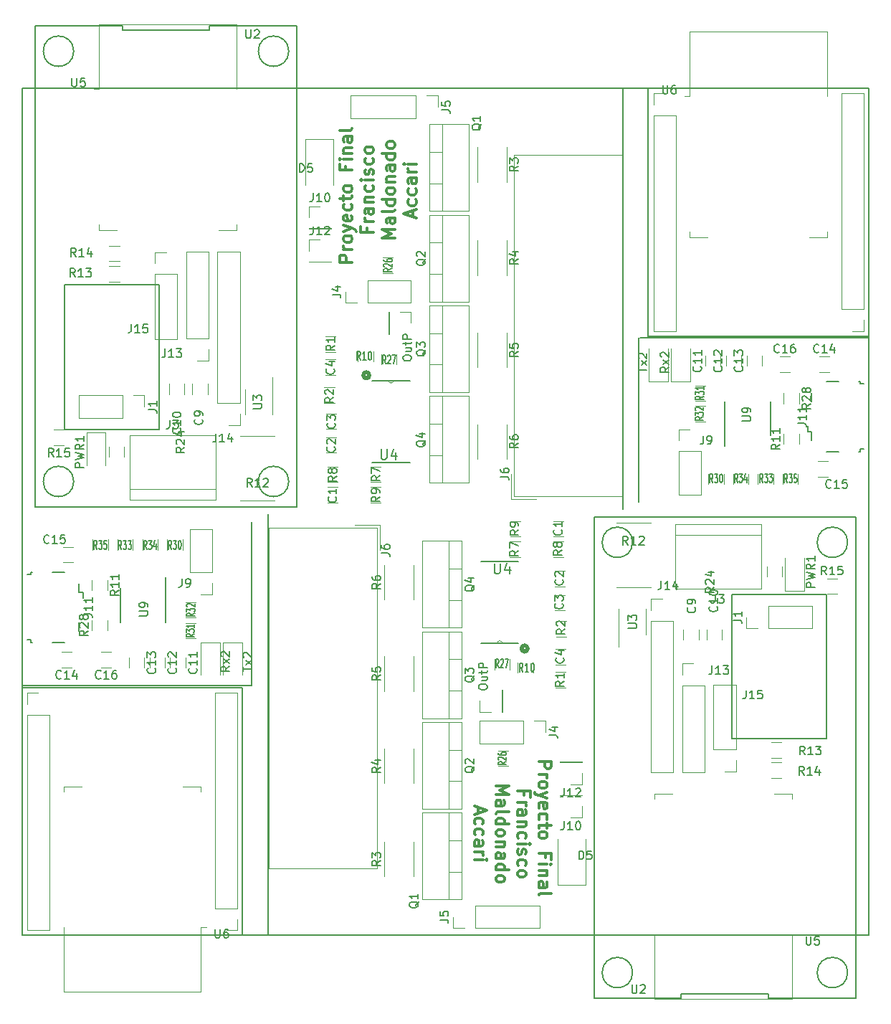
<source format=gbr>
%TF.GenerationSoftware,KiCad,Pcbnew,5.1.6-c6e7f7d~87~ubuntu20.04.1*%
%TF.CreationDate,2020-10-04T13:32:25-03:00*%
%TF.ProjectId,Placa tesis,506c6163-6120-4746-9573-69732e6b6963,rev?*%
%TF.SameCoordinates,Original*%
%TF.FileFunction,Legend,Top*%
%TF.FilePolarity,Positive*%
%FSLAX46Y46*%
G04 Gerber Fmt 4.6, Leading zero omitted, Abs format (unit mm)*
G04 Created by KiCad (PCBNEW 5.1.6-c6e7f7d~87~ubuntu20.04.1) date 2020-10-04 13:32:25*
%MOMM*%
%LPD*%
G01*
G04 APERTURE LIST*
%ADD10C,0.150000*%
%ADD11C,0.300000*%
%ADD12C,0.200000*%
%ADD13C,0.500000*%
%TA.AperFunction,Profile*%
%ADD14C,0.150000*%
%TD*%
%ADD15C,0.120000*%
%ADD16C,0.152400*%
%ADD17C,0.100000*%
G04 APERTURE END LIST*
D10*
X109949801Y-111937800D02*
X109949801Y-92608400D01*
D11*
X142103142Y-124877285D02*
X142103142Y-124377285D01*
X141317428Y-124377285D02*
X142817428Y-124377285D01*
X142817428Y-125091571D01*
X141317428Y-125663000D02*
X142317428Y-125663000D01*
X142031714Y-125663000D02*
X142174571Y-125734428D01*
X142246000Y-125805857D01*
X142317428Y-125948714D01*
X142317428Y-126091571D01*
X141317428Y-127234428D02*
X142103142Y-127234428D01*
X142246000Y-127163000D01*
X142317428Y-127020142D01*
X142317428Y-126734428D01*
X142246000Y-126591571D01*
X141388857Y-127234428D02*
X141317428Y-127091571D01*
X141317428Y-126734428D01*
X141388857Y-126591571D01*
X141531714Y-126520142D01*
X141674571Y-126520142D01*
X141817428Y-126591571D01*
X141888857Y-126734428D01*
X141888857Y-127091571D01*
X141960285Y-127234428D01*
X142317428Y-127948714D02*
X141317428Y-127948714D01*
X142174571Y-127948714D02*
X142246000Y-128020142D01*
X142317428Y-128163000D01*
X142317428Y-128377285D01*
X142246000Y-128520142D01*
X142103142Y-128591571D01*
X141317428Y-128591571D01*
X141388857Y-129948714D02*
X141317428Y-129805857D01*
X141317428Y-129520142D01*
X141388857Y-129377285D01*
X141460285Y-129305857D01*
X141603142Y-129234428D01*
X142031714Y-129234428D01*
X142174571Y-129305857D01*
X142246000Y-129377285D01*
X142317428Y-129520142D01*
X142317428Y-129805857D01*
X142246000Y-129948714D01*
X141317428Y-130591571D02*
X142317428Y-130591571D01*
X142817428Y-130591571D02*
X142746000Y-130520142D01*
X142674571Y-130591571D01*
X142746000Y-130663000D01*
X142817428Y-130591571D01*
X142674571Y-130591571D01*
X141388857Y-131234428D02*
X141317428Y-131377285D01*
X141317428Y-131663000D01*
X141388857Y-131805857D01*
X141531714Y-131877285D01*
X141603142Y-131877285D01*
X141746000Y-131805857D01*
X141817428Y-131663000D01*
X141817428Y-131448714D01*
X141888857Y-131305857D01*
X142031714Y-131234428D01*
X142103142Y-131234428D01*
X142246000Y-131305857D01*
X142317428Y-131448714D01*
X142317428Y-131663000D01*
X142246000Y-131805857D01*
X141388857Y-133163000D02*
X141317428Y-133020142D01*
X141317428Y-132734428D01*
X141388857Y-132591571D01*
X141460285Y-132520142D01*
X141603142Y-132448714D01*
X142031714Y-132448714D01*
X142174571Y-132520142D01*
X142246000Y-132591571D01*
X142317428Y-132734428D01*
X142317428Y-133020142D01*
X142246000Y-133163000D01*
X141317428Y-134020142D02*
X141388857Y-133877285D01*
X141460285Y-133805857D01*
X141603142Y-133734428D01*
X142031714Y-133734428D01*
X142174571Y-133805857D01*
X142246000Y-133877285D01*
X142317428Y-134020142D01*
X142317428Y-134234428D01*
X142246000Y-134377285D01*
X142174571Y-134448714D01*
X142031714Y-134520142D01*
X141603142Y-134520142D01*
X141460285Y-134448714D01*
X141388857Y-134377285D01*
X141317428Y-134234428D01*
X141317428Y-134020142D01*
X138767428Y-123770142D02*
X140267428Y-123770142D01*
X139196000Y-124270142D01*
X140267428Y-124770142D01*
X138767428Y-124770142D01*
X138767428Y-126127285D02*
X139553142Y-126127285D01*
X139696000Y-126055857D01*
X139767428Y-125913000D01*
X139767428Y-125627285D01*
X139696000Y-125484428D01*
X138838857Y-126127285D02*
X138767428Y-125984428D01*
X138767428Y-125627285D01*
X138838857Y-125484428D01*
X138981714Y-125413000D01*
X139124571Y-125413000D01*
X139267428Y-125484428D01*
X139338857Y-125627285D01*
X139338857Y-125984428D01*
X139410285Y-126127285D01*
X138767428Y-127055857D02*
X138838857Y-126913000D01*
X138981714Y-126841571D01*
X140267428Y-126841571D01*
X138767428Y-128270142D02*
X140267428Y-128270142D01*
X138838857Y-128270142D02*
X138767428Y-128127285D01*
X138767428Y-127841571D01*
X138838857Y-127698714D01*
X138910285Y-127627285D01*
X139053142Y-127555857D01*
X139481714Y-127555857D01*
X139624571Y-127627285D01*
X139696000Y-127698714D01*
X139767428Y-127841571D01*
X139767428Y-128127285D01*
X139696000Y-128270142D01*
X138767428Y-129198714D02*
X138838857Y-129055857D01*
X138910285Y-128984428D01*
X139053142Y-128913000D01*
X139481714Y-128913000D01*
X139624571Y-128984428D01*
X139696000Y-129055857D01*
X139767428Y-129198714D01*
X139767428Y-129413000D01*
X139696000Y-129555857D01*
X139624571Y-129627285D01*
X139481714Y-129698714D01*
X139053142Y-129698714D01*
X138910285Y-129627285D01*
X138838857Y-129555857D01*
X138767428Y-129413000D01*
X138767428Y-129198714D01*
X139767428Y-130341571D02*
X138767428Y-130341571D01*
X139624571Y-130341571D02*
X139696000Y-130413000D01*
X139767428Y-130555857D01*
X139767428Y-130770142D01*
X139696000Y-130913000D01*
X139553142Y-130984428D01*
X138767428Y-130984428D01*
X138767428Y-132341571D02*
X139553142Y-132341571D01*
X139696000Y-132270142D01*
X139767428Y-132127285D01*
X139767428Y-131841571D01*
X139696000Y-131698714D01*
X138838857Y-132341571D02*
X138767428Y-132198714D01*
X138767428Y-131841571D01*
X138838857Y-131698714D01*
X138981714Y-131627285D01*
X139124571Y-131627285D01*
X139267428Y-131698714D01*
X139338857Y-131841571D01*
X139338857Y-132198714D01*
X139410285Y-132341571D01*
X138767428Y-133698714D02*
X140267428Y-133698714D01*
X138838857Y-133698714D02*
X138767428Y-133555857D01*
X138767428Y-133270142D01*
X138838857Y-133127285D01*
X138910285Y-133055857D01*
X139053142Y-132984428D01*
X139481714Y-132984428D01*
X139624571Y-133055857D01*
X139696000Y-133127285D01*
X139767428Y-133270142D01*
X139767428Y-133555857D01*
X139696000Y-133698714D01*
X138767428Y-134627285D02*
X138838857Y-134484428D01*
X138910285Y-134413000D01*
X139053142Y-134341571D01*
X139481714Y-134341571D01*
X139624571Y-134413000D01*
X139696000Y-134484428D01*
X139767428Y-134627285D01*
X139767428Y-134841571D01*
X139696000Y-134984428D01*
X139624571Y-135055857D01*
X139481714Y-135127285D01*
X139053142Y-135127285D01*
X138910285Y-135055857D01*
X138838857Y-134984428D01*
X138767428Y-134841571D01*
X138767428Y-134627285D01*
X136646000Y-126270142D02*
X136646000Y-126984428D01*
X136217428Y-126127285D02*
X137717428Y-126627285D01*
X136217428Y-127127285D01*
X136288857Y-128270142D02*
X136217428Y-128127285D01*
X136217428Y-127841571D01*
X136288857Y-127698714D01*
X136360285Y-127627285D01*
X136503142Y-127555857D01*
X136931714Y-127555857D01*
X137074571Y-127627285D01*
X137146000Y-127698714D01*
X137217428Y-127841571D01*
X137217428Y-128127285D01*
X137146000Y-128270142D01*
X136288857Y-129555857D02*
X136217428Y-129413000D01*
X136217428Y-129127285D01*
X136288857Y-128984428D01*
X136360285Y-128913000D01*
X136503142Y-128841571D01*
X136931714Y-128841571D01*
X137074571Y-128913000D01*
X137146000Y-128984428D01*
X137217428Y-129127285D01*
X137217428Y-129413000D01*
X137146000Y-129555857D01*
X136217428Y-130841571D02*
X137003142Y-130841571D01*
X137146000Y-130770142D01*
X137217428Y-130627285D01*
X137217428Y-130341571D01*
X137146000Y-130198714D01*
X136288857Y-130841571D02*
X136217428Y-130698714D01*
X136217428Y-130341571D01*
X136288857Y-130198714D01*
X136431714Y-130127285D01*
X136574571Y-130127285D01*
X136717428Y-130198714D01*
X136788857Y-130341571D01*
X136788857Y-130698714D01*
X136860285Y-130841571D01*
X136217428Y-131555857D02*
X137217428Y-131555857D01*
X136931714Y-131555857D02*
X137074571Y-131627285D01*
X137146000Y-131698714D01*
X137217428Y-131841571D01*
X137217428Y-131984428D01*
X136217428Y-132484428D02*
X137217428Y-132484428D01*
X137717428Y-132484428D02*
X137646000Y-132413000D01*
X137574571Y-132484428D01*
X137646000Y-132555857D01*
X137717428Y-132484428D01*
X137574571Y-132484428D01*
X143822028Y-120880371D02*
X145322028Y-120880371D01*
X145322028Y-121451800D01*
X145250600Y-121594657D01*
X145179171Y-121666085D01*
X145036314Y-121737514D01*
X144822028Y-121737514D01*
X144679171Y-121666085D01*
X144607742Y-121594657D01*
X144536314Y-121451800D01*
X144536314Y-120880371D01*
X143822028Y-122380371D02*
X144822028Y-122380371D01*
X144536314Y-122380371D02*
X144679171Y-122451800D01*
X144750600Y-122523228D01*
X144822028Y-122666085D01*
X144822028Y-122808942D01*
X143822028Y-123523228D02*
X143893457Y-123380371D01*
X143964885Y-123308942D01*
X144107742Y-123237514D01*
X144536314Y-123237514D01*
X144679171Y-123308942D01*
X144750600Y-123380371D01*
X144822028Y-123523228D01*
X144822028Y-123737514D01*
X144750600Y-123880371D01*
X144679171Y-123951800D01*
X144536314Y-124023228D01*
X144107742Y-124023228D01*
X143964885Y-123951800D01*
X143893457Y-123880371D01*
X143822028Y-123737514D01*
X143822028Y-123523228D01*
X144822028Y-124523228D02*
X143822028Y-124880371D01*
X144822028Y-125237514D02*
X143822028Y-124880371D01*
X143464885Y-124737514D01*
X143393457Y-124666085D01*
X143322028Y-124523228D01*
X143893457Y-126380371D02*
X143822028Y-126237514D01*
X143822028Y-125951800D01*
X143893457Y-125808942D01*
X144036314Y-125737514D01*
X144607742Y-125737514D01*
X144750600Y-125808942D01*
X144822028Y-125951800D01*
X144822028Y-126237514D01*
X144750600Y-126380371D01*
X144607742Y-126451800D01*
X144464885Y-126451800D01*
X144322028Y-125737514D01*
X143893457Y-127737514D02*
X143822028Y-127594657D01*
X143822028Y-127308942D01*
X143893457Y-127166085D01*
X143964885Y-127094657D01*
X144107742Y-127023228D01*
X144536314Y-127023228D01*
X144679171Y-127094657D01*
X144750600Y-127166085D01*
X144822028Y-127308942D01*
X144822028Y-127594657D01*
X144750600Y-127737514D01*
X144822028Y-128166085D02*
X144822028Y-128737514D01*
X145322028Y-128380371D02*
X144036314Y-128380371D01*
X143893457Y-128451800D01*
X143822028Y-128594657D01*
X143822028Y-128737514D01*
X143822028Y-129451800D02*
X143893457Y-129308942D01*
X143964885Y-129237514D01*
X144107742Y-129166085D01*
X144536314Y-129166085D01*
X144679171Y-129237514D01*
X144750600Y-129308942D01*
X144822028Y-129451800D01*
X144822028Y-129666085D01*
X144750600Y-129808942D01*
X144679171Y-129880371D01*
X144536314Y-129951800D01*
X144107742Y-129951800D01*
X143964885Y-129880371D01*
X143893457Y-129808942D01*
X143822028Y-129666085D01*
X143822028Y-129451800D01*
X144607742Y-132237514D02*
X144607742Y-131737514D01*
X143822028Y-131737514D02*
X145322028Y-131737514D01*
X145322028Y-132451800D01*
X143822028Y-133023228D02*
X144822028Y-133023228D01*
X145322028Y-133023228D02*
X145250600Y-132951800D01*
X145179171Y-133023228D01*
X145250600Y-133094657D01*
X145322028Y-133023228D01*
X145179171Y-133023228D01*
X144822028Y-133737514D02*
X143822028Y-133737514D01*
X144679171Y-133737514D02*
X144750600Y-133808942D01*
X144822028Y-133951800D01*
X144822028Y-134166085D01*
X144750600Y-134308942D01*
X144607742Y-134380371D01*
X143822028Y-134380371D01*
X143822028Y-135737514D02*
X144607742Y-135737514D01*
X144750600Y-135666085D01*
X144822028Y-135523228D01*
X144822028Y-135237514D01*
X144750600Y-135094657D01*
X143893457Y-135737514D02*
X143822028Y-135594657D01*
X143822028Y-135237514D01*
X143893457Y-135094657D01*
X144036314Y-135023228D01*
X144179171Y-135023228D01*
X144322028Y-135094657D01*
X144393457Y-135237514D01*
X144393457Y-135594657D01*
X144464885Y-135737514D01*
X143822028Y-136666085D02*
X143893457Y-136523228D01*
X144036314Y-136451800D01*
X145322028Y-136451800D01*
D10*
X108839000Y-141376400D02*
X108839000Y-112141000D01*
X109829600Y-111937800D02*
X82804000Y-111937800D01*
X108839000Y-112141000D02*
X82804000Y-112141000D01*
X111861600Y-141376400D02*
X111861600Y-91694000D01*
D12*
X166642200Y-101157200D02*
X177818200Y-101157200D01*
X177818200Y-101157200D02*
X177818200Y-118175200D01*
D13*
X142509910Y-107531700D02*
G75*
G03*
X142509910Y-107531700I-359210J0D01*
G01*
D12*
X166629200Y-118206200D02*
X177805200Y-118206200D01*
X166629200Y-101188200D02*
X166629200Y-118206200D01*
D14*
X82804000Y-141408200D02*
X182805200Y-141406200D01*
D12*
X182807800Y-141403800D02*
X82807800Y-141403800D01*
X182801800Y-141405800D02*
X182801800Y-41405800D01*
X82798000Y-141403800D02*
X82798000Y-41403800D01*
D14*
X82804000Y-91414600D02*
X82804000Y-141408200D01*
X182803800Y-91414600D02*
X182805200Y-141406200D01*
D10*
X153746200Y-41427400D02*
X153746200Y-91109800D01*
X155778200Y-70866000D02*
X182803800Y-70866000D01*
X155657999Y-70866000D02*
X155657999Y-90195400D01*
X156768800Y-70662800D02*
X182803800Y-70662800D01*
X156768800Y-41427400D02*
X156768800Y-70662800D01*
D11*
X123504657Y-57926514D02*
X123504657Y-58426514D01*
X124290371Y-58426514D02*
X122790371Y-58426514D01*
X122790371Y-57712228D01*
X124290371Y-57140800D02*
X123290371Y-57140800D01*
X123576085Y-57140800D02*
X123433228Y-57069371D01*
X123361800Y-56997942D01*
X123290371Y-56855085D01*
X123290371Y-56712228D01*
X124290371Y-55569371D02*
X123504657Y-55569371D01*
X123361800Y-55640800D01*
X123290371Y-55783657D01*
X123290371Y-56069371D01*
X123361800Y-56212228D01*
X124218942Y-55569371D02*
X124290371Y-55712228D01*
X124290371Y-56069371D01*
X124218942Y-56212228D01*
X124076085Y-56283657D01*
X123933228Y-56283657D01*
X123790371Y-56212228D01*
X123718942Y-56069371D01*
X123718942Y-55712228D01*
X123647514Y-55569371D01*
X123290371Y-54855085D02*
X124290371Y-54855085D01*
X123433228Y-54855085D02*
X123361800Y-54783657D01*
X123290371Y-54640800D01*
X123290371Y-54426514D01*
X123361800Y-54283657D01*
X123504657Y-54212228D01*
X124290371Y-54212228D01*
X124218942Y-52855085D02*
X124290371Y-52997942D01*
X124290371Y-53283657D01*
X124218942Y-53426514D01*
X124147514Y-53497942D01*
X124004657Y-53569371D01*
X123576085Y-53569371D01*
X123433228Y-53497942D01*
X123361800Y-53426514D01*
X123290371Y-53283657D01*
X123290371Y-52997942D01*
X123361800Y-52855085D01*
X124290371Y-52212228D02*
X123290371Y-52212228D01*
X122790371Y-52212228D02*
X122861800Y-52283657D01*
X122933228Y-52212228D01*
X122861800Y-52140800D01*
X122790371Y-52212228D01*
X122933228Y-52212228D01*
X124218942Y-51569371D02*
X124290371Y-51426514D01*
X124290371Y-51140800D01*
X124218942Y-50997942D01*
X124076085Y-50926514D01*
X124004657Y-50926514D01*
X123861800Y-50997942D01*
X123790371Y-51140800D01*
X123790371Y-51355085D01*
X123718942Y-51497942D01*
X123576085Y-51569371D01*
X123504657Y-51569371D01*
X123361800Y-51497942D01*
X123290371Y-51355085D01*
X123290371Y-51140800D01*
X123361800Y-50997942D01*
X124218942Y-49640800D02*
X124290371Y-49783657D01*
X124290371Y-50069371D01*
X124218942Y-50212228D01*
X124147514Y-50283657D01*
X124004657Y-50355085D01*
X123576085Y-50355085D01*
X123433228Y-50283657D01*
X123361800Y-50212228D01*
X123290371Y-50069371D01*
X123290371Y-49783657D01*
X123361800Y-49640800D01*
X124290371Y-48783657D02*
X124218942Y-48926514D01*
X124147514Y-48997942D01*
X124004657Y-49069371D01*
X123576085Y-49069371D01*
X123433228Y-48997942D01*
X123361800Y-48926514D01*
X123290371Y-48783657D01*
X123290371Y-48569371D01*
X123361800Y-48426514D01*
X123433228Y-48355085D01*
X123576085Y-48283657D01*
X124004657Y-48283657D01*
X124147514Y-48355085D01*
X124218942Y-48426514D01*
X124290371Y-48569371D01*
X124290371Y-48783657D01*
X126840371Y-59033657D02*
X125340371Y-59033657D01*
X126411800Y-58533657D01*
X125340371Y-58033657D01*
X126840371Y-58033657D01*
X126840371Y-56676514D02*
X126054657Y-56676514D01*
X125911800Y-56747942D01*
X125840371Y-56890800D01*
X125840371Y-57176514D01*
X125911800Y-57319371D01*
X126768942Y-56676514D02*
X126840371Y-56819371D01*
X126840371Y-57176514D01*
X126768942Y-57319371D01*
X126626085Y-57390800D01*
X126483228Y-57390800D01*
X126340371Y-57319371D01*
X126268942Y-57176514D01*
X126268942Y-56819371D01*
X126197514Y-56676514D01*
X126840371Y-55747942D02*
X126768942Y-55890800D01*
X126626085Y-55962228D01*
X125340371Y-55962228D01*
X126840371Y-54533657D02*
X125340371Y-54533657D01*
X126768942Y-54533657D02*
X126840371Y-54676514D01*
X126840371Y-54962228D01*
X126768942Y-55105085D01*
X126697514Y-55176514D01*
X126554657Y-55247942D01*
X126126085Y-55247942D01*
X125983228Y-55176514D01*
X125911800Y-55105085D01*
X125840371Y-54962228D01*
X125840371Y-54676514D01*
X125911800Y-54533657D01*
X126840371Y-53605085D02*
X126768942Y-53747942D01*
X126697514Y-53819371D01*
X126554657Y-53890800D01*
X126126085Y-53890800D01*
X125983228Y-53819371D01*
X125911800Y-53747942D01*
X125840371Y-53605085D01*
X125840371Y-53390800D01*
X125911800Y-53247942D01*
X125983228Y-53176514D01*
X126126085Y-53105085D01*
X126554657Y-53105085D01*
X126697514Y-53176514D01*
X126768942Y-53247942D01*
X126840371Y-53390800D01*
X126840371Y-53605085D01*
X125840371Y-52462228D02*
X126840371Y-52462228D01*
X125983228Y-52462228D02*
X125911800Y-52390800D01*
X125840371Y-52247942D01*
X125840371Y-52033657D01*
X125911800Y-51890800D01*
X126054657Y-51819371D01*
X126840371Y-51819371D01*
X126840371Y-50462228D02*
X126054657Y-50462228D01*
X125911800Y-50533657D01*
X125840371Y-50676514D01*
X125840371Y-50962228D01*
X125911800Y-51105085D01*
X126768942Y-50462228D02*
X126840371Y-50605085D01*
X126840371Y-50962228D01*
X126768942Y-51105085D01*
X126626085Y-51176514D01*
X126483228Y-51176514D01*
X126340371Y-51105085D01*
X126268942Y-50962228D01*
X126268942Y-50605085D01*
X126197514Y-50462228D01*
X126840371Y-49105085D02*
X125340371Y-49105085D01*
X126768942Y-49105085D02*
X126840371Y-49247942D01*
X126840371Y-49533657D01*
X126768942Y-49676514D01*
X126697514Y-49747942D01*
X126554657Y-49819371D01*
X126126085Y-49819371D01*
X125983228Y-49747942D01*
X125911800Y-49676514D01*
X125840371Y-49533657D01*
X125840371Y-49247942D01*
X125911800Y-49105085D01*
X126840371Y-48176514D02*
X126768942Y-48319371D01*
X126697514Y-48390800D01*
X126554657Y-48462228D01*
X126126085Y-48462228D01*
X125983228Y-48390800D01*
X125911800Y-48319371D01*
X125840371Y-48176514D01*
X125840371Y-47962228D01*
X125911800Y-47819371D01*
X125983228Y-47747942D01*
X126126085Y-47676514D01*
X126554657Y-47676514D01*
X126697514Y-47747942D01*
X126768942Y-47819371D01*
X126840371Y-47962228D01*
X126840371Y-48176514D01*
X128961800Y-56533657D02*
X128961800Y-55819371D01*
X129390371Y-56676514D02*
X127890371Y-56176514D01*
X129390371Y-55676514D01*
X129318942Y-54533657D02*
X129390371Y-54676514D01*
X129390371Y-54962228D01*
X129318942Y-55105085D01*
X129247514Y-55176514D01*
X129104657Y-55247942D01*
X128676085Y-55247942D01*
X128533228Y-55176514D01*
X128461800Y-55105085D01*
X128390371Y-54962228D01*
X128390371Y-54676514D01*
X128461800Y-54533657D01*
X129318942Y-53247942D02*
X129390371Y-53390800D01*
X129390371Y-53676514D01*
X129318942Y-53819371D01*
X129247514Y-53890800D01*
X129104657Y-53962228D01*
X128676085Y-53962228D01*
X128533228Y-53890800D01*
X128461800Y-53819371D01*
X128390371Y-53676514D01*
X128390371Y-53390800D01*
X128461800Y-53247942D01*
X129390371Y-51962228D02*
X128604657Y-51962228D01*
X128461800Y-52033657D01*
X128390371Y-52176514D01*
X128390371Y-52462228D01*
X128461800Y-52605085D01*
X129318942Y-51962228D02*
X129390371Y-52105085D01*
X129390371Y-52462228D01*
X129318942Y-52605085D01*
X129176085Y-52676514D01*
X129033228Y-52676514D01*
X128890371Y-52605085D01*
X128818942Y-52462228D01*
X128818942Y-52105085D01*
X128747514Y-51962228D01*
X129390371Y-51247942D02*
X128390371Y-51247942D01*
X128676085Y-51247942D02*
X128533228Y-51176514D01*
X128461800Y-51105085D01*
X128390371Y-50962228D01*
X128390371Y-50819371D01*
X129390371Y-50319371D02*
X128390371Y-50319371D01*
X127890371Y-50319371D02*
X127961800Y-50390800D01*
X128033228Y-50319371D01*
X127961800Y-50247942D01*
X127890371Y-50319371D01*
X128033228Y-50319371D01*
X121785771Y-61923428D02*
X120285771Y-61923428D01*
X120285771Y-61352000D01*
X120357200Y-61209142D01*
X120428628Y-61137714D01*
X120571485Y-61066285D01*
X120785771Y-61066285D01*
X120928628Y-61137714D01*
X121000057Y-61209142D01*
X121071485Y-61352000D01*
X121071485Y-61923428D01*
X121785771Y-60423428D02*
X120785771Y-60423428D01*
X121071485Y-60423428D02*
X120928628Y-60352000D01*
X120857200Y-60280571D01*
X120785771Y-60137714D01*
X120785771Y-59994857D01*
X121785771Y-59280571D02*
X121714342Y-59423428D01*
X121642914Y-59494857D01*
X121500057Y-59566285D01*
X121071485Y-59566285D01*
X120928628Y-59494857D01*
X120857200Y-59423428D01*
X120785771Y-59280571D01*
X120785771Y-59066285D01*
X120857200Y-58923428D01*
X120928628Y-58852000D01*
X121071485Y-58780571D01*
X121500057Y-58780571D01*
X121642914Y-58852000D01*
X121714342Y-58923428D01*
X121785771Y-59066285D01*
X121785771Y-59280571D01*
X120785771Y-58280571D02*
X121785771Y-57923428D01*
X120785771Y-57566285D02*
X121785771Y-57923428D01*
X122142914Y-58066285D01*
X122214342Y-58137714D01*
X122285771Y-58280571D01*
X121714342Y-56423428D02*
X121785771Y-56566285D01*
X121785771Y-56852000D01*
X121714342Y-56994857D01*
X121571485Y-57066285D01*
X121000057Y-57066285D01*
X120857200Y-56994857D01*
X120785771Y-56852000D01*
X120785771Y-56566285D01*
X120857200Y-56423428D01*
X121000057Y-56352000D01*
X121142914Y-56352000D01*
X121285771Y-57066285D01*
X121714342Y-55066285D02*
X121785771Y-55209142D01*
X121785771Y-55494857D01*
X121714342Y-55637714D01*
X121642914Y-55709142D01*
X121500057Y-55780571D01*
X121071485Y-55780571D01*
X120928628Y-55709142D01*
X120857200Y-55637714D01*
X120785771Y-55494857D01*
X120785771Y-55209142D01*
X120857200Y-55066285D01*
X120785771Y-54637714D02*
X120785771Y-54066285D01*
X120285771Y-54423428D02*
X121571485Y-54423428D01*
X121714342Y-54352000D01*
X121785771Y-54209142D01*
X121785771Y-54066285D01*
X121785771Y-53352000D02*
X121714342Y-53494857D01*
X121642914Y-53566285D01*
X121500057Y-53637714D01*
X121071485Y-53637714D01*
X120928628Y-53566285D01*
X120857200Y-53494857D01*
X120785771Y-53352000D01*
X120785771Y-53137714D01*
X120857200Y-52994857D01*
X120928628Y-52923428D01*
X121071485Y-52852000D01*
X121500057Y-52852000D01*
X121642914Y-52923428D01*
X121714342Y-52994857D01*
X121785771Y-53137714D01*
X121785771Y-53352000D01*
X121000057Y-50566285D02*
X121000057Y-51066285D01*
X121785771Y-51066285D02*
X120285771Y-51066285D01*
X120285771Y-50352000D01*
X121785771Y-49780571D02*
X120785771Y-49780571D01*
X120285771Y-49780571D02*
X120357200Y-49852000D01*
X120428628Y-49780571D01*
X120357200Y-49709142D01*
X120285771Y-49780571D01*
X120428628Y-49780571D01*
X120785771Y-49066285D02*
X121785771Y-49066285D01*
X120928628Y-49066285D02*
X120857200Y-48994857D01*
X120785771Y-48852000D01*
X120785771Y-48637714D01*
X120857200Y-48494857D01*
X121000057Y-48423428D01*
X121785771Y-48423428D01*
X121785771Y-47066285D02*
X121000057Y-47066285D01*
X120857200Y-47137714D01*
X120785771Y-47280571D01*
X120785771Y-47566285D01*
X120857200Y-47709142D01*
X121714342Y-47066285D02*
X121785771Y-47209142D01*
X121785771Y-47566285D01*
X121714342Y-47709142D01*
X121571485Y-47780571D01*
X121428628Y-47780571D01*
X121285771Y-47709142D01*
X121214342Y-47566285D01*
X121214342Y-47209142D01*
X121142914Y-47066285D01*
X121785771Y-46137714D02*
X121714342Y-46280571D01*
X121571485Y-46352000D01*
X120285771Y-46352000D01*
D12*
X82800000Y-41400000D02*
X182800000Y-41400000D01*
D14*
X182803800Y-41395600D02*
X82802600Y-41397600D01*
D12*
X98978600Y-81615600D02*
X98978600Y-64597600D01*
X98978600Y-64597600D02*
X87802600Y-64597600D01*
D14*
X82804000Y-91414600D02*
X82802600Y-41397600D01*
X182803800Y-91414600D02*
X182803800Y-41395600D01*
D13*
X123816310Y-75272100D02*
G75*
G03*
X123816310Y-75272100I-359210J0D01*
G01*
D12*
X87789600Y-81646600D02*
X87789600Y-64628600D01*
X98965600Y-81646600D02*
X87789600Y-81646600D01*
D15*
%TO.C,J12*%
X148954800Y-120920200D02*
X146294800Y-120920200D01*
X148954800Y-120980200D02*
X148954800Y-120920200D01*
X146294800Y-120980200D02*
X146294800Y-120920200D01*
X148954800Y-120980200D02*
X146294800Y-120980200D01*
X148954800Y-122250200D02*
X148954800Y-123580200D01*
X148954800Y-123580200D02*
X147624800Y-123580200D01*
D10*
%TO.C,J11*%
X89547400Y-104466800D02*
X89547400Y-105466800D01*
X89547400Y-100866800D02*
X89547400Y-99866800D01*
X89972400Y-100866800D02*
X89547400Y-100866800D01*
X89972400Y-101591800D02*
X89972400Y-100866800D01*
X86397400Y-106816800D02*
X87797400Y-106816800D01*
X83847400Y-106816800D02*
X83997400Y-106816800D01*
X83847400Y-106516800D02*
X83847400Y-106816800D01*
X83397400Y-106516800D02*
X83847400Y-106516800D01*
X83847400Y-98816800D02*
X83397400Y-98816800D01*
X83847400Y-98516800D02*
X83847400Y-98816800D01*
X83997400Y-98516800D02*
X83847400Y-98516800D01*
X87797400Y-98516800D02*
X86397400Y-98516800D01*
D15*
%TO.C,R11*%
X91038000Y-99420136D02*
X91038000Y-100624264D01*
X92858000Y-99420136D02*
X92858000Y-100624264D01*
%TO.C,R28*%
X91038000Y-105402464D02*
X91038000Y-104198336D01*
X92858000Y-105402464D02*
X92858000Y-104198336D01*
%TO.C,R33*%
X95889066Y-94670336D02*
X95889066Y-95874464D01*
X94069066Y-94670336D02*
X94069066Y-95874464D01*
%TO.C,J9*%
X105266800Y-101152000D02*
X103936800Y-101152000D01*
X105266800Y-99822000D02*
X105266800Y-101152000D01*
X105266800Y-98552000D02*
X102606800Y-98552000D01*
X102606800Y-98552000D02*
X102606800Y-93412000D01*
X105266800Y-98552000D02*
X105266800Y-93412000D01*
X105266800Y-93412000D02*
X102606800Y-93412000D01*
%TO.C,R30*%
X99928000Y-94670336D02*
X99928000Y-95874464D01*
X101748000Y-94670336D02*
X101748000Y-95874464D01*
%TO.C,J10*%
X148954800Y-127491800D02*
X147624800Y-127491800D01*
X148954800Y-126161800D02*
X148954800Y-127491800D01*
X148954800Y-124891800D02*
X146294800Y-124891800D01*
X146294800Y-124891800D02*
X146294800Y-124831800D01*
X148954800Y-124891800D02*
X148954800Y-124831800D01*
X148954800Y-124831800D02*
X146294800Y-124831800D01*
%TO.C,R35*%
X91139600Y-94670336D02*
X91139600Y-95874464D01*
X92959600Y-94670336D02*
X92959600Y-95874464D01*
%TO.C,C15*%
X88813264Y-95559200D02*
X87609136Y-95559200D01*
X88813264Y-97379200D02*
X87609136Y-97379200D01*
%TO.C,Tx2*%
X108780200Y-110670600D02*
X108780200Y-106785600D01*
X108780200Y-106785600D02*
X106510200Y-106785600D01*
X106510200Y-106785600D02*
X106510200Y-110670600D01*
%TO.C,R34*%
X96998532Y-94670336D02*
X96998532Y-95874464D01*
X98818532Y-94670336D02*
X98818532Y-95874464D01*
%TO.C,C11*%
X102103600Y-108620936D02*
X102103600Y-109825064D01*
X100283600Y-108620936D02*
X100283600Y-109825064D01*
%TO.C,C12*%
X97845200Y-108620936D02*
X97845200Y-109825064D01*
X99665200Y-108620936D02*
X99665200Y-109825064D01*
D10*
%TO.C,U9*%
X99778400Y-99137800D02*
X99778400Y-104412800D01*
X94378400Y-100412800D02*
X94378400Y-104412800D01*
D15*
%TO.C,C13*%
X97226800Y-108620936D02*
X97226800Y-109825064D01*
X95406800Y-108620936D02*
X95406800Y-109825064D01*
%TO.C,Rx2*%
X103894000Y-106785600D02*
X103894000Y-110670600D01*
X106164000Y-106785600D02*
X103894000Y-106785600D01*
X106164000Y-110670600D02*
X106164000Y-106785600D01*
%TO.C,R32*%
X103319664Y-103881600D02*
X102115536Y-103881600D01*
X103319664Y-102061600D02*
X102115536Y-102061600D01*
%TO.C,C16*%
X93334464Y-109749000D02*
X92130336Y-109749000D01*
X93334464Y-107929000D02*
X92130336Y-107929000D01*
%TO.C,R31*%
X103297264Y-106320000D02*
X102093136Y-106320000D01*
X103297264Y-104500000D02*
X102093136Y-104500000D01*
D10*
%TO.C,U2*%
X181261199Y-148776000D02*
X181261200Y-92016000D01*
X181261200Y-92016000D02*
X150361201Y-92016000D01*
X150361201Y-92016000D02*
X150361200Y-148776000D01*
X150361200Y-148776000D02*
X160661200Y-148776000D01*
X160661200Y-148776000D02*
X160661200Y-148326000D01*
X160661200Y-148326000D02*
X170961199Y-148326000D01*
X170961199Y-148326000D02*
X170961199Y-148776000D01*
X170961199Y-148776000D02*
X181261199Y-148776000D01*
X154907251Y-145796000D02*
G75*
G03*
X154907251Y-145796000I-1796051J0D01*
G01*
X180307251Y-145796000D02*
G75*
G03*
X180307251Y-145796000I-1796051J0D01*
G01*
X180307251Y-94996000D02*
G75*
G03*
X180307251Y-94996000I-1796051J0D01*
G01*
X154907251Y-94996000D02*
G75*
G03*
X154907251Y-94996000I-1796051J0D01*
G01*
D15*
%TO.C,Q4*%
X134675200Y-101797200D02*
X133165200Y-101797200D01*
X134675200Y-98096200D02*
X133165200Y-98096200D01*
X133165200Y-94826200D02*
X133165200Y-105066200D01*
X134675200Y-105066200D02*
X130034200Y-105066200D01*
X134675200Y-94826200D02*
X130034200Y-94826200D01*
X130034200Y-94826200D02*
X130034200Y-105066200D01*
X134675200Y-94826200D02*
X134675200Y-105066200D01*
%TO.C,J1*%
X176100200Y-105154200D02*
X176100200Y-102494200D01*
X170960200Y-105154200D02*
X176100200Y-105154200D01*
X170960200Y-102494200D02*
X176100200Y-102494200D01*
X170960200Y-105154200D02*
X170960200Y-102494200D01*
X169690200Y-105154200D02*
X168360200Y-105154200D01*
X168360200Y-105154200D02*
X168360200Y-103824200D01*
D16*
%TO.C,U4*%
X141439500Y-97219300D02*
X137019900Y-97219300D01*
X137019900Y-106922100D02*
X138924900Y-106922100D01*
X138924900Y-106922100D02*
X139534500Y-106922100D01*
X139534500Y-106922100D02*
X141439500Y-106922100D01*
D17*
X138924900Y-106922100D02*
G75*
G02*
X139534500Y-106922100I304800J0D01*
G01*
D15*
%TO.C,R7*%
X140428536Y-96744800D02*
X141632664Y-96744800D01*
X140428536Y-94924800D02*
X141632664Y-94924800D01*
%TO.C,J3*%
X170103800Y-92811600D02*
X159943800Y-92811600D01*
X170103800Y-100431600D02*
X170103800Y-92811600D01*
X159943800Y-100431600D02*
X170103800Y-100431600D01*
X159943800Y-92811600D02*
X159943800Y-100431600D01*
X159943800Y-94081600D02*
X170103800Y-94081600D01*
%TO.C,Q1*%
X134675200Y-126926200D02*
X134675200Y-137166200D01*
X130034200Y-126926200D02*
X130034200Y-137166200D01*
X134675200Y-126926200D02*
X130034200Y-126926200D01*
X134675200Y-137166200D02*
X130034200Y-137166200D01*
X133165200Y-126926200D02*
X133165200Y-137166200D01*
X134675200Y-130196200D02*
X133165200Y-130196200D01*
X134675200Y-133897200D02*
X133165200Y-133897200D01*
%TO.C,R15*%
X177855336Y-101087600D02*
X179059464Y-101087600D01*
X177855336Y-99267600D02*
X179059464Y-99267600D01*
%TO.C,C10*%
X163645200Y-106508264D02*
X163645200Y-105304136D01*
X165465200Y-106508264D02*
X165465200Y-105304136D01*
%TO.C,J13*%
X160775200Y-109296200D02*
X162105200Y-109296200D01*
X160775200Y-110626200D02*
X160775200Y-109296200D01*
X160775200Y-111896200D02*
X163435200Y-111896200D01*
X163435200Y-111896200D02*
X163435200Y-122116200D01*
X160775200Y-111896200D02*
X160775200Y-122116200D01*
X160775200Y-122116200D02*
X163435200Y-122116200D01*
%TO.C,J15*%
X167135200Y-122076200D02*
X165805200Y-122076200D01*
X167135200Y-120746200D02*
X167135200Y-122076200D01*
X167135200Y-119476200D02*
X164475200Y-119476200D01*
X164475200Y-119476200D02*
X164475200Y-111796200D01*
X167135200Y-119476200D02*
X167135200Y-111796200D01*
X167135200Y-111796200D02*
X164475200Y-111796200D01*
%TO.C,R24*%
X170768600Y-97870736D02*
X170768600Y-99074864D01*
X172588600Y-97870736D02*
X172588600Y-99074864D01*
%TO.C,D5*%
X146055200Y-135406200D02*
X146055200Y-130006200D01*
X149355200Y-135406200D02*
X149355200Y-130006200D01*
X146055200Y-135406200D02*
X149355200Y-135406200D01*
%TO.C,R10*%
X143165200Y-109154136D02*
X143165200Y-110358264D01*
X141345200Y-109154136D02*
X141345200Y-110358264D01*
%TO.C,Q2*%
X134675200Y-123197200D02*
X133165200Y-123197200D01*
X134675200Y-119496200D02*
X133165200Y-119496200D01*
X133165200Y-116226200D02*
X133165200Y-126466200D01*
X134675200Y-126466200D02*
X130034200Y-126466200D01*
X134675200Y-116226200D02*
X130034200Y-116226200D01*
X130034200Y-116226200D02*
X130034200Y-126466200D01*
X134675200Y-116226200D02*
X134675200Y-126466200D01*
%TO.C,C3*%
X145703136Y-103016200D02*
X146907264Y-103016200D01*
X145703136Y-101196200D02*
X146907264Y-101196200D01*
%TO.C,Q3*%
X134675200Y-112497200D02*
X133165200Y-112497200D01*
X134675200Y-108796200D02*
X133165200Y-108796200D01*
X133165200Y-105526200D02*
X133165200Y-115766200D01*
X134675200Y-115766200D02*
X130034200Y-115766200D01*
X134675200Y-105526200D02*
X130034200Y-105526200D01*
X130034200Y-105526200D02*
X130034200Y-115766200D01*
X134675200Y-105526200D02*
X134675200Y-115766200D01*
%TO.C,R2*%
X145903136Y-106116200D02*
X147107264Y-106116200D01*
X145903136Y-104296200D02*
X147107264Y-104296200D01*
%TO.C,R3*%
X125595200Y-134458264D02*
X125595200Y-130354136D01*
X129015200Y-134458264D02*
X129015200Y-130354136D01*
%TO.C,R12*%
X153025200Y-100330000D02*
X157085200Y-100330000D01*
X153025200Y-92710000D02*
X157085200Y-92710000D01*
%TO.C,R4*%
X129015200Y-123458264D02*
X129015200Y-119354136D01*
X125595200Y-123458264D02*
X125595200Y-119354136D01*
%TO.C,C2*%
X145703136Y-100216200D02*
X146907264Y-100216200D01*
X145703136Y-98396200D02*
X146907264Y-98396200D01*
%TO.C,J4*%
X144615200Y-116076200D02*
X144615200Y-117406200D01*
X143285200Y-116076200D02*
X144615200Y-116076200D01*
X142015200Y-116076200D02*
X142015200Y-118736200D01*
X142015200Y-118736200D02*
X136875200Y-118736200D01*
X142015200Y-116076200D02*
X136875200Y-116076200D01*
X136875200Y-116076200D02*
X136875200Y-118736200D01*
%TO.C,R6*%
X129015200Y-101758264D02*
X129015200Y-97654136D01*
X125595200Y-101758264D02*
X125595200Y-97654136D01*
%TO.C,J8*%
X83378400Y-140797400D02*
X86038400Y-140797400D01*
X83378400Y-115337400D02*
X83378400Y-140797400D01*
X86038400Y-115337400D02*
X86038400Y-140797400D01*
X83378400Y-115337400D02*
X86038400Y-115337400D01*
X83378400Y-114067400D02*
X83378400Y-112737400D01*
X83378400Y-112737400D02*
X84708400Y-112737400D01*
%TO.C,J7*%
X108238400Y-140797400D02*
X106908400Y-140797400D01*
X108238400Y-139467400D02*
X108238400Y-140797400D01*
X108238400Y-138197400D02*
X105578400Y-138197400D01*
X105578400Y-138197400D02*
X105578400Y-112737400D01*
X108238400Y-138197400D02*
X108238400Y-112737400D01*
X108238400Y-112737400D02*
X105578400Y-112737400D01*
%TO.C,C4*%
X145803136Y-109416200D02*
X147007264Y-109416200D01*
X145803136Y-107596200D02*
X147007264Y-107596200D01*
%TO.C,C14*%
X88660864Y-107929000D02*
X87456736Y-107929000D01*
X88660864Y-109749000D02*
X87456736Y-109749000D01*
%TO.C,J6*%
X124687200Y-93290400D02*
X111947200Y-93290400D01*
X111947200Y-93290400D02*
X111947200Y-133530400D01*
X124687200Y-133530400D02*
X111947200Y-133530400D01*
X124687200Y-93290400D02*
X124687200Y-133530400D01*
X124687200Y-93290400D02*
X111947200Y-93290400D01*
X111947200Y-93290400D02*
X111947200Y-133530400D01*
X124687200Y-133530400D02*
X111947200Y-133530400D01*
X124687200Y-93290400D02*
X124687200Y-133530400D01*
X125067200Y-92910400D02*
X125067200Y-95910400D01*
X122067200Y-92910400D02*
X125067200Y-92910400D01*
%TO.C,U5*%
X173725200Y-141306200D02*
X174335200Y-141306200D01*
X173725200Y-141306200D02*
X173725200Y-148926200D01*
X173725200Y-124686200D02*
X173725200Y-125306200D01*
X171605200Y-124686200D02*
X173725200Y-124686200D01*
X157485200Y-124686200D02*
X159605200Y-124686200D01*
X157485200Y-125306200D02*
X157485200Y-124686200D01*
X157485200Y-148926200D02*
X157485200Y-141306200D01*
X173725200Y-148926200D02*
X157485200Y-148926200D01*
%TO.C,R26*%
X139003136Y-121416200D02*
X140207264Y-121416200D01*
X139003136Y-119596200D02*
X140207264Y-119596200D01*
%TO.C,R9*%
X141658064Y-92509000D02*
X140453936Y-92509000D01*
X141658064Y-94329000D02*
X140453936Y-94329000D01*
%TO.C,R5*%
X129015200Y-112558264D02*
X129015200Y-108454136D01*
X125595200Y-112558264D02*
X125595200Y-108454136D01*
%TO.C,C1*%
X145553936Y-94329000D02*
X146758064Y-94329000D01*
X145553936Y-92509000D02*
X146758064Y-92509000D01*
%TO.C,R14*%
X171303136Y-122816200D02*
X172507264Y-122816200D01*
X171303136Y-120996200D02*
X172507264Y-120996200D01*
%TO.C,PWR1*%
X175201200Y-100757800D02*
X175201200Y-96872800D01*
X172931200Y-100757800D02*
X175201200Y-100757800D01*
X172931200Y-96872800D02*
X172931200Y-100757800D01*
%TO.C,J14*%
X157075200Y-101676200D02*
X158405200Y-101676200D01*
X157075200Y-103006200D02*
X157075200Y-101676200D01*
X157075200Y-104276200D02*
X159735200Y-104276200D01*
X159735200Y-104276200D02*
X159735200Y-122116200D01*
X157075200Y-104276200D02*
X157075200Y-122116200D01*
X157075200Y-122116200D02*
X159735200Y-122116200D01*
%TO.C,OutP*%
X136875200Y-115036200D02*
X136875200Y-113706200D01*
X138205200Y-115036200D02*
X136875200Y-115036200D01*
X139475200Y-115036200D02*
X139475200Y-112376200D01*
X139475200Y-112376200D02*
X139535200Y-112376200D01*
X139475200Y-115036200D02*
X139535200Y-115036200D01*
X139535200Y-115036200D02*
X139535200Y-112376200D01*
%TO.C,U6*%
X103928400Y-140467400D02*
X104538400Y-140467400D01*
X103928400Y-140467400D02*
X103928400Y-148087400D01*
X103928400Y-123847400D02*
X103928400Y-124467400D01*
X101808400Y-123847400D02*
X103928400Y-123847400D01*
X87688400Y-123847400D02*
X89808400Y-123847400D01*
X87688400Y-124467400D02*
X87688400Y-123847400D01*
X87688400Y-148087400D02*
X87688400Y-140467400D01*
X103928400Y-148087400D02*
X87688400Y-148087400D01*
%TO.C,C9*%
X162715200Y-106508264D02*
X162715200Y-105304136D01*
X160895200Y-106508264D02*
X160895200Y-105304136D01*
%TO.C,R13*%
X171303136Y-118596200D02*
X172507264Y-118596200D01*
X171303136Y-120416200D02*
X172507264Y-120416200D01*
%TO.C,R8*%
X145528536Y-96744800D02*
X146732664Y-96744800D01*
X145528536Y-94924800D02*
X146732664Y-94924800D01*
%TO.C,J5*%
X133696400Y-140547400D02*
X133696400Y-139217400D01*
X135026400Y-140547400D02*
X133696400Y-140547400D01*
X136296400Y-140547400D02*
X136296400Y-137887400D01*
X136296400Y-137887400D02*
X143976400Y-137887400D01*
X136296400Y-140547400D02*
X143976400Y-140547400D01*
X143976400Y-140547400D02*
X143976400Y-137887400D01*
%TO.C,R27*%
X138595200Y-110008264D02*
X138595200Y-108804136D01*
X140415200Y-110008264D02*
X140415200Y-108804136D01*
%TO.C,R1*%
X145803136Y-112116200D02*
X147007264Y-112116200D01*
X145803136Y-110296200D02*
X147007264Y-110296200D01*
%TO.C,U3*%
X153228400Y-104378400D02*
X153228400Y-107303400D01*
X153228400Y-104378400D02*
X153228400Y-102878400D01*
X156448400Y-104378400D02*
X156448400Y-105878400D01*
X156448400Y-104378400D02*
X156448400Y-102878400D01*
D10*
%TO.C,U2*%
X84346601Y-34027800D02*
X84346600Y-90787800D01*
X84346600Y-90787800D02*
X115246599Y-90787800D01*
X115246599Y-90787800D02*
X115246600Y-34027800D01*
X115246600Y-34027800D02*
X104946600Y-34027800D01*
X104946600Y-34027800D02*
X104946600Y-34477800D01*
X104946600Y-34477800D02*
X94646601Y-34477800D01*
X94646601Y-34477800D02*
X94646601Y-34027800D01*
X94646601Y-34027800D02*
X84346601Y-34027800D01*
X114292651Y-37007800D02*
G75*
G03*
X114292651Y-37007800I-1796051J0D01*
G01*
X88892651Y-37007800D02*
G75*
G03*
X88892651Y-37007800I-1796051J0D01*
G01*
X88892651Y-87807800D02*
G75*
G03*
X88892651Y-87807800I-1796051J0D01*
G01*
X114292651Y-87807800D02*
G75*
G03*
X114292651Y-87807800I-1796051J0D01*
G01*
D15*
%TO.C,PWR1*%
X90406600Y-82046000D02*
X90406600Y-85931000D01*
X92676600Y-82046000D02*
X90406600Y-82046000D01*
X92676600Y-85931000D02*
X92676600Y-82046000D01*
%TO.C,J5*%
X131911400Y-42256400D02*
X131911400Y-43586400D01*
X130581400Y-42256400D02*
X131911400Y-42256400D01*
X129311400Y-42256400D02*
X129311400Y-44916400D01*
X129311400Y-44916400D02*
X121631400Y-44916400D01*
X129311400Y-42256400D02*
X121631400Y-42256400D01*
X121631400Y-42256400D02*
X121631400Y-44916400D01*
%TO.C,Rx2*%
X161713800Y-76018200D02*
X161713800Y-72133200D01*
X159443800Y-76018200D02*
X161713800Y-76018200D01*
X159443800Y-72133200D02*
X159443800Y-76018200D01*
%TO.C,J9*%
X160341000Y-81651800D02*
X161671000Y-81651800D01*
X160341000Y-82981800D02*
X160341000Y-81651800D01*
X160341000Y-84251800D02*
X163001000Y-84251800D01*
X163001000Y-84251800D02*
X163001000Y-89391800D01*
X160341000Y-84251800D02*
X160341000Y-89391800D01*
X160341000Y-89391800D02*
X163001000Y-89391800D01*
%TO.C,R12*%
X112582600Y-82473800D02*
X108522600Y-82473800D01*
X112582600Y-90093800D02*
X108522600Y-90093800D01*
%TO.C,J4*%
X120992600Y-66727600D02*
X120992600Y-65397600D01*
X122322600Y-66727600D02*
X120992600Y-66727600D01*
X123592600Y-66727600D02*
X123592600Y-64067600D01*
X123592600Y-64067600D02*
X128732600Y-64067600D01*
X123592600Y-66727600D02*
X128732600Y-66727600D01*
X128732600Y-66727600D02*
X128732600Y-64067600D01*
%TO.C,R26*%
X126604664Y-61387600D02*
X125400536Y-61387600D01*
X126604664Y-63207600D02*
X125400536Y-63207600D01*
%TO.C,R15*%
X87752464Y-81716200D02*
X86548336Y-81716200D01*
X87752464Y-83536200D02*
X86548336Y-83536200D01*
%TO.C,J13*%
X104832600Y-73507600D02*
X103502600Y-73507600D01*
X104832600Y-72177600D02*
X104832600Y-73507600D01*
X104832600Y-70907600D02*
X102172600Y-70907600D01*
X102172600Y-70907600D02*
X102172600Y-60687600D01*
X104832600Y-70907600D02*
X104832600Y-60687600D01*
X104832600Y-60687600D02*
X102172600Y-60687600D01*
%TO.C,U3*%
X112379400Y-78425400D02*
X112379400Y-75500400D01*
X112379400Y-78425400D02*
X112379400Y-79925400D01*
X109159400Y-78425400D02*
X109159400Y-76925400D01*
X109159400Y-78425400D02*
X109159400Y-79925400D01*
%TO.C,J14*%
X108532600Y-81127600D02*
X107202600Y-81127600D01*
X108532600Y-79797600D02*
X108532600Y-81127600D01*
X108532600Y-78527600D02*
X105872600Y-78527600D01*
X105872600Y-78527600D02*
X105872600Y-60687600D01*
X108532600Y-78527600D02*
X108532600Y-60687600D01*
X108532600Y-60687600D02*
X105872600Y-60687600D01*
%TO.C,J15*%
X98472600Y-60727600D02*
X99802600Y-60727600D01*
X98472600Y-62057600D02*
X98472600Y-60727600D01*
X98472600Y-63327600D02*
X101132600Y-63327600D01*
X101132600Y-63327600D02*
X101132600Y-71007600D01*
X98472600Y-63327600D02*
X98472600Y-71007600D01*
X98472600Y-71007600D02*
X101132600Y-71007600D01*
%TO.C,J1*%
X89507600Y-77649600D02*
X89507600Y-80309600D01*
X94647600Y-77649600D02*
X89507600Y-77649600D01*
X94647600Y-80309600D02*
X89507600Y-80309600D01*
X94647600Y-77649600D02*
X94647600Y-80309600D01*
X95917600Y-77649600D02*
X97247600Y-77649600D01*
X97247600Y-77649600D02*
X97247600Y-78979600D01*
%TO.C,OutP*%
X128732600Y-67767600D02*
X128732600Y-69097600D01*
X127402600Y-67767600D02*
X128732600Y-67767600D01*
X126132600Y-67767600D02*
X126132600Y-70427600D01*
X126132600Y-70427600D02*
X126072600Y-70427600D01*
X126132600Y-67767600D02*
X126072600Y-67767600D01*
X126072600Y-67767600D02*
X126072600Y-70427600D01*
D16*
%TO.C,U4*%
X124168300Y-85584500D02*
X128587900Y-85584500D01*
X128587900Y-75881700D02*
X126682900Y-75881700D01*
X126682900Y-75881700D02*
X126073300Y-75881700D01*
X126073300Y-75881700D02*
X124168300Y-75881700D01*
D17*
X126682900Y-75881700D02*
G75*
G02*
X126073300Y-75881700I-304800J0D01*
G01*
D15*
%TO.C,C9*%
X102892600Y-76295536D02*
X102892600Y-77499664D01*
X104712600Y-76295536D02*
X104712600Y-77499664D01*
%TO.C,C10*%
X101962600Y-76295536D02*
X101962600Y-77499664D01*
X100142600Y-76295536D02*
X100142600Y-77499664D01*
%TO.C,D5*%
X119552600Y-47397600D02*
X119552600Y-52797600D01*
X116252600Y-47397600D02*
X116252600Y-52797600D01*
X119552600Y-47397600D02*
X116252600Y-47397600D01*
%TO.C,R10*%
X122442600Y-73649664D02*
X122442600Y-72445536D01*
X124262600Y-73649664D02*
X124262600Y-72445536D01*
%TO.C,R13*%
X94304664Y-64207600D02*
X93100536Y-64207600D01*
X94304664Y-62387600D02*
X93100536Y-62387600D01*
%TO.C,R14*%
X94304664Y-59987600D02*
X93100536Y-59987600D01*
X94304664Y-61807600D02*
X93100536Y-61807600D01*
%TO.C,R24*%
X94839200Y-84933064D02*
X94839200Y-83728936D01*
X93019200Y-84933064D02*
X93019200Y-83728936D01*
%TO.C,J6*%
X140920600Y-89513400D02*
X153660600Y-89513400D01*
X153660600Y-89513400D02*
X153660600Y-49273400D01*
X140920600Y-49273400D02*
X153660600Y-49273400D01*
X140920600Y-89513400D02*
X140920600Y-49273400D01*
X140920600Y-89513400D02*
X153660600Y-89513400D01*
X153660600Y-89513400D02*
X153660600Y-49273400D01*
X140920600Y-49273400D02*
X153660600Y-49273400D01*
X140920600Y-89513400D02*
X140920600Y-49273400D01*
X140540600Y-89893400D02*
X140540600Y-86893400D01*
X143540600Y-89893400D02*
X140540600Y-89893400D01*
%TO.C,R9*%
X123949736Y-90294800D02*
X125153864Y-90294800D01*
X123949736Y-88474800D02*
X125153864Y-88474800D01*
%TO.C,C1*%
X120053864Y-88474800D02*
X118849736Y-88474800D01*
X120053864Y-90294800D02*
X118849736Y-90294800D01*
%TO.C,R7*%
X125179264Y-86059000D02*
X123975136Y-86059000D01*
X125179264Y-87879000D02*
X123975136Y-87879000D01*
%TO.C,R8*%
X120079264Y-86059000D02*
X118875136Y-86059000D01*
X120079264Y-87879000D02*
X118875136Y-87879000D01*
%TO.C,C2*%
X119904664Y-82587600D02*
X118700536Y-82587600D01*
X119904664Y-84407600D02*
X118700536Y-84407600D01*
%TO.C,C3*%
X119904664Y-79787600D02*
X118700536Y-79787600D01*
X119904664Y-81607600D02*
X118700536Y-81607600D01*
%TO.C,R2*%
X119704664Y-76687600D02*
X118500536Y-76687600D01*
X119704664Y-78507600D02*
X118500536Y-78507600D01*
%TO.C,C4*%
X119804664Y-73387600D02*
X118600536Y-73387600D01*
X119804664Y-75207600D02*
X118600536Y-75207600D01*
%TO.C,R1*%
X119804664Y-70687600D02*
X118600536Y-70687600D01*
X119804664Y-72507600D02*
X118600536Y-72507600D01*
%TO.C,R27*%
X127012600Y-72795536D02*
X127012600Y-73999664D01*
X125192600Y-72795536D02*
X125192600Y-73999664D01*
%TO.C,Q4*%
X130932600Y-81006600D02*
X132442600Y-81006600D01*
X130932600Y-84707600D02*
X132442600Y-84707600D01*
X132442600Y-87977600D02*
X132442600Y-77737600D01*
X130932600Y-77737600D02*
X135573600Y-77737600D01*
X130932600Y-87977600D02*
X135573600Y-87977600D01*
X135573600Y-87977600D02*
X135573600Y-77737600D01*
X130932600Y-87977600D02*
X130932600Y-77737600D01*
%TO.C,R6*%
X136592600Y-81045536D02*
X136592600Y-85149664D01*
X140012600Y-81045536D02*
X140012600Y-85149664D01*
%TO.C,Q1*%
X130932600Y-55877600D02*
X130932600Y-45637600D01*
X135573600Y-55877600D02*
X135573600Y-45637600D01*
X130932600Y-55877600D02*
X135573600Y-55877600D01*
X130932600Y-45637600D02*
X135573600Y-45637600D01*
X132442600Y-55877600D02*
X132442600Y-45637600D01*
X130932600Y-52607600D02*
X132442600Y-52607600D01*
X130932600Y-48906600D02*
X132442600Y-48906600D01*
%TO.C,Q2*%
X130932600Y-59606600D02*
X132442600Y-59606600D01*
X130932600Y-63307600D02*
X132442600Y-63307600D01*
X132442600Y-66577600D02*
X132442600Y-56337600D01*
X130932600Y-56337600D02*
X135573600Y-56337600D01*
X130932600Y-66577600D02*
X135573600Y-66577600D01*
X135573600Y-66577600D02*
X135573600Y-56337600D01*
X130932600Y-66577600D02*
X130932600Y-56337600D01*
%TO.C,Q3*%
X130932600Y-70306600D02*
X132442600Y-70306600D01*
X130932600Y-74007600D02*
X132442600Y-74007600D01*
X132442600Y-77277600D02*
X132442600Y-67037600D01*
X130932600Y-67037600D02*
X135573600Y-67037600D01*
X130932600Y-77277600D02*
X135573600Y-77277600D01*
X135573600Y-77277600D02*
X135573600Y-67037600D01*
X130932600Y-77277600D02*
X130932600Y-67037600D01*
%TO.C,R3*%
X140012600Y-48345536D02*
X140012600Y-52449664D01*
X136592600Y-48345536D02*
X136592600Y-52449664D01*
%TO.C,R4*%
X136592600Y-59345536D02*
X136592600Y-63449664D01*
X140012600Y-59345536D02*
X140012600Y-63449664D01*
%TO.C,R5*%
X136592600Y-70245536D02*
X136592600Y-74349664D01*
X140012600Y-70245536D02*
X140012600Y-74349664D01*
%TO.C,J3*%
X95504000Y-89992200D02*
X105664000Y-89992200D01*
X95504000Y-82372200D02*
X95504000Y-89992200D01*
X105664000Y-82372200D02*
X95504000Y-82372200D01*
X105664000Y-89992200D02*
X105664000Y-82372200D01*
X105664000Y-88722200D02*
X95504000Y-88722200D01*
%TO.C,U5*%
X91882600Y-41497600D02*
X91272600Y-41497600D01*
X91882600Y-41497600D02*
X91882600Y-33877600D01*
X91882600Y-58117600D02*
X91882600Y-57497600D01*
X94002600Y-58117600D02*
X91882600Y-58117600D01*
X108122600Y-58117600D02*
X106002600Y-58117600D01*
X108122600Y-57497600D02*
X108122600Y-58117600D01*
X108122600Y-33877600D02*
X108122600Y-41497600D01*
X91882600Y-33877600D02*
X108122600Y-33877600D01*
%TO.C,J7*%
X157369400Y-42006400D02*
X158699400Y-42006400D01*
X157369400Y-43336400D02*
X157369400Y-42006400D01*
X157369400Y-44606400D02*
X160029400Y-44606400D01*
X160029400Y-44606400D02*
X160029400Y-70066400D01*
X157369400Y-44606400D02*
X157369400Y-70066400D01*
X157369400Y-70066400D02*
X160029400Y-70066400D01*
%TO.C,J8*%
X182229400Y-42006400D02*
X179569400Y-42006400D01*
X182229400Y-67466400D02*
X182229400Y-42006400D01*
X179569400Y-67466400D02*
X179569400Y-42006400D01*
X182229400Y-67466400D02*
X179569400Y-67466400D01*
X182229400Y-68736400D02*
X182229400Y-70066400D01*
X182229400Y-70066400D02*
X180899400Y-70066400D01*
%TO.C,U6*%
X161679400Y-42336400D02*
X161069400Y-42336400D01*
X161679400Y-42336400D02*
X161679400Y-34716400D01*
X161679400Y-58956400D02*
X161679400Y-58336400D01*
X163799400Y-58956400D02*
X161679400Y-58956400D01*
X177919400Y-58956400D02*
X175799400Y-58956400D01*
X177919400Y-58336400D02*
X177919400Y-58956400D01*
X177919400Y-34716400D02*
X177919400Y-42336400D01*
X161679400Y-34716400D02*
X177919400Y-34716400D01*
%TO.C,C11*%
X163504200Y-74182864D02*
X163504200Y-72978736D01*
X165324200Y-74182864D02*
X165324200Y-72978736D01*
%TO.C,C12*%
X167762600Y-74182864D02*
X167762600Y-72978736D01*
X165942600Y-74182864D02*
X165942600Y-72978736D01*
%TO.C,C13*%
X168381000Y-74182864D02*
X168381000Y-72978736D01*
X170201000Y-74182864D02*
X170201000Y-72978736D01*
%TO.C,C14*%
X176946936Y-74874800D02*
X178151064Y-74874800D01*
X176946936Y-73054800D02*
X178151064Y-73054800D01*
%TO.C,C15*%
X176794536Y-87244600D02*
X177998664Y-87244600D01*
X176794536Y-85424600D02*
X177998664Y-85424600D01*
%TO.C,C16*%
X172273336Y-73054800D02*
X173477464Y-73054800D01*
X172273336Y-74874800D02*
X173477464Y-74874800D01*
D10*
%TO.C,J11*%
X176060400Y-78337000D02*
X176060400Y-77337000D01*
X176060400Y-81937000D02*
X176060400Y-82937000D01*
X175635400Y-81937000D02*
X176060400Y-81937000D01*
X175635400Y-81212000D02*
X175635400Y-81937000D01*
X179210400Y-75987000D02*
X177810400Y-75987000D01*
X181760400Y-75987000D02*
X181610400Y-75987000D01*
X181760400Y-76287000D02*
X181760400Y-75987000D01*
X182210400Y-76287000D02*
X181760400Y-76287000D01*
X181760400Y-83987000D02*
X182210400Y-83987000D01*
X181760400Y-84287000D02*
X181760400Y-83987000D01*
X181610400Y-84287000D02*
X181760400Y-84287000D01*
X177810400Y-84287000D02*
X179210400Y-84287000D01*
D15*
%TO.C,R11*%
X174569800Y-83383664D02*
X174569800Y-82179536D01*
X172749800Y-83383664D02*
X172749800Y-82179536D01*
%TO.C,R28*%
X174569800Y-77401336D02*
X174569800Y-78605464D01*
X172749800Y-77401336D02*
X172749800Y-78605464D01*
%TO.C,R30*%
X165679800Y-88133464D02*
X165679800Y-86929336D01*
X163859800Y-88133464D02*
X163859800Y-86929336D01*
%TO.C,R31*%
X162310536Y-76483800D02*
X163514664Y-76483800D01*
X162310536Y-78303800D02*
X163514664Y-78303800D01*
%TO.C,R32*%
X162288136Y-78922200D02*
X163492264Y-78922200D01*
X162288136Y-80742200D02*
X163492264Y-80742200D01*
%TO.C,R33*%
X169718734Y-88133464D02*
X169718734Y-86929336D01*
X171538734Y-88133464D02*
X171538734Y-86929336D01*
%TO.C,R34*%
X168609268Y-88133464D02*
X168609268Y-86929336D01*
X166789268Y-88133464D02*
X166789268Y-86929336D01*
%TO.C,R35*%
X174468200Y-88133464D02*
X174468200Y-86929336D01*
X172648200Y-88133464D02*
X172648200Y-86929336D01*
%TO.C,Tx2*%
X156827600Y-72133200D02*
X156827600Y-76018200D01*
X156827600Y-76018200D02*
X159097600Y-76018200D01*
X159097600Y-76018200D02*
X159097600Y-72133200D01*
D10*
%TO.C,U9*%
X165829400Y-83666000D02*
X165829400Y-78391000D01*
X171229400Y-82391000D02*
X171229400Y-78391000D01*
D15*
%TO.C,J10*%
X116653000Y-55312000D02*
X117983000Y-55312000D01*
X116653000Y-56642000D02*
X116653000Y-55312000D01*
X116653000Y-57912000D02*
X119313000Y-57912000D01*
X119313000Y-57912000D02*
X119313000Y-57972000D01*
X116653000Y-57912000D02*
X116653000Y-57972000D01*
X116653000Y-57972000D02*
X119313000Y-57972000D01*
%TO.C,J12*%
X116653000Y-61883600D02*
X119313000Y-61883600D01*
X116653000Y-61823600D02*
X116653000Y-61883600D01*
X119313000Y-61823600D02*
X119313000Y-61883600D01*
X116653000Y-61823600D02*
X119313000Y-61823600D01*
X116653000Y-60553600D02*
X116653000Y-59223600D01*
X116653000Y-59223600D02*
X117983000Y-59223600D01*
%TD*%
%TO.C,J12*%
D10*
X146815276Y-124032580D02*
X146815276Y-124746866D01*
X146767657Y-124889723D01*
X146672419Y-124984961D01*
X146529561Y-125032580D01*
X146434323Y-125032580D01*
X147815276Y-125032580D02*
X147243847Y-125032580D01*
X147529561Y-125032580D02*
X147529561Y-124032580D01*
X147434323Y-124175438D01*
X147339085Y-124270676D01*
X147243847Y-124318295D01*
X148196228Y-124127819D02*
X148243847Y-124080200D01*
X148339085Y-124032580D01*
X148577180Y-124032580D01*
X148672419Y-124080200D01*
X148720038Y-124127819D01*
X148767657Y-124223057D01*
X148767657Y-124318295D01*
X148720038Y-124461152D01*
X148148609Y-125032580D01*
X148767657Y-125032580D01*
%TO.C,J11*%
X90099780Y-103476323D02*
X90814066Y-103476323D01*
X90956923Y-103523942D01*
X91052161Y-103619180D01*
X91099780Y-103762038D01*
X91099780Y-103857276D01*
X91099780Y-102476323D02*
X91099780Y-103047752D01*
X91099780Y-102762038D02*
X90099780Y-102762038D01*
X90242638Y-102857276D01*
X90337876Y-102952514D01*
X90385495Y-103047752D01*
X91099780Y-101523942D02*
X91099780Y-102095371D01*
X91099780Y-101809657D02*
X90099780Y-101809657D01*
X90242638Y-101904895D01*
X90337876Y-102000133D01*
X90385495Y-102095371D01*
%TO.C,R11*%
X94220380Y-100665057D02*
X93744190Y-100998390D01*
X94220380Y-101236485D02*
X93220380Y-101236485D01*
X93220380Y-100855533D01*
X93268000Y-100760295D01*
X93315619Y-100712676D01*
X93410857Y-100665057D01*
X93553714Y-100665057D01*
X93648952Y-100712676D01*
X93696571Y-100760295D01*
X93744190Y-100855533D01*
X93744190Y-101236485D01*
X94220380Y-99712676D02*
X94220380Y-100284104D01*
X94220380Y-99998390D02*
X93220380Y-99998390D01*
X93363238Y-100093628D01*
X93458476Y-100188866D01*
X93506095Y-100284104D01*
X94220380Y-98760295D02*
X94220380Y-99331723D01*
X94220380Y-99046009D02*
X93220380Y-99046009D01*
X93363238Y-99141247D01*
X93458476Y-99236485D01*
X93506095Y-99331723D01*
%TO.C,R28*%
X90580380Y-105443257D02*
X90104190Y-105776590D01*
X90580380Y-106014685D02*
X89580380Y-106014685D01*
X89580380Y-105633733D01*
X89628000Y-105538495D01*
X89675619Y-105490876D01*
X89770857Y-105443257D01*
X89913714Y-105443257D01*
X90008952Y-105490876D01*
X90056571Y-105538495D01*
X90104190Y-105633733D01*
X90104190Y-106014685D01*
X89675619Y-105062304D02*
X89628000Y-105014685D01*
X89580380Y-104919447D01*
X89580380Y-104681352D01*
X89628000Y-104586114D01*
X89675619Y-104538495D01*
X89770857Y-104490876D01*
X89866095Y-104490876D01*
X90008952Y-104538495D01*
X90580380Y-105109923D01*
X90580380Y-104490876D01*
X90008952Y-103919447D02*
X89961333Y-104014685D01*
X89913714Y-104062304D01*
X89818476Y-104109923D01*
X89770857Y-104109923D01*
X89675619Y-104062304D01*
X89628000Y-104014685D01*
X89580380Y-103919447D01*
X89580380Y-103728971D01*
X89628000Y-103633733D01*
X89675619Y-103586114D01*
X89770857Y-103538495D01*
X89818476Y-103538495D01*
X89913714Y-103586114D01*
X89961333Y-103633733D01*
X90008952Y-103728971D01*
X90008952Y-103919447D01*
X90056571Y-104014685D01*
X90104190Y-104062304D01*
X90199428Y-104109923D01*
X90389904Y-104109923D01*
X90485142Y-104062304D01*
X90532761Y-104014685D01*
X90580380Y-103919447D01*
X90580380Y-103728971D01*
X90532761Y-103633733D01*
X90485142Y-103586114D01*
X90389904Y-103538495D01*
X90199428Y-103538495D01*
X90104190Y-103586114D01*
X90056571Y-103633733D01*
X90008952Y-103728971D01*
%TO.C,R33*%
X94534085Y-95803980D02*
X94334085Y-95327790D01*
X94191228Y-95803980D02*
X94191228Y-94803980D01*
X94419800Y-94803980D01*
X94476942Y-94851600D01*
X94505514Y-94899219D01*
X94534085Y-94994457D01*
X94534085Y-95137314D01*
X94505514Y-95232552D01*
X94476942Y-95280171D01*
X94419800Y-95327790D01*
X94191228Y-95327790D01*
X94734085Y-94803980D02*
X95105514Y-94803980D01*
X94905514Y-95184933D01*
X94991228Y-95184933D01*
X95048371Y-95232552D01*
X95076942Y-95280171D01*
X95105514Y-95375409D01*
X95105514Y-95613504D01*
X95076942Y-95708742D01*
X95048371Y-95756361D01*
X94991228Y-95803980D01*
X94819800Y-95803980D01*
X94762657Y-95756361D01*
X94734085Y-95708742D01*
X95305514Y-94803980D02*
X95676942Y-94803980D01*
X95476942Y-95184933D01*
X95562657Y-95184933D01*
X95619800Y-95232552D01*
X95648371Y-95280171D01*
X95676942Y-95375409D01*
X95676942Y-95613504D01*
X95648371Y-95708742D01*
X95619800Y-95756361D01*
X95562657Y-95803980D01*
X95391228Y-95803980D01*
X95334085Y-95756361D01*
X95305514Y-95708742D01*
%TO.C,J9*%
X101673066Y-99299780D02*
X101673066Y-100014066D01*
X101625447Y-100156923D01*
X101530209Y-100252161D01*
X101387352Y-100299780D01*
X101292114Y-100299780D01*
X102196876Y-100299780D02*
X102387352Y-100299780D01*
X102482590Y-100252161D01*
X102530209Y-100204542D01*
X102625447Y-100061685D01*
X102673066Y-99871209D01*
X102673066Y-99490257D01*
X102625447Y-99395019D01*
X102577828Y-99347400D01*
X102482590Y-99299780D01*
X102292114Y-99299780D01*
X102196876Y-99347400D01*
X102149257Y-99395019D01*
X102101638Y-99490257D01*
X102101638Y-99728352D01*
X102149257Y-99823590D01*
X102196876Y-99871209D01*
X102292114Y-99918828D01*
X102482590Y-99918828D01*
X102577828Y-99871209D01*
X102625447Y-99823590D01*
X102673066Y-99728352D01*
%TO.C,R30*%
X100452285Y-95778580D02*
X100252285Y-95302390D01*
X100109428Y-95778580D02*
X100109428Y-94778580D01*
X100338000Y-94778580D01*
X100395142Y-94826200D01*
X100423714Y-94873819D01*
X100452285Y-94969057D01*
X100452285Y-95111914D01*
X100423714Y-95207152D01*
X100395142Y-95254771D01*
X100338000Y-95302390D01*
X100109428Y-95302390D01*
X100652285Y-94778580D02*
X101023714Y-94778580D01*
X100823714Y-95159533D01*
X100909428Y-95159533D01*
X100966571Y-95207152D01*
X100995142Y-95254771D01*
X101023714Y-95350009D01*
X101023714Y-95588104D01*
X100995142Y-95683342D01*
X100966571Y-95730961D01*
X100909428Y-95778580D01*
X100738000Y-95778580D01*
X100680857Y-95730961D01*
X100652285Y-95683342D01*
X101395142Y-94778580D02*
X101452285Y-94778580D01*
X101509428Y-94826200D01*
X101538000Y-94873819D01*
X101566571Y-94969057D01*
X101595142Y-95159533D01*
X101595142Y-95397628D01*
X101566571Y-95588104D01*
X101538000Y-95683342D01*
X101509428Y-95730961D01*
X101452285Y-95778580D01*
X101395142Y-95778580D01*
X101338000Y-95730961D01*
X101309428Y-95683342D01*
X101280857Y-95588104D01*
X101252285Y-95397628D01*
X101252285Y-95159533D01*
X101280857Y-94969057D01*
X101309428Y-94873819D01*
X101338000Y-94826200D01*
X101395142Y-94778580D01*
%TO.C,J10*%
X146815276Y-127944180D02*
X146815276Y-128658466D01*
X146767657Y-128801323D01*
X146672419Y-128896561D01*
X146529561Y-128944180D01*
X146434323Y-128944180D01*
X147815276Y-128944180D02*
X147243847Y-128944180D01*
X147529561Y-128944180D02*
X147529561Y-127944180D01*
X147434323Y-128087038D01*
X147339085Y-128182276D01*
X147243847Y-128229895D01*
X148434323Y-127944180D02*
X148529561Y-127944180D01*
X148624800Y-127991800D01*
X148672419Y-128039419D01*
X148720038Y-128134657D01*
X148767657Y-128325133D01*
X148767657Y-128563228D01*
X148720038Y-128753704D01*
X148672419Y-128848942D01*
X148624800Y-128896561D01*
X148529561Y-128944180D01*
X148434323Y-128944180D01*
X148339085Y-128896561D01*
X148291466Y-128848942D01*
X148243847Y-128753704D01*
X148196228Y-128563228D01*
X148196228Y-128325133D01*
X148243847Y-128134657D01*
X148291466Y-128039419D01*
X148339085Y-127991800D01*
X148434323Y-127944180D01*
%TO.C,R35*%
X91663885Y-95778580D02*
X91463885Y-95302390D01*
X91321028Y-95778580D02*
X91321028Y-94778580D01*
X91549600Y-94778580D01*
X91606742Y-94826200D01*
X91635314Y-94873819D01*
X91663885Y-94969057D01*
X91663885Y-95111914D01*
X91635314Y-95207152D01*
X91606742Y-95254771D01*
X91549600Y-95302390D01*
X91321028Y-95302390D01*
X91863885Y-94778580D02*
X92235314Y-94778580D01*
X92035314Y-95159533D01*
X92121028Y-95159533D01*
X92178171Y-95207152D01*
X92206742Y-95254771D01*
X92235314Y-95350009D01*
X92235314Y-95588104D01*
X92206742Y-95683342D01*
X92178171Y-95730961D01*
X92121028Y-95778580D01*
X91949600Y-95778580D01*
X91892457Y-95730961D01*
X91863885Y-95683342D01*
X92778171Y-94778580D02*
X92492457Y-94778580D01*
X92463885Y-95254771D01*
X92492457Y-95207152D01*
X92549600Y-95159533D01*
X92692457Y-95159533D01*
X92749600Y-95207152D01*
X92778171Y-95254771D01*
X92806742Y-95350009D01*
X92806742Y-95588104D01*
X92778171Y-95683342D01*
X92749600Y-95730961D01*
X92692457Y-95778580D01*
X92549600Y-95778580D01*
X92492457Y-95730961D01*
X92463885Y-95683342D01*
%TO.C,C15*%
X85971142Y-95022942D02*
X85923523Y-95070561D01*
X85780666Y-95118180D01*
X85685428Y-95118180D01*
X85542571Y-95070561D01*
X85447333Y-94975323D01*
X85399714Y-94880085D01*
X85352095Y-94689609D01*
X85352095Y-94546752D01*
X85399714Y-94356276D01*
X85447333Y-94261038D01*
X85542571Y-94165800D01*
X85685428Y-94118180D01*
X85780666Y-94118180D01*
X85923523Y-94165800D01*
X85971142Y-94213419D01*
X86923523Y-95118180D02*
X86352095Y-95118180D01*
X86637809Y-95118180D02*
X86637809Y-94118180D01*
X86542571Y-94261038D01*
X86447333Y-94356276D01*
X86352095Y-94403895D01*
X87828285Y-94118180D02*
X87352095Y-94118180D01*
X87304476Y-94594371D01*
X87352095Y-94546752D01*
X87447333Y-94499133D01*
X87685428Y-94499133D01*
X87780666Y-94546752D01*
X87828285Y-94594371D01*
X87875904Y-94689609D01*
X87875904Y-94927704D01*
X87828285Y-95022942D01*
X87780666Y-95070561D01*
X87685428Y-95118180D01*
X87447333Y-95118180D01*
X87352095Y-95070561D01*
X87304476Y-95022942D01*
%TO.C,Tx2*%
X108917580Y-110237266D02*
X108917580Y-109665838D01*
X109917580Y-109951552D02*
X108917580Y-109951552D01*
X109917580Y-109427742D02*
X109250914Y-108903933D01*
X109250914Y-109427742D02*
X109917580Y-108903933D01*
X109012819Y-108570600D02*
X108965200Y-108522980D01*
X108917580Y-108427742D01*
X108917580Y-108189647D01*
X108965200Y-108094409D01*
X109012819Y-108046790D01*
X109108057Y-107999171D01*
X109203295Y-107999171D01*
X109346152Y-108046790D01*
X109917580Y-108618219D01*
X109917580Y-107999171D01*
%TO.C,R34*%
X97531285Y-95803980D02*
X97331285Y-95327790D01*
X97188428Y-95803980D02*
X97188428Y-94803980D01*
X97417000Y-94803980D01*
X97474142Y-94851600D01*
X97502714Y-94899219D01*
X97531285Y-94994457D01*
X97531285Y-95137314D01*
X97502714Y-95232552D01*
X97474142Y-95280171D01*
X97417000Y-95327790D01*
X97188428Y-95327790D01*
X97731285Y-94803980D02*
X98102714Y-94803980D01*
X97902714Y-95184933D01*
X97988428Y-95184933D01*
X98045571Y-95232552D01*
X98074142Y-95280171D01*
X98102714Y-95375409D01*
X98102714Y-95613504D01*
X98074142Y-95708742D01*
X98045571Y-95756361D01*
X97988428Y-95803980D01*
X97817000Y-95803980D01*
X97759857Y-95756361D01*
X97731285Y-95708742D01*
X98617000Y-95137314D02*
X98617000Y-95803980D01*
X98474142Y-94756361D02*
X98331285Y-95470647D01*
X98702714Y-95470647D01*
%TO.C,C11*%
X103370742Y-109865857D02*
X103418361Y-109913476D01*
X103465980Y-110056333D01*
X103465980Y-110151571D01*
X103418361Y-110294428D01*
X103323123Y-110389666D01*
X103227885Y-110437285D01*
X103037409Y-110484904D01*
X102894552Y-110484904D01*
X102704076Y-110437285D01*
X102608838Y-110389666D01*
X102513600Y-110294428D01*
X102465980Y-110151571D01*
X102465980Y-110056333D01*
X102513600Y-109913476D01*
X102561219Y-109865857D01*
X103465980Y-108913476D02*
X103465980Y-109484904D01*
X103465980Y-109199190D02*
X102465980Y-109199190D01*
X102608838Y-109294428D01*
X102704076Y-109389666D01*
X102751695Y-109484904D01*
X103465980Y-107961095D02*
X103465980Y-108532523D01*
X103465980Y-108246809D02*
X102465980Y-108246809D01*
X102608838Y-108342047D01*
X102704076Y-108437285D01*
X102751695Y-108532523D01*
%TO.C,C12*%
X100932342Y-109865857D02*
X100979961Y-109913476D01*
X101027580Y-110056333D01*
X101027580Y-110151571D01*
X100979961Y-110294428D01*
X100884723Y-110389666D01*
X100789485Y-110437285D01*
X100599009Y-110484904D01*
X100456152Y-110484904D01*
X100265676Y-110437285D01*
X100170438Y-110389666D01*
X100075200Y-110294428D01*
X100027580Y-110151571D01*
X100027580Y-110056333D01*
X100075200Y-109913476D01*
X100122819Y-109865857D01*
X101027580Y-108913476D02*
X101027580Y-109484904D01*
X101027580Y-109199190D02*
X100027580Y-109199190D01*
X100170438Y-109294428D01*
X100265676Y-109389666D01*
X100313295Y-109484904D01*
X100122819Y-108532523D02*
X100075200Y-108484904D01*
X100027580Y-108389666D01*
X100027580Y-108151571D01*
X100075200Y-108056333D01*
X100122819Y-108008714D01*
X100218057Y-107961095D01*
X100313295Y-107961095D01*
X100456152Y-108008714D01*
X101027580Y-108580142D01*
X101027580Y-107961095D01*
%TO.C,U9*%
X96658180Y-103657304D02*
X97467704Y-103657304D01*
X97562942Y-103609685D01*
X97610561Y-103562066D01*
X97658180Y-103466828D01*
X97658180Y-103276352D01*
X97610561Y-103181114D01*
X97562942Y-103133495D01*
X97467704Y-103085876D01*
X96658180Y-103085876D01*
X97658180Y-102562066D02*
X97658180Y-102371590D01*
X97610561Y-102276352D01*
X97562942Y-102228733D01*
X97420085Y-102133495D01*
X97229609Y-102085876D01*
X96848657Y-102085876D01*
X96753419Y-102133495D01*
X96705800Y-102181114D01*
X96658180Y-102276352D01*
X96658180Y-102466828D01*
X96705800Y-102562066D01*
X96753419Y-102609685D01*
X96848657Y-102657304D01*
X97086752Y-102657304D01*
X97181990Y-102609685D01*
X97229609Y-102562066D01*
X97277228Y-102466828D01*
X97277228Y-102276352D01*
X97229609Y-102181114D01*
X97181990Y-102133495D01*
X97086752Y-102085876D01*
%TO.C,C13*%
X98493942Y-109865857D02*
X98541561Y-109913476D01*
X98589180Y-110056333D01*
X98589180Y-110151571D01*
X98541561Y-110294428D01*
X98446323Y-110389666D01*
X98351085Y-110437285D01*
X98160609Y-110484904D01*
X98017752Y-110484904D01*
X97827276Y-110437285D01*
X97732038Y-110389666D01*
X97636800Y-110294428D01*
X97589180Y-110151571D01*
X97589180Y-110056333D01*
X97636800Y-109913476D01*
X97684419Y-109865857D01*
X98589180Y-108913476D02*
X98589180Y-109484904D01*
X98589180Y-109199190D02*
X97589180Y-109199190D01*
X97732038Y-109294428D01*
X97827276Y-109389666D01*
X97874895Y-109484904D01*
X97589180Y-108580142D02*
X97589180Y-107961095D01*
X97970133Y-108294428D01*
X97970133Y-108151571D01*
X98017752Y-108056333D01*
X98065371Y-108008714D01*
X98160609Y-107961095D01*
X98398704Y-107961095D01*
X98493942Y-108008714D01*
X98541561Y-108056333D01*
X98589180Y-108151571D01*
X98589180Y-108437285D01*
X98541561Y-108532523D01*
X98493942Y-108580142D01*
%TO.C,Rx2*%
X107301380Y-109642028D02*
X106825190Y-109975361D01*
X107301380Y-110213457D02*
X106301380Y-110213457D01*
X106301380Y-109832504D01*
X106349000Y-109737266D01*
X106396619Y-109689647D01*
X106491857Y-109642028D01*
X106634714Y-109642028D01*
X106729952Y-109689647D01*
X106777571Y-109737266D01*
X106825190Y-109832504D01*
X106825190Y-110213457D01*
X107301380Y-109308695D02*
X106634714Y-108784885D01*
X106634714Y-109308695D02*
X107301380Y-108784885D01*
X106396619Y-108451552D02*
X106349000Y-108403933D01*
X106301380Y-108308695D01*
X106301380Y-108070600D01*
X106349000Y-107975361D01*
X106396619Y-107927742D01*
X106491857Y-107880123D01*
X106587095Y-107880123D01*
X106729952Y-107927742D01*
X107301380Y-108499171D01*
X107301380Y-107880123D01*
%TO.C,R32*%
X103220780Y-103382714D02*
X102744590Y-103582714D01*
X103220780Y-103725571D02*
X102220780Y-103725571D01*
X102220780Y-103497000D01*
X102268400Y-103439857D01*
X102316019Y-103411285D01*
X102411257Y-103382714D01*
X102554114Y-103382714D01*
X102649352Y-103411285D01*
X102696971Y-103439857D01*
X102744590Y-103497000D01*
X102744590Y-103725571D01*
X102220780Y-103182714D02*
X102220780Y-102811285D01*
X102601733Y-103011285D01*
X102601733Y-102925571D01*
X102649352Y-102868428D01*
X102696971Y-102839857D01*
X102792209Y-102811285D01*
X103030304Y-102811285D01*
X103125542Y-102839857D01*
X103173161Y-102868428D01*
X103220780Y-102925571D01*
X103220780Y-103097000D01*
X103173161Y-103154142D01*
X103125542Y-103182714D01*
X102316019Y-102582714D02*
X102268400Y-102554142D01*
X102220780Y-102497000D01*
X102220780Y-102354142D01*
X102268400Y-102297000D01*
X102316019Y-102268428D01*
X102411257Y-102239857D01*
X102506495Y-102239857D01*
X102649352Y-102268428D01*
X103220780Y-102611285D01*
X103220780Y-102239857D01*
%TO.C,C16*%
X92089542Y-111016142D02*
X92041923Y-111063761D01*
X91899066Y-111111380D01*
X91803828Y-111111380D01*
X91660971Y-111063761D01*
X91565733Y-110968523D01*
X91518114Y-110873285D01*
X91470495Y-110682809D01*
X91470495Y-110539952D01*
X91518114Y-110349476D01*
X91565733Y-110254238D01*
X91660971Y-110159000D01*
X91803828Y-110111380D01*
X91899066Y-110111380D01*
X92041923Y-110159000D01*
X92089542Y-110206619D01*
X93041923Y-111111380D02*
X92470495Y-111111380D01*
X92756209Y-111111380D02*
X92756209Y-110111380D01*
X92660971Y-110254238D01*
X92565733Y-110349476D01*
X92470495Y-110397095D01*
X93899066Y-110111380D02*
X93708590Y-110111380D01*
X93613352Y-110159000D01*
X93565733Y-110206619D01*
X93470495Y-110349476D01*
X93422876Y-110539952D01*
X93422876Y-110920904D01*
X93470495Y-111016142D01*
X93518114Y-111063761D01*
X93613352Y-111111380D01*
X93803828Y-111111380D01*
X93899066Y-111063761D01*
X93946685Y-111016142D01*
X93994304Y-110920904D01*
X93994304Y-110682809D01*
X93946685Y-110587571D01*
X93899066Y-110539952D01*
X93803828Y-110492333D01*
X93613352Y-110492333D01*
X93518114Y-110539952D01*
X93470495Y-110587571D01*
X93422876Y-110682809D01*
%TO.C,R31*%
X103169980Y-105821114D02*
X102693790Y-106021114D01*
X103169980Y-106163971D02*
X102169980Y-106163971D01*
X102169980Y-105935400D01*
X102217600Y-105878257D01*
X102265219Y-105849685D01*
X102360457Y-105821114D01*
X102503314Y-105821114D01*
X102598552Y-105849685D01*
X102646171Y-105878257D01*
X102693790Y-105935400D01*
X102693790Y-106163971D01*
X102169980Y-105621114D02*
X102169980Y-105249685D01*
X102550933Y-105449685D01*
X102550933Y-105363971D01*
X102598552Y-105306828D01*
X102646171Y-105278257D01*
X102741409Y-105249685D01*
X102979504Y-105249685D01*
X103074742Y-105278257D01*
X103122361Y-105306828D01*
X103169980Y-105363971D01*
X103169980Y-105535400D01*
X103122361Y-105592542D01*
X103074742Y-105621114D01*
X103169980Y-104678257D02*
X103169980Y-105021114D01*
X103169980Y-104849685D02*
X102169980Y-104849685D01*
X102312838Y-104906828D01*
X102408076Y-104963971D01*
X102455695Y-105021114D01*
%TO.C,U2*%
X154835998Y-147236060D02*
X154835998Y-148045584D01*
X154883617Y-148140822D01*
X154931236Y-148188441D01*
X155026474Y-148236060D01*
X155216950Y-148236060D01*
X155312188Y-148188441D01*
X155359807Y-148140822D01*
X155407426Y-148045584D01*
X155407426Y-147236060D01*
X155835998Y-147331299D02*
X155883617Y-147283680D01*
X155978855Y-147236060D01*
X156216950Y-147236060D01*
X156312188Y-147283680D01*
X156359807Y-147331299D01*
X156407426Y-147426537D01*
X156407426Y-147521775D01*
X156359807Y-147664632D01*
X155788379Y-148236060D01*
X156407426Y-148236060D01*
%TO.C,Q4*%
X136222819Y-100041438D02*
X136175200Y-100136676D01*
X136079961Y-100231914D01*
X135937104Y-100374771D01*
X135889485Y-100470009D01*
X135889485Y-100565247D01*
X136127580Y-100517628D02*
X136079961Y-100612866D01*
X135984723Y-100708104D01*
X135794247Y-100755723D01*
X135460914Y-100755723D01*
X135270438Y-100708104D01*
X135175200Y-100612866D01*
X135127580Y-100517628D01*
X135127580Y-100327152D01*
X135175200Y-100231914D01*
X135270438Y-100136676D01*
X135460914Y-100089057D01*
X135794247Y-100089057D01*
X135984723Y-100136676D01*
X136079961Y-100231914D01*
X136127580Y-100327152D01*
X136127580Y-100517628D01*
X135460914Y-99231914D02*
X136127580Y-99231914D01*
X135079961Y-99470009D02*
X135794247Y-99708104D01*
X135794247Y-99089057D01*
%TO.C,J1*%
X166812580Y-104157533D02*
X167526866Y-104157533D01*
X167669723Y-104205152D01*
X167764961Y-104300390D01*
X167812580Y-104443247D01*
X167812580Y-104538485D01*
X167812580Y-103157533D02*
X167812580Y-103728961D01*
X167812580Y-103443247D02*
X166812580Y-103443247D01*
X166955438Y-103538485D01*
X167050676Y-103633723D01*
X167098295Y-103728961D01*
%TO.C,U4*%
D12*
X138582514Y-97488457D02*
X138582514Y-98459885D01*
X138639657Y-98574171D01*
X138696800Y-98631314D01*
X138811085Y-98688457D01*
X139039657Y-98688457D01*
X139153942Y-98631314D01*
X139211085Y-98574171D01*
X139268228Y-98459885D01*
X139268228Y-97488457D01*
X140353942Y-97888457D02*
X140353942Y-98688457D01*
X140068228Y-97431314D02*
X139782514Y-98288457D01*
X140525371Y-98288457D01*
%TO.C,R7*%
D10*
X141422380Y-96000866D02*
X140946190Y-96334200D01*
X141422380Y-96572295D02*
X140422380Y-96572295D01*
X140422380Y-96191342D01*
X140470000Y-96096104D01*
X140517619Y-96048485D01*
X140612857Y-96000866D01*
X140755714Y-96000866D01*
X140850952Y-96048485D01*
X140898571Y-96096104D01*
X140946190Y-96191342D01*
X140946190Y-96572295D01*
X140422380Y-95667533D02*
X140422380Y-95000866D01*
X141422380Y-95429438D01*
%TO.C,J3*%
X164690466Y-101153980D02*
X164690466Y-101868266D01*
X164642847Y-102011123D01*
X164547609Y-102106361D01*
X164404752Y-102153980D01*
X164309514Y-102153980D01*
X165071419Y-101153980D02*
X165690466Y-101153980D01*
X165357133Y-101534933D01*
X165499990Y-101534933D01*
X165595228Y-101582552D01*
X165642847Y-101630171D01*
X165690466Y-101725409D01*
X165690466Y-101963504D01*
X165642847Y-102058742D01*
X165595228Y-102106361D01*
X165499990Y-102153980D01*
X165214276Y-102153980D01*
X165119038Y-102106361D01*
X165071419Y-102058742D01*
%TO.C,Q1*%
X129655819Y-137407638D02*
X129608200Y-137502876D01*
X129512961Y-137598114D01*
X129370104Y-137740971D01*
X129322485Y-137836209D01*
X129322485Y-137931447D01*
X129560580Y-137883828D02*
X129512961Y-137979066D01*
X129417723Y-138074304D01*
X129227247Y-138121923D01*
X128893914Y-138121923D01*
X128703438Y-138074304D01*
X128608200Y-137979066D01*
X128560580Y-137883828D01*
X128560580Y-137693352D01*
X128608200Y-137598114D01*
X128703438Y-137502876D01*
X128893914Y-137455257D01*
X129227247Y-137455257D01*
X129417723Y-137502876D01*
X129512961Y-137598114D01*
X129560580Y-137693352D01*
X129560580Y-137883828D01*
X129560580Y-136502876D02*
X129560580Y-137074304D01*
X129560580Y-136788590D02*
X128560580Y-136788590D01*
X128703438Y-136883828D01*
X128798676Y-136979066D01*
X128846295Y-137074304D01*
%TO.C,R15*%
X177814542Y-98809980D02*
X177481209Y-98333790D01*
X177243114Y-98809980D02*
X177243114Y-97809980D01*
X177624066Y-97809980D01*
X177719304Y-97857600D01*
X177766923Y-97905219D01*
X177814542Y-98000457D01*
X177814542Y-98143314D01*
X177766923Y-98238552D01*
X177719304Y-98286171D01*
X177624066Y-98333790D01*
X177243114Y-98333790D01*
X178766923Y-98809980D02*
X178195495Y-98809980D01*
X178481209Y-98809980D02*
X178481209Y-97809980D01*
X178385971Y-97952838D01*
X178290733Y-98048076D01*
X178195495Y-98095695D01*
X179671685Y-97809980D02*
X179195495Y-97809980D01*
X179147876Y-98286171D01*
X179195495Y-98238552D01*
X179290733Y-98190933D01*
X179528828Y-98190933D01*
X179624066Y-98238552D01*
X179671685Y-98286171D01*
X179719304Y-98381409D01*
X179719304Y-98619504D01*
X179671685Y-98714742D01*
X179624066Y-98762361D01*
X179528828Y-98809980D01*
X179290733Y-98809980D01*
X179195495Y-98762361D01*
X179147876Y-98714742D01*
%TO.C,C10*%
X164862342Y-102549057D02*
X164909961Y-102596676D01*
X164957580Y-102739533D01*
X164957580Y-102834771D01*
X164909961Y-102977628D01*
X164814723Y-103072866D01*
X164719485Y-103120485D01*
X164529009Y-103168104D01*
X164386152Y-103168104D01*
X164195676Y-103120485D01*
X164100438Y-103072866D01*
X164005200Y-102977628D01*
X163957580Y-102834771D01*
X163957580Y-102739533D01*
X164005200Y-102596676D01*
X164052819Y-102549057D01*
X164957580Y-101596676D02*
X164957580Y-102168104D01*
X164957580Y-101882390D02*
X163957580Y-101882390D01*
X164100438Y-101977628D01*
X164195676Y-102072866D01*
X164243295Y-102168104D01*
X163957580Y-100977628D02*
X163957580Y-100882390D01*
X164005200Y-100787152D01*
X164052819Y-100739533D01*
X164148057Y-100691914D01*
X164338533Y-100644295D01*
X164576628Y-100644295D01*
X164767104Y-100691914D01*
X164862342Y-100739533D01*
X164909961Y-100787152D01*
X164957580Y-100882390D01*
X164957580Y-100977628D01*
X164909961Y-101072866D01*
X164862342Y-101120485D01*
X164767104Y-101168104D01*
X164576628Y-101215723D01*
X164338533Y-101215723D01*
X164148057Y-101168104D01*
X164052819Y-101120485D01*
X164005200Y-101072866D01*
X163957580Y-100977628D01*
%TO.C,J13*%
X164295676Y-109558580D02*
X164295676Y-110272866D01*
X164248057Y-110415723D01*
X164152819Y-110510961D01*
X164009961Y-110558580D01*
X163914723Y-110558580D01*
X165295676Y-110558580D02*
X164724247Y-110558580D01*
X165009961Y-110558580D02*
X165009961Y-109558580D01*
X164914723Y-109701438D01*
X164819485Y-109796676D01*
X164724247Y-109844295D01*
X165629009Y-109558580D02*
X166248057Y-109558580D01*
X165914723Y-109939533D01*
X166057580Y-109939533D01*
X166152819Y-109987152D01*
X166200438Y-110034771D01*
X166248057Y-110130009D01*
X166248057Y-110368104D01*
X166200438Y-110463342D01*
X166152819Y-110510961D01*
X166057580Y-110558580D01*
X165771866Y-110558580D01*
X165676628Y-110510961D01*
X165629009Y-110463342D01*
%TO.C,J15*%
X168295676Y-112458580D02*
X168295676Y-113172866D01*
X168248057Y-113315723D01*
X168152819Y-113410961D01*
X168009961Y-113458580D01*
X167914723Y-113458580D01*
X169295676Y-113458580D02*
X168724247Y-113458580D01*
X169009961Y-113458580D02*
X169009961Y-112458580D01*
X168914723Y-112601438D01*
X168819485Y-112696676D01*
X168724247Y-112744295D01*
X170200438Y-112458580D02*
X169724247Y-112458580D01*
X169676628Y-112934771D01*
X169724247Y-112887152D01*
X169819485Y-112839533D01*
X170057580Y-112839533D01*
X170152819Y-112887152D01*
X170200438Y-112934771D01*
X170248057Y-113030009D01*
X170248057Y-113268104D01*
X170200438Y-113363342D01*
X170152819Y-113410961D01*
X170057580Y-113458580D01*
X169819485Y-113458580D01*
X169724247Y-113410961D01*
X169676628Y-113363342D01*
%TO.C,R24*%
X164530980Y-100315657D02*
X164054790Y-100648990D01*
X164530980Y-100887085D02*
X163530980Y-100887085D01*
X163530980Y-100506133D01*
X163578600Y-100410895D01*
X163626219Y-100363276D01*
X163721457Y-100315657D01*
X163864314Y-100315657D01*
X163959552Y-100363276D01*
X164007171Y-100410895D01*
X164054790Y-100506133D01*
X164054790Y-100887085D01*
X163626219Y-99934704D02*
X163578600Y-99887085D01*
X163530980Y-99791847D01*
X163530980Y-99553752D01*
X163578600Y-99458514D01*
X163626219Y-99410895D01*
X163721457Y-99363276D01*
X163816695Y-99363276D01*
X163959552Y-99410895D01*
X164530980Y-99982323D01*
X164530980Y-99363276D01*
X163864314Y-98506133D02*
X164530980Y-98506133D01*
X163483361Y-98744228D02*
X164197647Y-98982323D01*
X164197647Y-98363276D01*
%TO.C,D5*%
X148563104Y-132430780D02*
X148563104Y-131430780D01*
X148801200Y-131430780D01*
X148944057Y-131478400D01*
X149039295Y-131573638D01*
X149086914Y-131668876D01*
X149134533Y-131859352D01*
X149134533Y-132002209D01*
X149086914Y-132192685D01*
X149039295Y-132287923D01*
X148944057Y-132383161D01*
X148801200Y-132430780D01*
X148563104Y-132430780D01*
X150039295Y-131430780D02*
X149563104Y-131430780D01*
X149515485Y-131906971D01*
X149563104Y-131859352D01*
X149658342Y-131811733D01*
X149896438Y-131811733D01*
X149991676Y-131859352D01*
X150039295Y-131906971D01*
X150086914Y-132002209D01*
X150086914Y-132240304D01*
X150039295Y-132335542D01*
X149991676Y-132383161D01*
X149896438Y-132430780D01*
X149658342Y-132430780D01*
X149563104Y-132383161D01*
X149515485Y-132335542D01*
%TO.C,R10*%
X141955200Y-110258580D02*
X141721866Y-109782390D01*
X141555200Y-110258580D02*
X141555200Y-109258580D01*
X141821866Y-109258580D01*
X141888533Y-109306200D01*
X141921866Y-109353819D01*
X141955200Y-109449057D01*
X141955200Y-109591914D01*
X141921866Y-109687152D01*
X141888533Y-109734771D01*
X141821866Y-109782390D01*
X141555200Y-109782390D01*
X142621866Y-110258580D02*
X142221866Y-110258580D01*
X142421866Y-110258580D02*
X142421866Y-109258580D01*
X142355200Y-109401438D01*
X142288533Y-109496676D01*
X142221866Y-109544295D01*
X143055200Y-109258580D02*
X143121866Y-109258580D01*
X143188533Y-109306200D01*
X143221866Y-109353819D01*
X143255200Y-109449057D01*
X143288533Y-109639533D01*
X143288533Y-109877628D01*
X143255200Y-110068104D01*
X143221866Y-110163342D01*
X143188533Y-110210961D01*
X143121866Y-110258580D01*
X143055200Y-110258580D01*
X142988533Y-110210961D01*
X142955200Y-110163342D01*
X142921866Y-110068104D01*
X142888533Y-109877628D01*
X142888533Y-109639533D01*
X142921866Y-109449057D01*
X142955200Y-109353819D01*
X142988533Y-109306200D01*
X143055200Y-109258580D01*
%TO.C,Q2*%
X136222819Y-121441438D02*
X136175200Y-121536676D01*
X136079961Y-121631914D01*
X135937104Y-121774771D01*
X135889485Y-121870009D01*
X135889485Y-121965247D01*
X136127580Y-121917628D02*
X136079961Y-122012866D01*
X135984723Y-122108104D01*
X135794247Y-122155723D01*
X135460914Y-122155723D01*
X135270438Y-122108104D01*
X135175200Y-122012866D01*
X135127580Y-121917628D01*
X135127580Y-121727152D01*
X135175200Y-121631914D01*
X135270438Y-121536676D01*
X135460914Y-121489057D01*
X135794247Y-121489057D01*
X135984723Y-121536676D01*
X136079961Y-121631914D01*
X136127580Y-121727152D01*
X136127580Y-121917628D01*
X135222819Y-121108104D02*
X135175200Y-121060485D01*
X135127580Y-120965247D01*
X135127580Y-120727152D01*
X135175200Y-120631914D01*
X135222819Y-120584295D01*
X135318057Y-120536676D01*
X135413295Y-120536676D01*
X135556152Y-120584295D01*
X136127580Y-121155723D01*
X136127580Y-120536676D01*
%TO.C,C3*%
X146610342Y-102223866D02*
X146657961Y-102271485D01*
X146705580Y-102414342D01*
X146705580Y-102509580D01*
X146657961Y-102652438D01*
X146562723Y-102747676D01*
X146467485Y-102795295D01*
X146277009Y-102842914D01*
X146134152Y-102842914D01*
X145943676Y-102795295D01*
X145848438Y-102747676D01*
X145753200Y-102652438D01*
X145705580Y-102509580D01*
X145705580Y-102414342D01*
X145753200Y-102271485D01*
X145800819Y-102223866D01*
X145705580Y-101890533D02*
X145705580Y-101271485D01*
X146086533Y-101604819D01*
X146086533Y-101461961D01*
X146134152Y-101366723D01*
X146181771Y-101319104D01*
X146277009Y-101271485D01*
X146515104Y-101271485D01*
X146610342Y-101319104D01*
X146657961Y-101366723D01*
X146705580Y-101461961D01*
X146705580Y-101747676D01*
X146657961Y-101842914D01*
X146610342Y-101890533D01*
%TO.C,Q3*%
X136222819Y-110741438D02*
X136175200Y-110836676D01*
X136079961Y-110931914D01*
X135937104Y-111074771D01*
X135889485Y-111170009D01*
X135889485Y-111265247D01*
X136127580Y-111217628D02*
X136079961Y-111312866D01*
X135984723Y-111408104D01*
X135794247Y-111455723D01*
X135460914Y-111455723D01*
X135270438Y-111408104D01*
X135175200Y-111312866D01*
X135127580Y-111217628D01*
X135127580Y-111027152D01*
X135175200Y-110931914D01*
X135270438Y-110836676D01*
X135460914Y-110789057D01*
X135794247Y-110789057D01*
X135984723Y-110836676D01*
X136079961Y-110931914D01*
X136127580Y-111027152D01*
X136127580Y-111217628D01*
X135127580Y-110455723D02*
X135127580Y-109836676D01*
X135508533Y-110170009D01*
X135508533Y-110027152D01*
X135556152Y-109931914D01*
X135603771Y-109884295D01*
X135699009Y-109836676D01*
X135937104Y-109836676D01*
X136032342Y-109884295D01*
X136079961Y-109931914D01*
X136127580Y-110027152D01*
X136127580Y-110312866D01*
X136079961Y-110408104D01*
X136032342Y-110455723D01*
%TO.C,R2*%
X146934180Y-105246466D02*
X146457990Y-105579800D01*
X146934180Y-105817895D02*
X145934180Y-105817895D01*
X145934180Y-105436942D01*
X145981800Y-105341704D01*
X146029419Y-105294085D01*
X146124657Y-105246466D01*
X146267514Y-105246466D01*
X146362752Y-105294085D01*
X146410371Y-105341704D01*
X146457990Y-105436942D01*
X146457990Y-105817895D01*
X146029419Y-104865514D02*
X145981800Y-104817895D01*
X145934180Y-104722657D01*
X145934180Y-104484561D01*
X145981800Y-104389323D01*
X146029419Y-104341704D01*
X146124657Y-104294085D01*
X146219895Y-104294085D01*
X146362752Y-104341704D01*
X146934180Y-104913133D01*
X146934180Y-104294085D01*
%TO.C,R3*%
X125137580Y-132572866D02*
X124661390Y-132906200D01*
X125137580Y-133144295D02*
X124137580Y-133144295D01*
X124137580Y-132763342D01*
X124185200Y-132668104D01*
X124232819Y-132620485D01*
X124328057Y-132572866D01*
X124470914Y-132572866D01*
X124566152Y-132620485D01*
X124613771Y-132668104D01*
X124661390Y-132763342D01*
X124661390Y-133144295D01*
X124137580Y-132239533D02*
X124137580Y-131620485D01*
X124518533Y-131953819D01*
X124518533Y-131810961D01*
X124566152Y-131715723D01*
X124613771Y-131668104D01*
X124709009Y-131620485D01*
X124947104Y-131620485D01*
X125042342Y-131668104D01*
X125089961Y-131715723D01*
X125137580Y-131810961D01*
X125137580Y-132096676D01*
X125089961Y-132191914D01*
X125042342Y-132239533D01*
%TO.C,R12*%
X154362342Y-95272380D02*
X154029009Y-94796190D01*
X153790914Y-95272380D02*
X153790914Y-94272380D01*
X154171866Y-94272380D01*
X154267104Y-94320000D01*
X154314723Y-94367619D01*
X154362342Y-94462857D01*
X154362342Y-94605714D01*
X154314723Y-94700952D01*
X154267104Y-94748571D01*
X154171866Y-94796190D01*
X153790914Y-94796190D01*
X155314723Y-95272380D02*
X154743295Y-95272380D01*
X155029009Y-95272380D02*
X155029009Y-94272380D01*
X154933771Y-94415238D01*
X154838533Y-94510476D01*
X154743295Y-94558095D01*
X155695676Y-94367619D02*
X155743295Y-94320000D01*
X155838533Y-94272380D01*
X156076628Y-94272380D01*
X156171866Y-94320000D01*
X156219485Y-94367619D01*
X156267104Y-94462857D01*
X156267104Y-94558095D01*
X156219485Y-94700952D01*
X155648057Y-95272380D01*
X156267104Y-95272380D01*
%TO.C,R4*%
X125137580Y-121572866D02*
X124661390Y-121906200D01*
X125137580Y-122144295D02*
X124137580Y-122144295D01*
X124137580Y-121763342D01*
X124185200Y-121668104D01*
X124232819Y-121620485D01*
X124328057Y-121572866D01*
X124470914Y-121572866D01*
X124566152Y-121620485D01*
X124613771Y-121668104D01*
X124661390Y-121763342D01*
X124661390Y-122144295D01*
X124470914Y-120715723D02*
X125137580Y-120715723D01*
X124089961Y-120953819D02*
X124804247Y-121191914D01*
X124804247Y-120572866D01*
%TO.C,C2*%
X146635742Y-99404466D02*
X146683361Y-99452085D01*
X146730980Y-99594942D01*
X146730980Y-99690180D01*
X146683361Y-99833038D01*
X146588123Y-99928276D01*
X146492885Y-99975895D01*
X146302409Y-100023514D01*
X146159552Y-100023514D01*
X145969076Y-99975895D01*
X145873838Y-99928276D01*
X145778600Y-99833038D01*
X145730980Y-99690180D01*
X145730980Y-99594942D01*
X145778600Y-99452085D01*
X145826219Y-99404466D01*
X145826219Y-99023514D02*
X145778600Y-98975895D01*
X145730980Y-98880657D01*
X145730980Y-98642561D01*
X145778600Y-98547323D01*
X145826219Y-98499704D01*
X145921457Y-98452085D01*
X146016695Y-98452085D01*
X146159552Y-98499704D01*
X146730980Y-99071133D01*
X146730980Y-98452085D01*
%TO.C,J4*%
X145067580Y-117739533D02*
X145781866Y-117739533D01*
X145924723Y-117787152D01*
X146019961Y-117882390D01*
X146067580Y-118025247D01*
X146067580Y-118120485D01*
X145400914Y-116834771D02*
X146067580Y-116834771D01*
X145019961Y-117072866D02*
X145734247Y-117310961D01*
X145734247Y-116691914D01*
%TO.C,R6*%
X125137580Y-99872866D02*
X124661390Y-100206200D01*
X125137580Y-100444295D02*
X124137580Y-100444295D01*
X124137580Y-100063342D01*
X124185200Y-99968104D01*
X124232819Y-99920485D01*
X124328057Y-99872866D01*
X124470914Y-99872866D01*
X124566152Y-99920485D01*
X124613771Y-99968104D01*
X124661390Y-100063342D01*
X124661390Y-100444295D01*
X124137580Y-99015723D02*
X124137580Y-99206200D01*
X124185200Y-99301438D01*
X124232819Y-99349057D01*
X124375676Y-99444295D01*
X124566152Y-99491914D01*
X124947104Y-99491914D01*
X125042342Y-99444295D01*
X125089961Y-99396676D01*
X125137580Y-99301438D01*
X125137580Y-99110961D01*
X125089961Y-99015723D01*
X125042342Y-98968104D01*
X124947104Y-98920485D01*
X124709009Y-98920485D01*
X124613771Y-98968104D01*
X124566152Y-99015723D01*
X124518533Y-99110961D01*
X124518533Y-99301438D01*
X124566152Y-99396676D01*
X124613771Y-99444295D01*
X124709009Y-99491914D01*
%TO.C,C4*%
X146711942Y-108624666D02*
X146759561Y-108672285D01*
X146807180Y-108815142D01*
X146807180Y-108910380D01*
X146759561Y-109053238D01*
X146664323Y-109148476D01*
X146569085Y-109196095D01*
X146378609Y-109243714D01*
X146235752Y-109243714D01*
X146045276Y-109196095D01*
X145950038Y-109148476D01*
X145854800Y-109053238D01*
X145807180Y-108910380D01*
X145807180Y-108815142D01*
X145854800Y-108672285D01*
X145902419Y-108624666D01*
X146140514Y-107767523D02*
X146807180Y-107767523D01*
X145759561Y-108005619D02*
X146473847Y-108243714D01*
X146473847Y-107624666D01*
%TO.C,C14*%
X87415942Y-111016142D02*
X87368323Y-111063761D01*
X87225466Y-111111380D01*
X87130228Y-111111380D01*
X86987371Y-111063761D01*
X86892133Y-110968523D01*
X86844514Y-110873285D01*
X86796895Y-110682809D01*
X86796895Y-110539952D01*
X86844514Y-110349476D01*
X86892133Y-110254238D01*
X86987371Y-110159000D01*
X87130228Y-110111380D01*
X87225466Y-110111380D01*
X87368323Y-110159000D01*
X87415942Y-110206619D01*
X88368323Y-111111380D02*
X87796895Y-111111380D01*
X88082609Y-111111380D02*
X88082609Y-110111380D01*
X87987371Y-110254238D01*
X87892133Y-110349476D01*
X87796895Y-110397095D01*
X89225466Y-110444714D02*
X89225466Y-111111380D01*
X88987371Y-110063761D02*
X88749276Y-110778047D01*
X89368323Y-110778047D01*
%TO.C,J6*%
X125219580Y-96243733D02*
X125933866Y-96243733D01*
X126076723Y-96291352D01*
X126171961Y-96386590D01*
X126219580Y-96529447D01*
X126219580Y-96624685D01*
X125219580Y-95338971D02*
X125219580Y-95529447D01*
X125267200Y-95624685D01*
X125314819Y-95672304D01*
X125457676Y-95767542D01*
X125648152Y-95815161D01*
X126029104Y-95815161D01*
X126124342Y-95767542D01*
X126171961Y-95719923D01*
X126219580Y-95624685D01*
X126219580Y-95434209D01*
X126171961Y-95338971D01*
X126124342Y-95291352D01*
X126029104Y-95243733D01*
X125791009Y-95243733D01*
X125695771Y-95291352D01*
X125648152Y-95338971D01*
X125600533Y-95434209D01*
X125600533Y-95624685D01*
X125648152Y-95719923D01*
X125695771Y-95767542D01*
X125791009Y-95815161D01*
%TO.C,U5*%
X175403295Y-141518580D02*
X175403295Y-142328104D01*
X175450914Y-142423342D01*
X175498533Y-142470961D01*
X175593771Y-142518580D01*
X175784247Y-142518580D01*
X175879485Y-142470961D01*
X175927104Y-142423342D01*
X175974723Y-142328104D01*
X175974723Y-141518580D01*
X176927104Y-141518580D02*
X176450914Y-141518580D01*
X176403295Y-141994771D01*
X176450914Y-141947152D01*
X176546152Y-141899533D01*
X176784247Y-141899533D01*
X176879485Y-141947152D01*
X176927104Y-141994771D01*
X176974723Y-142090009D01*
X176974723Y-142328104D01*
X176927104Y-142423342D01*
X176879485Y-142470961D01*
X176784247Y-142518580D01*
X176546152Y-142518580D01*
X176450914Y-142470961D01*
X176403295Y-142423342D01*
%TO.C,R26*%
X139999980Y-120908714D02*
X139523790Y-121108714D01*
X139999980Y-121251571D02*
X138999980Y-121251571D01*
X138999980Y-121023000D01*
X139047600Y-120965857D01*
X139095219Y-120937285D01*
X139190457Y-120908714D01*
X139333314Y-120908714D01*
X139428552Y-120937285D01*
X139476171Y-120965857D01*
X139523790Y-121023000D01*
X139523790Y-121251571D01*
X139095219Y-120680142D02*
X139047600Y-120651571D01*
X138999980Y-120594428D01*
X138999980Y-120451571D01*
X139047600Y-120394428D01*
X139095219Y-120365857D01*
X139190457Y-120337285D01*
X139285695Y-120337285D01*
X139428552Y-120365857D01*
X139999980Y-120708714D01*
X139999980Y-120337285D01*
X138999980Y-119823000D02*
X138999980Y-119937285D01*
X139047600Y-119994428D01*
X139095219Y-120023000D01*
X139238076Y-120080142D01*
X139428552Y-120108714D01*
X139809504Y-120108714D01*
X139904742Y-120080142D01*
X139952361Y-120051571D01*
X139999980Y-119994428D01*
X139999980Y-119880142D01*
X139952361Y-119823000D01*
X139904742Y-119794428D01*
X139809504Y-119765857D01*
X139571409Y-119765857D01*
X139476171Y-119794428D01*
X139428552Y-119823000D01*
X139380933Y-119880142D01*
X139380933Y-119994428D01*
X139428552Y-120051571D01*
X139476171Y-120080142D01*
X139571409Y-120108714D01*
%TO.C,R9*%
X141447780Y-93537066D02*
X140971590Y-93870400D01*
X141447780Y-94108495D02*
X140447780Y-94108495D01*
X140447780Y-93727542D01*
X140495400Y-93632304D01*
X140543019Y-93584685D01*
X140638257Y-93537066D01*
X140781114Y-93537066D01*
X140876352Y-93584685D01*
X140923971Y-93632304D01*
X140971590Y-93727542D01*
X140971590Y-94108495D01*
X141447780Y-93060876D02*
X141447780Y-92870400D01*
X141400161Y-92775161D01*
X141352542Y-92727542D01*
X141209685Y-92632304D01*
X141019209Y-92584685D01*
X140638257Y-92584685D01*
X140543019Y-92632304D01*
X140495400Y-92679923D01*
X140447780Y-92775161D01*
X140447780Y-92965638D01*
X140495400Y-93060876D01*
X140543019Y-93108495D01*
X140638257Y-93156114D01*
X140876352Y-93156114D01*
X140971590Y-93108495D01*
X141019209Y-93060876D01*
X141066828Y-92965638D01*
X141066828Y-92775161D01*
X141019209Y-92679923D01*
X140971590Y-92632304D01*
X140876352Y-92584685D01*
%TO.C,R5*%
X125137580Y-110672866D02*
X124661390Y-111006200D01*
X125137580Y-111244295D02*
X124137580Y-111244295D01*
X124137580Y-110863342D01*
X124185200Y-110768104D01*
X124232819Y-110720485D01*
X124328057Y-110672866D01*
X124470914Y-110672866D01*
X124566152Y-110720485D01*
X124613771Y-110768104D01*
X124661390Y-110863342D01*
X124661390Y-111244295D01*
X124137580Y-109768104D02*
X124137580Y-110244295D01*
X124613771Y-110291914D01*
X124566152Y-110244295D01*
X124518533Y-110149057D01*
X124518533Y-109910961D01*
X124566152Y-109815723D01*
X124613771Y-109768104D01*
X124709009Y-109720485D01*
X124947104Y-109720485D01*
X125042342Y-109768104D01*
X125089961Y-109815723D01*
X125137580Y-109910961D01*
X125137580Y-110149057D01*
X125089961Y-110244295D01*
X125042342Y-110291914D01*
%TO.C,C1*%
X146483342Y-93511666D02*
X146530961Y-93559285D01*
X146578580Y-93702142D01*
X146578580Y-93797380D01*
X146530961Y-93940238D01*
X146435723Y-94035476D01*
X146340485Y-94083095D01*
X146150009Y-94130714D01*
X146007152Y-94130714D01*
X145816676Y-94083095D01*
X145721438Y-94035476D01*
X145626200Y-93940238D01*
X145578580Y-93797380D01*
X145578580Y-93702142D01*
X145626200Y-93559285D01*
X145673819Y-93511666D01*
X146578580Y-92559285D02*
X146578580Y-93130714D01*
X146578580Y-92845000D02*
X145578580Y-92845000D01*
X145721438Y-92940238D01*
X145816676Y-93035476D01*
X145864295Y-93130714D01*
%TO.C,R14*%
X175162342Y-122458580D02*
X174829009Y-121982390D01*
X174590914Y-122458580D02*
X174590914Y-121458580D01*
X174971866Y-121458580D01*
X175067104Y-121506200D01*
X175114723Y-121553819D01*
X175162342Y-121649057D01*
X175162342Y-121791914D01*
X175114723Y-121887152D01*
X175067104Y-121934771D01*
X174971866Y-121982390D01*
X174590914Y-121982390D01*
X176114723Y-122458580D02*
X175543295Y-122458580D01*
X175829009Y-122458580D02*
X175829009Y-121458580D01*
X175733771Y-121601438D01*
X175638533Y-121696676D01*
X175543295Y-121744295D01*
X176971866Y-121791914D02*
X176971866Y-122458580D01*
X176733771Y-121410961D02*
X176495676Y-122125247D01*
X177114723Y-122125247D01*
%TO.C,PWR1*%
X176418580Y-100282323D02*
X175418580Y-100282323D01*
X175418580Y-99901371D01*
X175466200Y-99806133D01*
X175513819Y-99758514D01*
X175609057Y-99710895D01*
X175751914Y-99710895D01*
X175847152Y-99758514D01*
X175894771Y-99806133D01*
X175942390Y-99901371D01*
X175942390Y-100282323D01*
X175418580Y-99377561D02*
X176418580Y-99139466D01*
X175704295Y-98948990D01*
X176418580Y-98758514D01*
X175418580Y-98520419D01*
X176418580Y-97568038D02*
X175942390Y-97901371D01*
X176418580Y-98139466D02*
X175418580Y-98139466D01*
X175418580Y-97758514D01*
X175466200Y-97663276D01*
X175513819Y-97615657D01*
X175609057Y-97568038D01*
X175751914Y-97568038D01*
X175847152Y-97615657D01*
X175894771Y-97663276D01*
X175942390Y-97758514D01*
X175942390Y-98139466D01*
X176418580Y-96615657D02*
X176418580Y-97187085D01*
X176418580Y-96901371D02*
X175418580Y-96901371D01*
X175561438Y-96996609D01*
X175656676Y-97091847D01*
X175704295Y-97187085D01*
%TO.C,J14*%
X158295676Y-99558580D02*
X158295676Y-100272866D01*
X158248057Y-100415723D01*
X158152819Y-100510961D01*
X158009961Y-100558580D01*
X157914723Y-100558580D01*
X159295676Y-100558580D02*
X158724247Y-100558580D01*
X159009961Y-100558580D02*
X159009961Y-99558580D01*
X158914723Y-99701438D01*
X158819485Y-99796676D01*
X158724247Y-99844295D01*
X160152819Y-99891914D02*
X160152819Y-100558580D01*
X159914723Y-99510961D02*
X159676628Y-100225247D01*
X160295676Y-100225247D01*
%TO.C,OutP*%
X136739380Y-112153533D02*
X136739380Y-111963057D01*
X136787000Y-111867819D01*
X136882238Y-111772580D01*
X137072714Y-111724961D01*
X137406047Y-111724961D01*
X137596523Y-111772580D01*
X137691761Y-111867819D01*
X137739380Y-111963057D01*
X137739380Y-112153533D01*
X137691761Y-112248771D01*
X137596523Y-112344009D01*
X137406047Y-112391628D01*
X137072714Y-112391628D01*
X136882238Y-112344009D01*
X136787000Y-112248771D01*
X136739380Y-112153533D01*
X137072714Y-110867819D02*
X137739380Y-110867819D01*
X137072714Y-111296390D02*
X137596523Y-111296390D01*
X137691761Y-111248771D01*
X137739380Y-111153533D01*
X137739380Y-111010676D01*
X137691761Y-110915438D01*
X137644142Y-110867819D01*
X137072714Y-110534485D02*
X137072714Y-110153533D01*
X136739380Y-110391628D02*
X137596523Y-110391628D01*
X137691761Y-110344009D01*
X137739380Y-110248771D01*
X137739380Y-110153533D01*
X137739380Y-109820200D02*
X136739380Y-109820200D01*
X136739380Y-109439247D01*
X136787000Y-109344009D01*
X136834619Y-109296390D01*
X136929857Y-109248771D01*
X137072714Y-109248771D01*
X137167952Y-109296390D01*
X137215571Y-109344009D01*
X137263190Y-109439247D01*
X137263190Y-109820200D01*
%TO.C,U6*%
X105606495Y-140679780D02*
X105606495Y-141489304D01*
X105654114Y-141584542D01*
X105701733Y-141632161D01*
X105796971Y-141679780D01*
X105987447Y-141679780D01*
X106082685Y-141632161D01*
X106130304Y-141584542D01*
X106177923Y-141489304D01*
X106177923Y-140679780D01*
X107082685Y-140679780D02*
X106892209Y-140679780D01*
X106796971Y-140727400D01*
X106749352Y-140775019D01*
X106654114Y-140917876D01*
X106606495Y-141108352D01*
X106606495Y-141489304D01*
X106654114Y-141584542D01*
X106701733Y-141632161D01*
X106796971Y-141679780D01*
X106987447Y-141679780D01*
X107082685Y-141632161D01*
X107130304Y-141584542D01*
X107177923Y-141489304D01*
X107177923Y-141251209D01*
X107130304Y-141155971D01*
X107082685Y-141108352D01*
X106987447Y-141060733D01*
X106796971Y-141060733D01*
X106701733Y-141108352D01*
X106654114Y-141155971D01*
X106606495Y-141251209D01*
%TO.C,C9*%
X162262342Y-102672866D02*
X162309961Y-102720485D01*
X162357580Y-102863342D01*
X162357580Y-102958580D01*
X162309961Y-103101438D01*
X162214723Y-103196676D01*
X162119485Y-103244295D01*
X161929009Y-103291914D01*
X161786152Y-103291914D01*
X161595676Y-103244295D01*
X161500438Y-103196676D01*
X161405200Y-103101438D01*
X161357580Y-102958580D01*
X161357580Y-102863342D01*
X161405200Y-102720485D01*
X161452819Y-102672866D01*
X162357580Y-102196676D02*
X162357580Y-102006200D01*
X162309961Y-101910961D01*
X162262342Y-101863342D01*
X162119485Y-101768104D01*
X161929009Y-101720485D01*
X161548057Y-101720485D01*
X161452819Y-101768104D01*
X161405200Y-101815723D01*
X161357580Y-101910961D01*
X161357580Y-102101438D01*
X161405200Y-102196676D01*
X161452819Y-102244295D01*
X161548057Y-102291914D01*
X161786152Y-102291914D01*
X161881390Y-102244295D01*
X161929009Y-102196676D01*
X161976628Y-102101438D01*
X161976628Y-101910961D01*
X161929009Y-101815723D01*
X161881390Y-101768104D01*
X161786152Y-101720485D01*
%TO.C,R13*%
X175262342Y-120058580D02*
X174929009Y-119582390D01*
X174690914Y-120058580D02*
X174690914Y-119058580D01*
X175071866Y-119058580D01*
X175167104Y-119106200D01*
X175214723Y-119153819D01*
X175262342Y-119249057D01*
X175262342Y-119391914D01*
X175214723Y-119487152D01*
X175167104Y-119534771D01*
X175071866Y-119582390D01*
X174690914Y-119582390D01*
X176214723Y-120058580D02*
X175643295Y-120058580D01*
X175929009Y-120058580D02*
X175929009Y-119058580D01*
X175833771Y-119201438D01*
X175738533Y-119296676D01*
X175643295Y-119344295D01*
X176548057Y-119058580D02*
X177167104Y-119058580D01*
X176833771Y-119439533D01*
X176976628Y-119439533D01*
X177071866Y-119487152D01*
X177119485Y-119534771D01*
X177167104Y-119630009D01*
X177167104Y-119868104D01*
X177119485Y-119963342D01*
X177071866Y-120010961D01*
X176976628Y-120058580D01*
X176690914Y-120058580D01*
X176595676Y-120010961D01*
X176548057Y-119963342D01*
%TO.C,R8*%
X146553180Y-95924666D02*
X146076990Y-96258000D01*
X146553180Y-96496095D02*
X145553180Y-96496095D01*
X145553180Y-96115142D01*
X145600800Y-96019904D01*
X145648419Y-95972285D01*
X145743657Y-95924666D01*
X145886514Y-95924666D01*
X145981752Y-95972285D01*
X146029371Y-96019904D01*
X146076990Y-96115142D01*
X146076990Y-96496095D01*
X145981752Y-95353238D02*
X145934133Y-95448476D01*
X145886514Y-95496095D01*
X145791276Y-95543714D01*
X145743657Y-95543714D01*
X145648419Y-95496095D01*
X145600800Y-95448476D01*
X145553180Y-95353238D01*
X145553180Y-95162761D01*
X145600800Y-95067523D01*
X145648419Y-95019904D01*
X145743657Y-94972285D01*
X145791276Y-94972285D01*
X145886514Y-95019904D01*
X145934133Y-95067523D01*
X145981752Y-95162761D01*
X145981752Y-95353238D01*
X146029371Y-95448476D01*
X146076990Y-95496095D01*
X146172228Y-95543714D01*
X146362704Y-95543714D01*
X146457942Y-95496095D01*
X146505561Y-95448476D01*
X146553180Y-95353238D01*
X146553180Y-95162761D01*
X146505561Y-95067523D01*
X146457942Y-95019904D01*
X146362704Y-94972285D01*
X146172228Y-94972285D01*
X146076990Y-95019904D01*
X146029371Y-95067523D01*
X145981752Y-95162761D01*
%TO.C,J5*%
X132148780Y-139550733D02*
X132863066Y-139550733D01*
X133005923Y-139598352D01*
X133101161Y-139693590D01*
X133148780Y-139836447D01*
X133148780Y-139931685D01*
X132148780Y-138598352D02*
X132148780Y-139074542D01*
X132624971Y-139122161D01*
X132577352Y-139074542D01*
X132529733Y-138979304D01*
X132529733Y-138741209D01*
X132577352Y-138645971D01*
X132624971Y-138598352D01*
X132720209Y-138550733D01*
X132958304Y-138550733D01*
X133053542Y-138598352D01*
X133101161Y-138645971D01*
X133148780Y-138741209D01*
X133148780Y-138979304D01*
X133101161Y-139074542D01*
X133053542Y-139122161D01*
%TO.C,R27*%
X139085685Y-109799380D02*
X138885685Y-109323190D01*
X138742828Y-109799380D02*
X138742828Y-108799380D01*
X138971400Y-108799380D01*
X139028542Y-108847000D01*
X139057114Y-108894619D01*
X139085685Y-108989857D01*
X139085685Y-109132714D01*
X139057114Y-109227952D01*
X139028542Y-109275571D01*
X138971400Y-109323190D01*
X138742828Y-109323190D01*
X139314257Y-108894619D02*
X139342828Y-108847000D01*
X139399971Y-108799380D01*
X139542828Y-108799380D01*
X139599971Y-108847000D01*
X139628542Y-108894619D01*
X139657114Y-108989857D01*
X139657114Y-109085095D01*
X139628542Y-109227952D01*
X139285685Y-109799380D01*
X139657114Y-109799380D01*
X139857114Y-108799380D02*
X140257114Y-108799380D01*
X139999971Y-109799380D01*
%TO.C,R1*%
X146807180Y-111393266D02*
X146330990Y-111726600D01*
X146807180Y-111964695D02*
X145807180Y-111964695D01*
X145807180Y-111583742D01*
X145854800Y-111488504D01*
X145902419Y-111440885D01*
X145997657Y-111393266D01*
X146140514Y-111393266D01*
X146235752Y-111440885D01*
X146283371Y-111488504D01*
X146330990Y-111583742D01*
X146330990Y-111964695D01*
X146807180Y-110440885D02*
X146807180Y-111012314D01*
X146807180Y-110726600D02*
X145807180Y-110726600D01*
X145950038Y-110821838D01*
X146045276Y-110917076D01*
X146092895Y-111012314D01*
%TO.C,U3*%
X154390780Y-105140304D02*
X155200304Y-105140304D01*
X155295542Y-105092685D01*
X155343161Y-105045066D01*
X155390780Y-104949828D01*
X155390780Y-104759352D01*
X155343161Y-104664114D01*
X155295542Y-104616495D01*
X155200304Y-104568876D01*
X154390780Y-104568876D01*
X154390780Y-104187923D02*
X154390780Y-103568876D01*
X154771733Y-103902209D01*
X154771733Y-103759352D01*
X154819352Y-103664114D01*
X154866971Y-103616495D01*
X154962209Y-103568876D01*
X155200304Y-103568876D01*
X155295542Y-103616495D01*
X155343161Y-103664114D01*
X155390780Y-103759352D01*
X155390780Y-104045066D01*
X155343161Y-104140304D01*
X155295542Y-104187923D01*
%TO.C,U2*%
X109247992Y-34472500D02*
X109247992Y-35282024D01*
X109295611Y-35377262D01*
X109343230Y-35424881D01*
X109438468Y-35472500D01*
X109628944Y-35472500D01*
X109724182Y-35424881D01*
X109771801Y-35377262D01*
X109819420Y-35282024D01*
X109819420Y-34472500D01*
X110247992Y-34567739D02*
X110295611Y-34520120D01*
X110390849Y-34472500D01*
X110628944Y-34472500D01*
X110724182Y-34520120D01*
X110771801Y-34567739D01*
X110819420Y-34662977D01*
X110819420Y-34758215D01*
X110771801Y-34901072D01*
X110200373Y-35472500D01*
X110819420Y-35472500D01*
%TO.C,PWR1*%
X90093980Y-86140523D02*
X89093980Y-86140523D01*
X89093980Y-85759571D01*
X89141600Y-85664333D01*
X89189219Y-85616714D01*
X89284457Y-85569095D01*
X89427314Y-85569095D01*
X89522552Y-85616714D01*
X89570171Y-85664333D01*
X89617790Y-85759571D01*
X89617790Y-86140523D01*
X89093980Y-85235761D02*
X90093980Y-84997666D01*
X89379695Y-84807190D01*
X90093980Y-84616714D01*
X89093980Y-84378619D01*
X90093980Y-83426238D02*
X89617790Y-83759571D01*
X90093980Y-83997666D02*
X89093980Y-83997666D01*
X89093980Y-83616714D01*
X89141600Y-83521476D01*
X89189219Y-83473857D01*
X89284457Y-83426238D01*
X89427314Y-83426238D01*
X89522552Y-83473857D01*
X89570171Y-83521476D01*
X89617790Y-83616714D01*
X89617790Y-83997666D01*
X90093980Y-82473857D02*
X90093980Y-83045285D01*
X90093980Y-82759571D02*
X89093980Y-82759571D01*
X89236838Y-82854809D01*
X89332076Y-82950047D01*
X89379695Y-83045285D01*
%TO.C,J5*%
X132363780Y-43919733D02*
X133078066Y-43919733D01*
X133220923Y-43967352D01*
X133316161Y-44062590D01*
X133363780Y-44205447D01*
X133363780Y-44300685D01*
X132363780Y-42967352D02*
X132363780Y-43443542D01*
X132839971Y-43491161D01*
X132792352Y-43443542D01*
X132744733Y-43348304D01*
X132744733Y-43110209D01*
X132792352Y-43014971D01*
X132839971Y-42967352D01*
X132935209Y-42919733D01*
X133173304Y-42919733D01*
X133268542Y-42967352D01*
X133316161Y-43014971D01*
X133363780Y-43110209D01*
X133363780Y-43348304D01*
X133316161Y-43443542D01*
X133268542Y-43491161D01*
%TO.C,*%
%TO.C,Rx2*%
X159211180Y-74304628D02*
X158734990Y-74637961D01*
X159211180Y-74876057D02*
X158211180Y-74876057D01*
X158211180Y-74495104D01*
X158258800Y-74399866D01*
X158306419Y-74352247D01*
X158401657Y-74304628D01*
X158544514Y-74304628D01*
X158639752Y-74352247D01*
X158687371Y-74399866D01*
X158734990Y-74495104D01*
X158734990Y-74876057D01*
X159211180Y-73971295D02*
X158544514Y-73447485D01*
X158544514Y-73971295D02*
X159211180Y-73447485D01*
X158306419Y-73114152D02*
X158258800Y-73066533D01*
X158211180Y-72971295D01*
X158211180Y-72733200D01*
X158258800Y-72637961D01*
X158306419Y-72590342D01*
X158401657Y-72542723D01*
X158496895Y-72542723D01*
X158639752Y-72590342D01*
X159211180Y-73161771D01*
X159211180Y-72542723D01*
%TO.C,J9*%
X163268066Y-82408780D02*
X163268066Y-83123066D01*
X163220447Y-83265923D01*
X163125209Y-83361161D01*
X162982352Y-83408780D01*
X162887114Y-83408780D01*
X163791876Y-83408780D02*
X163982352Y-83408780D01*
X164077590Y-83361161D01*
X164125209Y-83313542D01*
X164220447Y-83170685D01*
X164268066Y-82980209D01*
X164268066Y-82599257D01*
X164220447Y-82504019D01*
X164172828Y-82456400D01*
X164077590Y-82408780D01*
X163887114Y-82408780D01*
X163791876Y-82456400D01*
X163744257Y-82504019D01*
X163696638Y-82599257D01*
X163696638Y-82837352D01*
X163744257Y-82932590D01*
X163791876Y-82980209D01*
X163887114Y-83027828D01*
X164077590Y-83027828D01*
X164172828Y-82980209D01*
X164220447Y-82932590D01*
X164268066Y-82837352D01*
%TO.C,R12*%
X109959742Y-88436180D02*
X109626409Y-87959990D01*
X109388314Y-88436180D02*
X109388314Y-87436180D01*
X109769266Y-87436180D01*
X109864504Y-87483800D01*
X109912123Y-87531419D01*
X109959742Y-87626657D01*
X109959742Y-87769514D01*
X109912123Y-87864752D01*
X109864504Y-87912371D01*
X109769266Y-87959990D01*
X109388314Y-87959990D01*
X110912123Y-88436180D02*
X110340695Y-88436180D01*
X110626409Y-88436180D02*
X110626409Y-87436180D01*
X110531171Y-87579038D01*
X110435933Y-87674276D01*
X110340695Y-87721895D01*
X111293076Y-87531419D02*
X111340695Y-87483800D01*
X111435933Y-87436180D01*
X111674028Y-87436180D01*
X111769266Y-87483800D01*
X111816885Y-87531419D01*
X111864504Y-87626657D01*
X111864504Y-87721895D01*
X111816885Y-87864752D01*
X111245457Y-88436180D01*
X111864504Y-88436180D01*
%TO.C,J4*%
X119444980Y-65730933D02*
X120159266Y-65730933D01*
X120302123Y-65778552D01*
X120397361Y-65873790D01*
X120444980Y-66016647D01*
X120444980Y-66111885D01*
X119778314Y-64826171D02*
X120444980Y-64826171D01*
X119397361Y-65064266D02*
X120111647Y-65302361D01*
X120111647Y-64683314D01*
%TO.C,R26*%
X126512580Y-62666514D02*
X126036390Y-62866514D01*
X126512580Y-63009371D02*
X125512580Y-63009371D01*
X125512580Y-62780800D01*
X125560200Y-62723657D01*
X125607819Y-62695085D01*
X125703057Y-62666514D01*
X125845914Y-62666514D01*
X125941152Y-62695085D01*
X125988771Y-62723657D01*
X126036390Y-62780800D01*
X126036390Y-63009371D01*
X125607819Y-62437942D02*
X125560200Y-62409371D01*
X125512580Y-62352228D01*
X125512580Y-62209371D01*
X125560200Y-62152228D01*
X125607819Y-62123657D01*
X125703057Y-62095085D01*
X125798295Y-62095085D01*
X125941152Y-62123657D01*
X126512580Y-62466514D01*
X126512580Y-62095085D01*
X125512580Y-61580800D02*
X125512580Y-61695085D01*
X125560200Y-61752228D01*
X125607819Y-61780800D01*
X125750676Y-61837942D01*
X125941152Y-61866514D01*
X126322104Y-61866514D01*
X126417342Y-61837942D01*
X126464961Y-61809371D01*
X126512580Y-61752228D01*
X126512580Y-61637942D01*
X126464961Y-61580800D01*
X126417342Y-61552228D01*
X126322104Y-61523657D01*
X126084009Y-61523657D01*
X125988771Y-61552228D01*
X125941152Y-61580800D01*
X125893533Y-61637942D01*
X125893533Y-61752228D01*
X125941152Y-61809371D01*
X125988771Y-61837942D01*
X126084009Y-61866514D01*
%TO.C,R15*%
X86507542Y-84898580D02*
X86174209Y-84422390D01*
X85936114Y-84898580D02*
X85936114Y-83898580D01*
X86317066Y-83898580D01*
X86412304Y-83946200D01*
X86459923Y-83993819D01*
X86507542Y-84089057D01*
X86507542Y-84231914D01*
X86459923Y-84327152D01*
X86412304Y-84374771D01*
X86317066Y-84422390D01*
X85936114Y-84422390D01*
X87459923Y-84898580D02*
X86888495Y-84898580D01*
X87174209Y-84898580D02*
X87174209Y-83898580D01*
X87078971Y-84041438D01*
X86983733Y-84136676D01*
X86888495Y-84184295D01*
X88364685Y-83898580D02*
X87888495Y-83898580D01*
X87840876Y-84374771D01*
X87888495Y-84327152D01*
X87983733Y-84279533D01*
X88221828Y-84279533D01*
X88317066Y-84327152D01*
X88364685Y-84374771D01*
X88412304Y-84470009D01*
X88412304Y-84708104D01*
X88364685Y-84803342D01*
X88317066Y-84850961D01*
X88221828Y-84898580D01*
X87983733Y-84898580D01*
X87888495Y-84850961D01*
X87840876Y-84803342D01*
%TO.C,J13*%
X99693076Y-72149980D02*
X99693076Y-72864266D01*
X99645457Y-73007123D01*
X99550219Y-73102361D01*
X99407361Y-73149980D01*
X99312123Y-73149980D01*
X100693076Y-73149980D02*
X100121647Y-73149980D01*
X100407361Y-73149980D02*
X100407361Y-72149980D01*
X100312123Y-72292838D01*
X100216885Y-72388076D01*
X100121647Y-72435695D01*
X101026409Y-72149980D02*
X101645457Y-72149980D01*
X101312123Y-72530933D01*
X101454980Y-72530933D01*
X101550219Y-72578552D01*
X101597838Y-72626171D01*
X101645457Y-72721409D01*
X101645457Y-72959504D01*
X101597838Y-73054742D01*
X101550219Y-73102361D01*
X101454980Y-73149980D01*
X101169266Y-73149980D01*
X101074028Y-73102361D01*
X101026409Y-73054742D01*
%TO.C,U3*%
X110121780Y-79187304D02*
X110931304Y-79187304D01*
X111026542Y-79139685D01*
X111074161Y-79092066D01*
X111121780Y-78996828D01*
X111121780Y-78806352D01*
X111074161Y-78711114D01*
X111026542Y-78663495D01*
X110931304Y-78615876D01*
X110121780Y-78615876D01*
X110121780Y-78234923D02*
X110121780Y-77615876D01*
X110502733Y-77949209D01*
X110502733Y-77806352D01*
X110550352Y-77711114D01*
X110597971Y-77663495D01*
X110693209Y-77615876D01*
X110931304Y-77615876D01*
X111026542Y-77663495D01*
X111074161Y-77711114D01*
X111121780Y-77806352D01*
X111121780Y-78092066D01*
X111074161Y-78187304D01*
X111026542Y-78234923D01*
%TO.C,J14*%
X105693076Y-82149980D02*
X105693076Y-82864266D01*
X105645457Y-83007123D01*
X105550219Y-83102361D01*
X105407361Y-83149980D01*
X105312123Y-83149980D01*
X106693076Y-83149980D02*
X106121647Y-83149980D01*
X106407361Y-83149980D02*
X106407361Y-82149980D01*
X106312123Y-82292838D01*
X106216885Y-82388076D01*
X106121647Y-82435695D01*
X107550219Y-82483314D02*
X107550219Y-83149980D01*
X107312123Y-82102361D02*
X107074028Y-82816647D01*
X107693076Y-82816647D01*
%TO.C,J15*%
X95693076Y-69249980D02*
X95693076Y-69964266D01*
X95645457Y-70107123D01*
X95550219Y-70202361D01*
X95407361Y-70249980D01*
X95312123Y-70249980D01*
X96693076Y-70249980D02*
X96121647Y-70249980D01*
X96407361Y-70249980D02*
X96407361Y-69249980D01*
X96312123Y-69392838D01*
X96216885Y-69488076D01*
X96121647Y-69535695D01*
X97597838Y-69249980D02*
X97121647Y-69249980D01*
X97074028Y-69726171D01*
X97121647Y-69678552D01*
X97216885Y-69630933D01*
X97454980Y-69630933D01*
X97550219Y-69678552D01*
X97597838Y-69726171D01*
X97645457Y-69821409D01*
X97645457Y-70059504D01*
X97597838Y-70154742D01*
X97550219Y-70202361D01*
X97454980Y-70249980D01*
X97216885Y-70249980D01*
X97121647Y-70202361D01*
X97074028Y-70154742D01*
%TO.C,J1*%
X97699980Y-79312933D02*
X98414266Y-79312933D01*
X98557123Y-79360552D01*
X98652361Y-79455790D01*
X98699980Y-79598647D01*
X98699980Y-79693885D01*
X98699980Y-78312933D02*
X98699980Y-78884361D01*
X98699980Y-78598647D02*
X97699980Y-78598647D01*
X97842838Y-78693885D01*
X97938076Y-78789123D01*
X97985695Y-78884361D01*
%TO.C,OutP*%
X127773180Y-73316933D02*
X127773180Y-73126457D01*
X127820800Y-73031219D01*
X127916038Y-72935980D01*
X128106514Y-72888361D01*
X128439847Y-72888361D01*
X128630323Y-72935980D01*
X128725561Y-73031219D01*
X128773180Y-73126457D01*
X128773180Y-73316933D01*
X128725561Y-73412171D01*
X128630323Y-73507409D01*
X128439847Y-73555028D01*
X128106514Y-73555028D01*
X127916038Y-73507409D01*
X127820800Y-73412171D01*
X127773180Y-73316933D01*
X128106514Y-72031219D02*
X128773180Y-72031219D01*
X128106514Y-72459790D02*
X128630323Y-72459790D01*
X128725561Y-72412171D01*
X128773180Y-72316933D01*
X128773180Y-72174076D01*
X128725561Y-72078838D01*
X128677942Y-72031219D01*
X128106514Y-71697885D02*
X128106514Y-71316933D01*
X127773180Y-71555028D02*
X128630323Y-71555028D01*
X128725561Y-71507409D01*
X128773180Y-71412171D01*
X128773180Y-71316933D01*
X128773180Y-70983600D02*
X127773180Y-70983600D01*
X127773180Y-70602647D01*
X127820800Y-70507409D01*
X127868419Y-70459790D01*
X127963657Y-70412171D01*
X128106514Y-70412171D01*
X128201752Y-70459790D01*
X128249371Y-70507409D01*
X128296990Y-70602647D01*
X128296990Y-70983600D01*
%TO.C,U4*%
D12*
X125196714Y-84001057D02*
X125196714Y-84972485D01*
X125253857Y-85086771D01*
X125311000Y-85143914D01*
X125425285Y-85201057D01*
X125653857Y-85201057D01*
X125768142Y-85143914D01*
X125825285Y-85086771D01*
X125882428Y-84972485D01*
X125882428Y-84001057D01*
X126968142Y-84401057D02*
X126968142Y-85201057D01*
X126682428Y-83943914D02*
X126396714Y-84801057D01*
X127139571Y-84801057D01*
%TO.C,C9*%
D10*
X104059742Y-80464266D02*
X104107361Y-80511885D01*
X104154980Y-80654742D01*
X104154980Y-80749980D01*
X104107361Y-80892838D01*
X104012123Y-80988076D01*
X103916885Y-81035695D01*
X103726409Y-81083314D01*
X103583552Y-81083314D01*
X103393076Y-81035695D01*
X103297838Y-80988076D01*
X103202600Y-80892838D01*
X103154980Y-80749980D01*
X103154980Y-80654742D01*
X103202600Y-80511885D01*
X103250219Y-80464266D01*
X104154980Y-79988076D02*
X104154980Y-79797600D01*
X104107361Y-79702361D01*
X104059742Y-79654742D01*
X103916885Y-79559504D01*
X103726409Y-79511885D01*
X103345457Y-79511885D01*
X103250219Y-79559504D01*
X103202600Y-79607123D01*
X103154980Y-79702361D01*
X103154980Y-79892838D01*
X103202600Y-79988076D01*
X103250219Y-80035695D01*
X103345457Y-80083314D01*
X103583552Y-80083314D01*
X103678790Y-80035695D01*
X103726409Y-79988076D01*
X103774028Y-79892838D01*
X103774028Y-79702361D01*
X103726409Y-79607123D01*
X103678790Y-79559504D01*
X103583552Y-79511885D01*
%TO.C,C10*%
X101459742Y-81540457D02*
X101507361Y-81588076D01*
X101554980Y-81730933D01*
X101554980Y-81826171D01*
X101507361Y-81969028D01*
X101412123Y-82064266D01*
X101316885Y-82111885D01*
X101126409Y-82159504D01*
X100983552Y-82159504D01*
X100793076Y-82111885D01*
X100697838Y-82064266D01*
X100602600Y-81969028D01*
X100554980Y-81826171D01*
X100554980Y-81730933D01*
X100602600Y-81588076D01*
X100650219Y-81540457D01*
X101554980Y-80588076D02*
X101554980Y-81159504D01*
X101554980Y-80873790D02*
X100554980Y-80873790D01*
X100697838Y-80969028D01*
X100793076Y-81064266D01*
X100840695Y-81159504D01*
X100554980Y-79969028D02*
X100554980Y-79873790D01*
X100602600Y-79778552D01*
X100650219Y-79730933D01*
X100745457Y-79683314D01*
X100935933Y-79635695D01*
X101174028Y-79635695D01*
X101364504Y-79683314D01*
X101459742Y-79730933D01*
X101507361Y-79778552D01*
X101554980Y-79873790D01*
X101554980Y-79969028D01*
X101507361Y-80064266D01*
X101459742Y-80111885D01*
X101364504Y-80159504D01*
X101174028Y-80207123D01*
X100935933Y-80207123D01*
X100745457Y-80159504D01*
X100650219Y-80111885D01*
X100602600Y-80064266D01*
X100554980Y-79969028D01*
%TO.C,D5*%
X115568504Y-51277780D02*
X115568504Y-50277780D01*
X115806600Y-50277780D01*
X115949457Y-50325400D01*
X116044695Y-50420638D01*
X116092314Y-50515876D01*
X116139933Y-50706352D01*
X116139933Y-50849209D01*
X116092314Y-51039685D01*
X116044695Y-51134923D01*
X115949457Y-51230161D01*
X115806600Y-51277780D01*
X115568504Y-51277780D01*
X117044695Y-50277780D02*
X116568504Y-50277780D01*
X116520885Y-50753971D01*
X116568504Y-50706352D01*
X116663742Y-50658733D01*
X116901838Y-50658733D01*
X116997076Y-50706352D01*
X117044695Y-50753971D01*
X117092314Y-50849209D01*
X117092314Y-51087304D01*
X117044695Y-51182542D01*
X116997076Y-51230161D01*
X116901838Y-51277780D01*
X116663742Y-51277780D01*
X116568504Y-51230161D01*
X116520885Y-51182542D01*
%TO.C,R10*%
X122752600Y-73449980D02*
X122519266Y-72973790D01*
X122352600Y-73449980D02*
X122352600Y-72449980D01*
X122619266Y-72449980D01*
X122685933Y-72497600D01*
X122719266Y-72545219D01*
X122752600Y-72640457D01*
X122752600Y-72783314D01*
X122719266Y-72878552D01*
X122685933Y-72926171D01*
X122619266Y-72973790D01*
X122352600Y-72973790D01*
X123419266Y-73449980D02*
X123019266Y-73449980D01*
X123219266Y-73449980D02*
X123219266Y-72449980D01*
X123152600Y-72592838D01*
X123085933Y-72688076D01*
X123019266Y-72735695D01*
X123852600Y-72449980D02*
X123919266Y-72449980D01*
X123985933Y-72497600D01*
X124019266Y-72545219D01*
X124052600Y-72640457D01*
X124085933Y-72830933D01*
X124085933Y-73069028D01*
X124052600Y-73259504D01*
X124019266Y-73354742D01*
X123985933Y-73402361D01*
X123919266Y-73449980D01*
X123852600Y-73449980D01*
X123785933Y-73402361D01*
X123752600Y-73354742D01*
X123719266Y-73259504D01*
X123685933Y-73069028D01*
X123685933Y-72830933D01*
X123719266Y-72640457D01*
X123752600Y-72545219D01*
X123785933Y-72497600D01*
X123852600Y-72449980D01*
%TO.C,R13*%
X89059742Y-63649980D02*
X88726409Y-63173790D01*
X88488314Y-63649980D02*
X88488314Y-62649980D01*
X88869266Y-62649980D01*
X88964504Y-62697600D01*
X89012123Y-62745219D01*
X89059742Y-62840457D01*
X89059742Y-62983314D01*
X89012123Y-63078552D01*
X88964504Y-63126171D01*
X88869266Y-63173790D01*
X88488314Y-63173790D01*
X90012123Y-63649980D02*
X89440695Y-63649980D01*
X89726409Y-63649980D02*
X89726409Y-62649980D01*
X89631171Y-62792838D01*
X89535933Y-62888076D01*
X89440695Y-62935695D01*
X90345457Y-62649980D02*
X90964504Y-62649980D01*
X90631171Y-63030933D01*
X90774028Y-63030933D01*
X90869266Y-63078552D01*
X90916885Y-63126171D01*
X90964504Y-63221409D01*
X90964504Y-63459504D01*
X90916885Y-63554742D01*
X90869266Y-63602361D01*
X90774028Y-63649980D01*
X90488314Y-63649980D01*
X90393076Y-63602361D01*
X90345457Y-63554742D01*
%TO.C,R14*%
X89159742Y-61249980D02*
X88826409Y-60773790D01*
X88588314Y-61249980D02*
X88588314Y-60249980D01*
X88969266Y-60249980D01*
X89064504Y-60297600D01*
X89112123Y-60345219D01*
X89159742Y-60440457D01*
X89159742Y-60583314D01*
X89112123Y-60678552D01*
X89064504Y-60726171D01*
X88969266Y-60773790D01*
X88588314Y-60773790D01*
X90112123Y-61249980D02*
X89540695Y-61249980D01*
X89826409Y-61249980D02*
X89826409Y-60249980D01*
X89731171Y-60392838D01*
X89635933Y-60488076D01*
X89540695Y-60535695D01*
X90969266Y-60583314D02*
X90969266Y-61249980D01*
X90731171Y-60202361D02*
X90493076Y-60916647D01*
X91112123Y-60916647D01*
%TO.C,R24*%
X101981580Y-83773857D02*
X101505390Y-84107190D01*
X101981580Y-84345285D02*
X100981580Y-84345285D01*
X100981580Y-83964333D01*
X101029200Y-83869095D01*
X101076819Y-83821476D01*
X101172057Y-83773857D01*
X101314914Y-83773857D01*
X101410152Y-83821476D01*
X101457771Y-83869095D01*
X101505390Y-83964333D01*
X101505390Y-84345285D01*
X101076819Y-83392904D02*
X101029200Y-83345285D01*
X100981580Y-83250047D01*
X100981580Y-83011952D01*
X101029200Y-82916714D01*
X101076819Y-82869095D01*
X101172057Y-82821476D01*
X101267295Y-82821476D01*
X101410152Y-82869095D01*
X101981580Y-83440523D01*
X101981580Y-82821476D01*
X101314914Y-81964333D02*
X101981580Y-81964333D01*
X100933961Y-82202428D02*
X101648247Y-82440523D01*
X101648247Y-81821476D01*
%TO.C,J6*%
X139292980Y-87226733D02*
X140007266Y-87226733D01*
X140150123Y-87274352D01*
X140245361Y-87369590D01*
X140292980Y-87512447D01*
X140292980Y-87607685D01*
X139292980Y-86321971D02*
X139292980Y-86512447D01*
X139340600Y-86607685D01*
X139388219Y-86655304D01*
X139531076Y-86750542D01*
X139721552Y-86798161D01*
X140102504Y-86798161D01*
X140197742Y-86750542D01*
X140245361Y-86702923D01*
X140292980Y-86607685D01*
X140292980Y-86417209D01*
X140245361Y-86321971D01*
X140197742Y-86274352D01*
X140102504Y-86226733D01*
X139864409Y-86226733D01*
X139769171Y-86274352D01*
X139721552Y-86321971D01*
X139673933Y-86417209D01*
X139673933Y-86607685D01*
X139721552Y-86702923D01*
X139769171Y-86750542D01*
X139864409Y-86798161D01*
%TO.C,R9*%
X125064780Y-89600066D02*
X124588590Y-89933400D01*
X125064780Y-90171495D02*
X124064780Y-90171495D01*
X124064780Y-89790542D01*
X124112400Y-89695304D01*
X124160019Y-89647685D01*
X124255257Y-89600066D01*
X124398114Y-89600066D01*
X124493352Y-89647685D01*
X124540971Y-89695304D01*
X124588590Y-89790542D01*
X124588590Y-90171495D01*
X125064780Y-89123876D02*
X125064780Y-88933400D01*
X125017161Y-88838161D01*
X124969542Y-88790542D01*
X124826685Y-88695304D01*
X124636209Y-88647685D01*
X124255257Y-88647685D01*
X124160019Y-88695304D01*
X124112400Y-88742923D01*
X124064780Y-88838161D01*
X124064780Y-89028638D01*
X124112400Y-89123876D01*
X124160019Y-89171495D01*
X124255257Y-89219114D01*
X124493352Y-89219114D01*
X124588590Y-89171495D01*
X124636209Y-89123876D01*
X124683828Y-89028638D01*
X124683828Y-88838161D01*
X124636209Y-88742923D01*
X124588590Y-88695304D01*
X124493352Y-88647685D01*
%TO.C,C1*%
X119838742Y-89625466D02*
X119886361Y-89673085D01*
X119933980Y-89815942D01*
X119933980Y-89911180D01*
X119886361Y-90054038D01*
X119791123Y-90149276D01*
X119695885Y-90196895D01*
X119505409Y-90244514D01*
X119362552Y-90244514D01*
X119172076Y-90196895D01*
X119076838Y-90149276D01*
X118981600Y-90054038D01*
X118933980Y-89911180D01*
X118933980Y-89815942D01*
X118981600Y-89673085D01*
X119029219Y-89625466D01*
X119933980Y-88673085D02*
X119933980Y-89244514D01*
X119933980Y-88958800D02*
X118933980Y-88958800D01*
X119076838Y-89054038D01*
X119172076Y-89149276D01*
X119219695Y-89244514D01*
%TO.C,R7*%
X125090180Y-87136266D02*
X124613990Y-87469600D01*
X125090180Y-87707695D02*
X124090180Y-87707695D01*
X124090180Y-87326742D01*
X124137800Y-87231504D01*
X124185419Y-87183885D01*
X124280657Y-87136266D01*
X124423514Y-87136266D01*
X124518752Y-87183885D01*
X124566371Y-87231504D01*
X124613990Y-87326742D01*
X124613990Y-87707695D01*
X124090180Y-86802933D02*
X124090180Y-86136266D01*
X125090180Y-86564838D01*
%TO.C,R8*%
X119959380Y-87212466D02*
X119483190Y-87545800D01*
X119959380Y-87783895D02*
X118959380Y-87783895D01*
X118959380Y-87402942D01*
X119007000Y-87307704D01*
X119054619Y-87260085D01*
X119149857Y-87212466D01*
X119292714Y-87212466D01*
X119387952Y-87260085D01*
X119435571Y-87307704D01*
X119483190Y-87402942D01*
X119483190Y-87783895D01*
X119387952Y-86641038D02*
X119340333Y-86736276D01*
X119292714Y-86783895D01*
X119197476Y-86831514D01*
X119149857Y-86831514D01*
X119054619Y-86783895D01*
X119007000Y-86736276D01*
X118959380Y-86641038D01*
X118959380Y-86450561D01*
X119007000Y-86355323D01*
X119054619Y-86307704D01*
X119149857Y-86260085D01*
X119197476Y-86260085D01*
X119292714Y-86307704D01*
X119340333Y-86355323D01*
X119387952Y-86450561D01*
X119387952Y-86641038D01*
X119435571Y-86736276D01*
X119483190Y-86783895D01*
X119578428Y-86831514D01*
X119768904Y-86831514D01*
X119864142Y-86783895D01*
X119911761Y-86736276D01*
X119959380Y-86641038D01*
X119959380Y-86450561D01*
X119911761Y-86355323D01*
X119864142Y-86307704D01*
X119768904Y-86260085D01*
X119578428Y-86260085D01*
X119483190Y-86307704D01*
X119435571Y-86355323D01*
X119387952Y-86450561D01*
%TO.C,C2*%
X119686342Y-83732666D02*
X119733961Y-83780285D01*
X119781580Y-83923142D01*
X119781580Y-84018380D01*
X119733961Y-84161238D01*
X119638723Y-84256476D01*
X119543485Y-84304095D01*
X119353009Y-84351714D01*
X119210152Y-84351714D01*
X119019676Y-84304095D01*
X118924438Y-84256476D01*
X118829200Y-84161238D01*
X118781580Y-84018380D01*
X118781580Y-83923142D01*
X118829200Y-83780285D01*
X118876819Y-83732666D01*
X118876819Y-83351714D02*
X118829200Y-83304095D01*
X118781580Y-83208857D01*
X118781580Y-82970761D01*
X118829200Y-82875523D01*
X118876819Y-82827904D01*
X118972057Y-82780285D01*
X119067295Y-82780285D01*
X119210152Y-82827904D01*
X119781580Y-83399333D01*
X119781580Y-82780285D01*
%TO.C,C3*%
X119711742Y-80913266D02*
X119759361Y-80960885D01*
X119806980Y-81103742D01*
X119806980Y-81198980D01*
X119759361Y-81341838D01*
X119664123Y-81437076D01*
X119568885Y-81484695D01*
X119378409Y-81532314D01*
X119235552Y-81532314D01*
X119045076Y-81484695D01*
X118949838Y-81437076D01*
X118854600Y-81341838D01*
X118806980Y-81198980D01*
X118806980Y-81103742D01*
X118854600Y-80960885D01*
X118902219Y-80913266D01*
X118806980Y-80579933D02*
X118806980Y-79960885D01*
X119187933Y-80294219D01*
X119187933Y-80151361D01*
X119235552Y-80056123D01*
X119283171Y-80008504D01*
X119378409Y-79960885D01*
X119616504Y-79960885D01*
X119711742Y-80008504D01*
X119759361Y-80056123D01*
X119806980Y-80151361D01*
X119806980Y-80437076D01*
X119759361Y-80532314D01*
X119711742Y-80579933D01*
%TO.C,R2*%
X119578380Y-77890666D02*
X119102190Y-78224000D01*
X119578380Y-78462095D02*
X118578380Y-78462095D01*
X118578380Y-78081142D01*
X118626000Y-77985904D01*
X118673619Y-77938285D01*
X118768857Y-77890666D01*
X118911714Y-77890666D01*
X119006952Y-77938285D01*
X119054571Y-77985904D01*
X119102190Y-78081142D01*
X119102190Y-78462095D01*
X118673619Y-77509714D02*
X118626000Y-77462095D01*
X118578380Y-77366857D01*
X118578380Y-77128761D01*
X118626000Y-77033523D01*
X118673619Y-76985904D01*
X118768857Y-76938285D01*
X118864095Y-76938285D01*
X119006952Y-76985904D01*
X119578380Y-77557333D01*
X119578380Y-76938285D01*
%TO.C,C4*%
X119610142Y-74512466D02*
X119657761Y-74560085D01*
X119705380Y-74702942D01*
X119705380Y-74798180D01*
X119657761Y-74941038D01*
X119562523Y-75036276D01*
X119467285Y-75083895D01*
X119276809Y-75131514D01*
X119133952Y-75131514D01*
X118943476Y-75083895D01*
X118848238Y-75036276D01*
X118753000Y-74941038D01*
X118705380Y-74798180D01*
X118705380Y-74702942D01*
X118753000Y-74560085D01*
X118800619Y-74512466D01*
X119038714Y-73655323D02*
X119705380Y-73655323D01*
X118657761Y-73893419D02*
X119372047Y-74131514D01*
X119372047Y-73512466D01*
%TO.C,R1*%
X119705380Y-71743866D02*
X119229190Y-72077200D01*
X119705380Y-72315295D02*
X118705380Y-72315295D01*
X118705380Y-71934342D01*
X118753000Y-71839104D01*
X118800619Y-71791485D01*
X118895857Y-71743866D01*
X119038714Y-71743866D01*
X119133952Y-71791485D01*
X119181571Y-71839104D01*
X119229190Y-71934342D01*
X119229190Y-72315295D01*
X119705380Y-70791485D02*
X119705380Y-71362914D01*
X119705380Y-71077200D02*
X118705380Y-71077200D01*
X118848238Y-71172438D01*
X118943476Y-71267676D01*
X118991095Y-71362914D01*
%TO.C,R27*%
X125750685Y-73909180D02*
X125550685Y-73432990D01*
X125407828Y-73909180D02*
X125407828Y-72909180D01*
X125636400Y-72909180D01*
X125693542Y-72956800D01*
X125722114Y-73004419D01*
X125750685Y-73099657D01*
X125750685Y-73242514D01*
X125722114Y-73337752D01*
X125693542Y-73385371D01*
X125636400Y-73432990D01*
X125407828Y-73432990D01*
X125979257Y-73004419D02*
X126007828Y-72956800D01*
X126064971Y-72909180D01*
X126207828Y-72909180D01*
X126264971Y-72956800D01*
X126293542Y-73004419D01*
X126322114Y-73099657D01*
X126322114Y-73194895D01*
X126293542Y-73337752D01*
X125950685Y-73909180D01*
X126322114Y-73909180D01*
X126522114Y-72909180D02*
X126922114Y-72909180D01*
X126664971Y-73909180D01*
%TO.C,Q4*%
X130480219Y-82952838D02*
X130432600Y-83048076D01*
X130337361Y-83143314D01*
X130194504Y-83286171D01*
X130146885Y-83381409D01*
X130146885Y-83476647D01*
X130384980Y-83429028D02*
X130337361Y-83524266D01*
X130242123Y-83619504D01*
X130051647Y-83667123D01*
X129718314Y-83667123D01*
X129527838Y-83619504D01*
X129432600Y-83524266D01*
X129384980Y-83429028D01*
X129384980Y-83238552D01*
X129432600Y-83143314D01*
X129527838Y-83048076D01*
X129718314Y-83000457D01*
X130051647Y-83000457D01*
X130242123Y-83048076D01*
X130337361Y-83143314D01*
X130384980Y-83238552D01*
X130384980Y-83429028D01*
X129718314Y-82143314D02*
X130384980Y-82143314D01*
X129337361Y-82381409D02*
X130051647Y-82619504D01*
X130051647Y-82000457D01*
%TO.C,R6*%
X141374980Y-83264266D02*
X140898790Y-83597600D01*
X141374980Y-83835695D02*
X140374980Y-83835695D01*
X140374980Y-83454742D01*
X140422600Y-83359504D01*
X140470219Y-83311885D01*
X140565457Y-83264266D01*
X140708314Y-83264266D01*
X140803552Y-83311885D01*
X140851171Y-83359504D01*
X140898790Y-83454742D01*
X140898790Y-83835695D01*
X140374980Y-82407123D02*
X140374980Y-82597600D01*
X140422600Y-82692838D01*
X140470219Y-82740457D01*
X140613076Y-82835695D01*
X140803552Y-82883314D01*
X141184504Y-82883314D01*
X141279742Y-82835695D01*
X141327361Y-82788076D01*
X141374980Y-82692838D01*
X141374980Y-82502361D01*
X141327361Y-82407123D01*
X141279742Y-82359504D01*
X141184504Y-82311885D01*
X140946409Y-82311885D01*
X140851171Y-82359504D01*
X140803552Y-82407123D01*
X140755933Y-82502361D01*
X140755933Y-82692838D01*
X140803552Y-82788076D01*
X140851171Y-82835695D01*
X140946409Y-82883314D01*
%TO.C,Q1*%
X137047219Y-45586638D02*
X136999600Y-45681876D01*
X136904361Y-45777114D01*
X136761504Y-45919971D01*
X136713885Y-46015209D01*
X136713885Y-46110447D01*
X136951980Y-46062828D02*
X136904361Y-46158066D01*
X136809123Y-46253304D01*
X136618647Y-46300923D01*
X136285314Y-46300923D01*
X136094838Y-46253304D01*
X135999600Y-46158066D01*
X135951980Y-46062828D01*
X135951980Y-45872352D01*
X135999600Y-45777114D01*
X136094838Y-45681876D01*
X136285314Y-45634257D01*
X136618647Y-45634257D01*
X136809123Y-45681876D01*
X136904361Y-45777114D01*
X136951980Y-45872352D01*
X136951980Y-46062828D01*
X136951980Y-44681876D02*
X136951980Y-45253304D01*
X136951980Y-44967590D02*
X135951980Y-44967590D01*
X136094838Y-45062828D01*
X136190076Y-45158066D01*
X136237695Y-45253304D01*
%TO.C,Q2*%
X130480219Y-61552838D02*
X130432600Y-61648076D01*
X130337361Y-61743314D01*
X130194504Y-61886171D01*
X130146885Y-61981409D01*
X130146885Y-62076647D01*
X130384980Y-62029028D02*
X130337361Y-62124266D01*
X130242123Y-62219504D01*
X130051647Y-62267123D01*
X129718314Y-62267123D01*
X129527838Y-62219504D01*
X129432600Y-62124266D01*
X129384980Y-62029028D01*
X129384980Y-61838552D01*
X129432600Y-61743314D01*
X129527838Y-61648076D01*
X129718314Y-61600457D01*
X130051647Y-61600457D01*
X130242123Y-61648076D01*
X130337361Y-61743314D01*
X130384980Y-61838552D01*
X130384980Y-62029028D01*
X129480219Y-61219504D02*
X129432600Y-61171885D01*
X129384980Y-61076647D01*
X129384980Y-60838552D01*
X129432600Y-60743314D01*
X129480219Y-60695695D01*
X129575457Y-60648076D01*
X129670695Y-60648076D01*
X129813552Y-60695695D01*
X130384980Y-61267123D01*
X130384980Y-60648076D01*
%TO.C,Q3*%
X130480219Y-72252838D02*
X130432600Y-72348076D01*
X130337361Y-72443314D01*
X130194504Y-72586171D01*
X130146885Y-72681409D01*
X130146885Y-72776647D01*
X130384980Y-72729028D02*
X130337361Y-72824266D01*
X130242123Y-72919504D01*
X130051647Y-72967123D01*
X129718314Y-72967123D01*
X129527838Y-72919504D01*
X129432600Y-72824266D01*
X129384980Y-72729028D01*
X129384980Y-72538552D01*
X129432600Y-72443314D01*
X129527838Y-72348076D01*
X129718314Y-72300457D01*
X130051647Y-72300457D01*
X130242123Y-72348076D01*
X130337361Y-72443314D01*
X130384980Y-72538552D01*
X130384980Y-72729028D01*
X129384980Y-71967123D02*
X129384980Y-71348076D01*
X129765933Y-71681409D01*
X129765933Y-71538552D01*
X129813552Y-71443314D01*
X129861171Y-71395695D01*
X129956409Y-71348076D01*
X130194504Y-71348076D01*
X130289742Y-71395695D01*
X130337361Y-71443314D01*
X130384980Y-71538552D01*
X130384980Y-71824266D01*
X130337361Y-71919504D01*
X130289742Y-71967123D01*
%TO.C,R3*%
X141374980Y-50564266D02*
X140898790Y-50897600D01*
X141374980Y-51135695D02*
X140374980Y-51135695D01*
X140374980Y-50754742D01*
X140422600Y-50659504D01*
X140470219Y-50611885D01*
X140565457Y-50564266D01*
X140708314Y-50564266D01*
X140803552Y-50611885D01*
X140851171Y-50659504D01*
X140898790Y-50754742D01*
X140898790Y-51135695D01*
X140374980Y-50230933D02*
X140374980Y-49611885D01*
X140755933Y-49945219D01*
X140755933Y-49802361D01*
X140803552Y-49707123D01*
X140851171Y-49659504D01*
X140946409Y-49611885D01*
X141184504Y-49611885D01*
X141279742Y-49659504D01*
X141327361Y-49707123D01*
X141374980Y-49802361D01*
X141374980Y-50088076D01*
X141327361Y-50183314D01*
X141279742Y-50230933D01*
%TO.C,R4*%
X141374980Y-61564266D02*
X140898790Y-61897600D01*
X141374980Y-62135695D02*
X140374980Y-62135695D01*
X140374980Y-61754742D01*
X140422600Y-61659504D01*
X140470219Y-61611885D01*
X140565457Y-61564266D01*
X140708314Y-61564266D01*
X140803552Y-61611885D01*
X140851171Y-61659504D01*
X140898790Y-61754742D01*
X140898790Y-62135695D01*
X140708314Y-60707123D02*
X141374980Y-60707123D01*
X140327361Y-60945219D02*
X141041647Y-61183314D01*
X141041647Y-60564266D01*
%TO.C,R5*%
X141374980Y-72464266D02*
X140898790Y-72797600D01*
X141374980Y-73035695D02*
X140374980Y-73035695D01*
X140374980Y-72654742D01*
X140422600Y-72559504D01*
X140470219Y-72511885D01*
X140565457Y-72464266D01*
X140708314Y-72464266D01*
X140803552Y-72511885D01*
X140851171Y-72559504D01*
X140898790Y-72654742D01*
X140898790Y-73035695D01*
X140374980Y-71559504D02*
X140374980Y-72035695D01*
X140851171Y-72083314D01*
X140803552Y-72035695D01*
X140755933Y-71940457D01*
X140755933Y-71702361D01*
X140803552Y-71607123D01*
X140851171Y-71559504D01*
X140946409Y-71511885D01*
X141184504Y-71511885D01*
X141279742Y-71559504D01*
X141327361Y-71607123D01*
X141374980Y-71702361D01*
X141374980Y-71940457D01*
X141327361Y-72035695D01*
X141279742Y-72083314D01*
%TO.C,J3*%
X100250666Y-80554580D02*
X100250666Y-81268866D01*
X100203047Y-81411723D01*
X100107809Y-81506961D01*
X99964952Y-81554580D01*
X99869714Y-81554580D01*
X100631619Y-80554580D02*
X101250666Y-80554580D01*
X100917333Y-80935533D01*
X101060190Y-80935533D01*
X101155428Y-80983152D01*
X101203047Y-81030771D01*
X101250666Y-81126009D01*
X101250666Y-81364104D01*
X101203047Y-81459342D01*
X101155428Y-81506961D01*
X101060190Y-81554580D01*
X100774476Y-81554580D01*
X100679238Y-81506961D01*
X100631619Y-81459342D01*
%TO.C,U5*%
X88680695Y-40189980D02*
X88680695Y-40999504D01*
X88728314Y-41094742D01*
X88775933Y-41142361D01*
X88871171Y-41189980D01*
X89061647Y-41189980D01*
X89156885Y-41142361D01*
X89204504Y-41094742D01*
X89252123Y-40999504D01*
X89252123Y-40189980D01*
X90204504Y-40189980D02*
X89728314Y-40189980D01*
X89680695Y-40666171D01*
X89728314Y-40618552D01*
X89823552Y-40570933D01*
X90061647Y-40570933D01*
X90156885Y-40618552D01*
X90204504Y-40666171D01*
X90252123Y-40761409D01*
X90252123Y-40999504D01*
X90204504Y-41094742D01*
X90156885Y-41142361D01*
X90061647Y-41189980D01*
X89823552Y-41189980D01*
X89728314Y-41142361D01*
X89680695Y-41094742D01*
%TO.C,U6*%
X158477495Y-41028780D02*
X158477495Y-41838304D01*
X158525114Y-41933542D01*
X158572733Y-41981161D01*
X158667971Y-42028780D01*
X158858447Y-42028780D01*
X158953685Y-41981161D01*
X159001304Y-41933542D01*
X159048923Y-41838304D01*
X159048923Y-41028780D01*
X159953685Y-41028780D02*
X159763209Y-41028780D01*
X159667971Y-41076400D01*
X159620352Y-41124019D01*
X159525114Y-41266876D01*
X159477495Y-41457352D01*
X159477495Y-41838304D01*
X159525114Y-41933542D01*
X159572733Y-41981161D01*
X159667971Y-42028780D01*
X159858447Y-42028780D01*
X159953685Y-41981161D01*
X160001304Y-41933542D01*
X160048923Y-41838304D01*
X160048923Y-41600209D01*
X160001304Y-41504971D01*
X159953685Y-41457352D01*
X159858447Y-41409733D01*
X159667971Y-41409733D01*
X159572733Y-41457352D01*
X159525114Y-41504971D01*
X159477495Y-41600209D01*
%TO.C,C11*%
X162951342Y-74223657D02*
X162998961Y-74271276D01*
X163046580Y-74414133D01*
X163046580Y-74509371D01*
X162998961Y-74652228D01*
X162903723Y-74747466D01*
X162808485Y-74795085D01*
X162618009Y-74842704D01*
X162475152Y-74842704D01*
X162284676Y-74795085D01*
X162189438Y-74747466D01*
X162094200Y-74652228D01*
X162046580Y-74509371D01*
X162046580Y-74414133D01*
X162094200Y-74271276D01*
X162141819Y-74223657D01*
X163046580Y-73271276D02*
X163046580Y-73842704D01*
X163046580Y-73556990D02*
X162046580Y-73556990D01*
X162189438Y-73652228D01*
X162284676Y-73747466D01*
X162332295Y-73842704D01*
X163046580Y-72318895D02*
X163046580Y-72890323D01*
X163046580Y-72604609D02*
X162046580Y-72604609D01*
X162189438Y-72699847D01*
X162284676Y-72795085D01*
X162332295Y-72890323D01*
%TO.C,C12*%
X165389742Y-74223657D02*
X165437361Y-74271276D01*
X165484980Y-74414133D01*
X165484980Y-74509371D01*
X165437361Y-74652228D01*
X165342123Y-74747466D01*
X165246885Y-74795085D01*
X165056409Y-74842704D01*
X164913552Y-74842704D01*
X164723076Y-74795085D01*
X164627838Y-74747466D01*
X164532600Y-74652228D01*
X164484980Y-74509371D01*
X164484980Y-74414133D01*
X164532600Y-74271276D01*
X164580219Y-74223657D01*
X165484980Y-73271276D02*
X165484980Y-73842704D01*
X165484980Y-73556990D02*
X164484980Y-73556990D01*
X164627838Y-73652228D01*
X164723076Y-73747466D01*
X164770695Y-73842704D01*
X164580219Y-72890323D02*
X164532600Y-72842704D01*
X164484980Y-72747466D01*
X164484980Y-72509371D01*
X164532600Y-72414133D01*
X164580219Y-72366514D01*
X164675457Y-72318895D01*
X164770695Y-72318895D01*
X164913552Y-72366514D01*
X165484980Y-72937942D01*
X165484980Y-72318895D01*
%TO.C,C13*%
X167828142Y-74223657D02*
X167875761Y-74271276D01*
X167923380Y-74414133D01*
X167923380Y-74509371D01*
X167875761Y-74652228D01*
X167780523Y-74747466D01*
X167685285Y-74795085D01*
X167494809Y-74842704D01*
X167351952Y-74842704D01*
X167161476Y-74795085D01*
X167066238Y-74747466D01*
X166971000Y-74652228D01*
X166923380Y-74509371D01*
X166923380Y-74414133D01*
X166971000Y-74271276D01*
X167018619Y-74223657D01*
X167923380Y-73271276D02*
X167923380Y-73842704D01*
X167923380Y-73556990D02*
X166923380Y-73556990D01*
X167066238Y-73652228D01*
X167161476Y-73747466D01*
X167209095Y-73842704D01*
X166923380Y-72937942D02*
X166923380Y-72318895D01*
X167304333Y-72652228D01*
X167304333Y-72509371D01*
X167351952Y-72414133D01*
X167399571Y-72366514D01*
X167494809Y-72318895D01*
X167732904Y-72318895D01*
X167828142Y-72366514D01*
X167875761Y-72414133D01*
X167923380Y-72509371D01*
X167923380Y-72795085D01*
X167875761Y-72890323D01*
X167828142Y-72937942D01*
%TO.C,C14*%
X176906142Y-72501942D02*
X176858523Y-72549561D01*
X176715666Y-72597180D01*
X176620428Y-72597180D01*
X176477571Y-72549561D01*
X176382333Y-72454323D01*
X176334714Y-72359085D01*
X176287095Y-72168609D01*
X176287095Y-72025752D01*
X176334714Y-71835276D01*
X176382333Y-71740038D01*
X176477571Y-71644800D01*
X176620428Y-71597180D01*
X176715666Y-71597180D01*
X176858523Y-71644800D01*
X176906142Y-71692419D01*
X177858523Y-72597180D02*
X177287095Y-72597180D01*
X177572809Y-72597180D02*
X177572809Y-71597180D01*
X177477571Y-71740038D01*
X177382333Y-71835276D01*
X177287095Y-71882895D01*
X178715666Y-71930514D02*
X178715666Y-72597180D01*
X178477571Y-71549561D02*
X178239476Y-72263847D01*
X178858523Y-72263847D01*
%TO.C,C15*%
X178350942Y-88495142D02*
X178303323Y-88542761D01*
X178160466Y-88590380D01*
X178065228Y-88590380D01*
X177922371Y-88542761D01*
X177827133Y-88447523D01*
X177779514Y-88352285D01*
X177731895Y-88161809D01*
X177731895Y-88018952D01*
X177779514Y-87828476D01*
X177827133Y-87733238D01*
X177922371Y-87638000D01*
X178065228Y-87590380D01*
X178160466Y-87590380D01*
X178303323Y-87638000D01*
X178350942Y-87685619D01*
X179303323Y-88590380D02*
X178731895Y-88590380D01*
X179017609Y-88590380D02*
X179017609Y-87590380D01*
X178922371Y-87733238D01*
X178827133Y-87828476D01*
X178731895Y-87876095D01*
X180208085Y-87590380D02*
X179731895Y-87590380D01*
X179684276Y-88066571D01*
X179731895Y-88018952D01*
X179827133Y-87971333D01*
X180065228Y-87971333D01*
X180160466Y-88018952D01*
X180208085Y-88066571D01*
X180255704Y-88161809D01*
X180255704Y-88399904D01*
X180208085Y-88495142D01*
X180160466Y-88542761D01*
X180065228Y-88590380D01*
X179827133Y-88590380D01*
X179731895Y-88542761D01*
X179684276Y-88495142D01*
%TO.C,C16*%
X172232542Y-72501942D02*
X172184923Y-72549561D01*
X172042066Y-72597180D01*
X171946828Y-72597180D01*
X171803971Y-72549561D01*
X171708733Y-72454323D01*
X171661114Y-72359085D01*
X171613495Y-72168609D01*
X171613495Y-72025752D01*
X171661114Y-71835276D01*
X171708733Y-71740038D01*
X171803971Y-71644800D01*
X171946828Y-71597180D01*
X172042066Y-71597180D01*
X172184923Y-71644800D01*
X172232542Y-71692419D01*
X173184923Y-72597180D02*
X172613495Y-72597180D01*
X172899209Y-72597180D02*
X172899209Y-71597180D01*
X172803971Y-71740038D01*
X172708733Y-71835276D01*
X172613495Y-71882895D01*
X174042066Y-71597180D02*
X173851590Y-71597180D01*
X173756352Y-71644800D01*
X173708733Y-71692419D01*
X173613495Y-71835276D01*
X173565876Y-72025752D01*
X173565876Y-72406704D01*
X173613495Y-72501942D01*
X173661114Y-72549561D01*
X173756352Y-72597180D01*
X173946828Y-72597180D01*
X174042066Y-72549561D01*
X174089685Y-72501942D01*
X174137304Y-72406704D01*
X174137304Y-72168609D01*
X174089685Y-72073371D01*
X174042066Y-72025752D01*
X173946828Y-71978133D01*
X173756352Y-71978133D01*
X173661114Y-72025752D01*
X173613495Y-72073371D01*
X173565876Y-72168609D01*
%TO.C,J11*%
X174412780Y-80946523D02*
X175127066Y-80946523D01*
X175269923Y-80994142D01*
X175365161Y-81089380D01*
X175412780Y-81232238D01*
X175412780Y-81327476D01*
X175412780Y-79946523D02*
X175412780Y-80517952D01*
X175412780Y-80232238D02*
X174412780Y-80232238D01*
X174555638Y-80327476D01*
X174650876Y-80422714D01*
X174698495Y-80517952D01*
X175412780Y-78994142D02*
X175412780Y-79565571D01*
X175412780Y-79279857D02*
X174412780Y-79279857D01*
X174555638Y-79375095D01*
X174650876Y-79470333D01*
X174698495Y-79565571D01*
%TO.C,R11*%
X172292180Y-83424457D02*
X171815990Y-83757790D01*
X172292180Y-83995885D02*
X171292180Y-83995885D01*
X171292180Y-83614933D01*
X171339800Y-83519695D01*
X171387419Y-83472076D01*
X171482657Y-83424457D01*
X171625514Y-83424457D01*
X171720752Y-83472076D01*
X171768371Y-83519695D01*
X171815990Y-83614933D01*
X171815990Y-83995885D01*
X172292180Y-82472076D02*
X172292180Y-83043504D01*
X172292180Y-82757790D02*
X171292180Y-82757790D01*
X171435038Y-82853028D01*
X171530276Y-82948266D01*
X171577895Y-83043504D01*
X172292180Y-81519695D02*
X172292180Y-82091123D01*
X172292180Y-81805409D02*
X171292180Y-81805409D01*
X171435038Y-81900647D01*
X171530276Y-81995885D01*
X171577895Y-82091123D01*
%TO.C,R28*%
X175932180Y-78646257D02*
X175455990Y-78979590D01*
X175932180Y-79217685D02*
X174932180Y-79217685D01*
X174932180Y-78836733D01*
X174979800Y-78741495D01*
X175027419Y-78693876D01*
X175122657Y-78646257D01*
X175265514Y-78646257D01*
X175360752Y-78693876D01*
X175408371Y-78741495D01*
X175455990Y-78836733D01*
X175455990Y-79217685D01*
X175027419Y-78265304D02*
X174979800Y-78217685D01*
X174932180Y-78122447D01*
X174932180Y-77884352D01*
X174979800Y-77789114D01*
X175027419Y-77741495D01*
X175122657Y-77693876D01*
X175217895Y-77693876D01*
X175360752Y-77741495D01*
X175932180Y-78312923D01*
X175932180Y-77693876D01*
X175360752Y-77122447D02*
X175313133Y-77217685D01*
X175265514Y-77265304D01*
X175170276Y-77312923D01*
X175122657Y-77312923D01*
X175027419Y-77265304D01*
X174979800Y-77217685D01*
X174932180Y-77122447D01*
X174932180Y-76931971D01*
X174979800Y-76836733D01*
X175027419Y-76789114D01*
X175122657Y-76741495D01*
X175170276Y-76741495D01*
X175265514Y-76789114D01*
X175313133Y-76836733D01*
X175360752Y-76931971D01*
X175360752Y-77122447D01*
X175408371Y-77217685D01*
X175455990Y-77265304D01*
X175551228Y-77312923D01*
X175741704Y-77312923D01*
X175836942Y-77265304D01*
X175884561Y-77217685D01*
X175932180Y-77122447D01*
X175932180Y-76931971D01*
X175884561Y-76836733D01*
X175836942Y-76789114D01*
X175741704Y-76741495D01*
X175551228Y-76741495D01*
X175455990Y-76789114D01*
X175408371Y-76836733D01*
X175360752Y-76931971D01*
%TO.C,R30*%
X164384085Y-87929980D02*
X164184085Y-87453790D01*
X164041228Y-87929980D02*
X164041228Y-86929980D01*
X164269800Y-86929980D01*
X164326942Y-86977600D01*
X164355514Y-87025219D01*
X164384085Y-87120457D01*
X164384085Y-87263314D01*
X164355514Y-87358552D01*
X164326942Y-87406171D01*
X164269800Y-87453790D01*
X164041228Y-87453790D01*
X164584085Y-86929980D02*
X164955514Y-86929980D01*
X164755514Y-87310933D01*
X164841228Y-87310933D01*
X164898371Y-87358552D01*
X164926942Y-87406171D01*
X164955514Y-87501409D01*
X164955514Y-87739504D01*
X164926942Y-87834742D01*
X164898371Y-87882361D01*
X164841228Y-87929980D01*
X164669800Y-87929980D01*
X164612657Y-87882361D01*
X164584085Y-87834742D01*
X165326942Y-86929980D02*
X165384085Y-86929980D01*
X165441228Y-86977600D01*
X165469800Y-87025219D01*
X165498371Y-87120457D01*
X165526942Y-87310933D01*
X165526942Y-87549028D01*
X165498371Y-87739504D01*
X165469800Y-87834742D01*
X165441228Y-87882361D01*
X165384085Y-87929980D01*
X165326942Y-87929980D01*
X165269800Y-87882361D01*
X165241228Y-87834742D01*
X165212657Y-87739504D01*
X165184085Y-87549028D01*
X165184085Y-87310933D01*
X165212657Y-87120457D01*
X165241228Y-87025219D01*
X165269800Y-86977600D01*
X165326942Y-86929980D01*
%TO.C,R31*%
X163342580Y-77754114D02*
X162866390Y-77954114D01*
X163342580Y-78096971D02*
X162342580Y-78096971D01*
X162342580Y-77868400D01*
X162390200Y-77811257D01*
X162437819Y-77782685D01*
X162533057Y-77754114D01*
X162675914Y-77754114D01*
X162771152Y-77782685D01*
X162818771Y-77811257D01*
X162866390Y-77868400D01*
X162866390Y-78096971D01*
X162342580Y-77554114D02*
X162342580Y-77182685D01*
X162723533Y-77382685D01*
X162723533Y-77296971D01*
X162771152Y-77239828D01*
X162818771Y-77211257D01*
X162914009Y-77182685D01*
X163152104Y-77182685D01*
X163247342Y-77211257D01*
X163294961Y-77239828D01*
X163342580Y-77296971D01*
X163342580Y-77468400D01*
X163294961Y-77525542D01*
X163247342Y-77554114D01*
X163342580Y-76611257D02*
X163342580Y-76954114D01*
X163342580Y-76782685D02*
X162342580Y-76782685D01*
X162485438Y-76839828D01*
X162580676Y-76896971D01*
X162628295Y-76954114D01*
%TO.C,R32*%
X163291780Y-80192514D02*
X162815590Y-80392514D01*
X163291780Y-80535371D02*
X162291780Y-80535371D01*
X162291780Y-80306800D01*
X162339400Y-80249657D01*
X162387019Y-80221085D01*
X162482257Y-80192514D01*
X162625114Y-80192514D01*
X162720352Y-80221085D01*
X162767971Y-80249657D01*
X162815590Y-80306800D01*
X162815590Y-80535371D01*
X162291780Y-79992514D02*
X162291780Y-79621085D01*
X162672733Y-79821085D01*
X162672733Y-79735371D01*
X162720352Y-79678228D01*
X162767971Y-79649657D01*
X162863209Y-79621085D01*
X163101304Y-79621085D01*
X163196542Y-79649657D01*
X163244161Y-79678228D01*
X163291780Y-79735371D01*
X163291780Y-79906800D01*
X163244161Y-79963942D01*
X163196542Y-79992514D01*
X162387019Y-79392514D02*
X162339400Y-79363942D01*
X162291780Y-79306800D01*
X162291780Y-79163942D01*
X162339400Y-79106800D01*
X162387019Y-79078228D01*
X162482257Y-79049657D01*
X162577495Y-79049657D01*
X162720352Y-79078228D01*
X163291780Y-79421085D01*
X163291780Y-79049657D01*
%TO.C,R33*%
X170302285Y-87904580D02*
X170102285Y-87428390D01*
X169959428Y-87904580D02*
X169959428Y-86904580D01*
X170188000Y-86904580D01*
X170245142Y-86952200D01*
X170273714Y-86999819D01*
X170302285Y-87095057D01*
X170302285Y-87237914D01*
X170273714Y-87333152D01*
X170245142Y-87380771D01*
X170188000Y-87428390D01*
X169959428Y-87428390D01*
X170502285Y-86904580D02*
X170873714Y-86904580D01*
X170673714Y-87285533D01*
X170759428Y-87285533D01*
X170816571Y-87333152D01*
X170845142Y-87380771D01*
X170873714Y-87476009D01*
X170873714Y-87714104D01*
X170845142Y-87809342D01*
X170816571Y-87856961D01*
X170759428Y-87904580D01*
X170588000Y-87904580D01*
X170530857Y-87856961D01*
X170502285Y-87809342D01*
X171073714Y-86904580D02*
X171445142Y-86904580D01*
X171245142Y-87285533D01*
X171330857Y-87285533D01*
X171388000Y-87333152D01*
X171416571Y-87380771D01*
X171445142Y-87476009D01*
X171445142Y-87714104D01*
X171416571Y-87809342D01*
X171388000Y-87856961D01*
X171330857Y-87904580D01*
X171159428Y-87904580D01*
X171102285Y-87856961D01*
X171073714Y-87809342D01*
%TO.C,R34*%
X167305085Y-87904580D02*
X167105085Y-87428390D01*
X166962228Y-87904580D02*
X166962228Y-86904580D01*
X167190800Y-86904580D01*
X167247942Y-86952200D01*
X167276514Y-86999819D01*
X167305085Y-87095057D01*
X167305085Y-87237914D01*
X167276514Y-87333152D01*
X167247942Y-87380771D01*
X167190800Y-87428390D01*
X166962228Y-87428390D01*
X167505085Y-86904580D02*
X167876514Y-86904580D01*
X167676514Y-87285533D01*
X167762228Y-87285533D01*
X167819371Y-87333152D01*
X167847942Y-87380771D01*
X167876514Y-87476009D01*
X167876514Y-87714104D01*
X167847942Y-87809342D01*
X167819371Y-87856961D01*
X167762228Y-87904580D01*
X167590800Y-87904580D01*
X167533657Y-87856961D01*
X167505085Y-87809342D01*
X168390800Y-87237914D02*
X168390800Y-87904580D01*
X168247942Y-86856961D02*
X168105085Y-87571247D01*
X168476514Y-87571247D01*
%TO.C,R35*%
X173172485Y-87929980D02*
X172972485Y-87453790D01*
X172829628Y-87929980D02*
X172829628Y-86929980D01*
X173058200Y-86929980D01*
X173115342Y-86977600D01*
X173143914Y-87025219D01*
X173172485Y-87120457D01*
X173172485Y-87263314D01*
X173143914Y-87358552D01*
X173115342Y-87406171D01*
X173058200Y-87453790D01*
X172829628Y-87453790D01*
X173372485Y-86929980D02*
X173743914Y-86929980D01*
X173543914Y-87310933D01*
X173629628Y-87310933D01*
X173686771Y-87358552D01*
X173715342Y-87406171D01*
X173743914Y-87501409D01*
X173743914Y-87739504D01*
X173715342Y-87834742D01*
X173686771Y-87882361D01*
X173629628Y-87929980D01*
X173458200Y-87929980D01*
X173401057Y-87882361D01*
X173372485Y-87834742D01*
X174286771Y-86929980D02*
X174001057Y-86929980D01*
X173972485Y-87406171D01*
X174001057Y-87358552D01*
X174058200Y-87310933D01*
X174201057Y-87310933D01*
X174258200Y-87358552D01*
X174286771Y-87406171D01*
X174315342Y-87501409D01*
X174315342Y-87739504D01*
X174286771Y-87834742D01*
X174258200Y-87882361D01*
X174201057Y-87929980D01*
X174058200Y-87929980D01*
X174001057Y-87882361D01*
X173972485Y-87834742D01*
%TO.C,Tx2*%
X155594980Y-74899866D02*
X155594980Y-74328438D01*
X156594980Y-74614152D02*
X155594980Y-74614152D01*
X156594980Y-74090342D02*
X155928314Y-73566533D01*
X155928314Y-74090342D02*
X156594980Y-73566533D01*
X155690219Y-73233200D02*
X155642600Y-73185580D01*
X155594980Y-73090342D01*
X155594980Y-72852247D01*
X155642600Y-72757009D01*
X155690219Y-72709390D01*
X155785457Y-72661771D01*
X155880695Y-72661771D01*
X156023552Y-72709390D01*
X156594980Y-73280819D01*
X156594980Y-72661771D01*
%TO.C,U9*%
X167854380Y-80670304D02*
X168663904Y-80670304D01*
X168759142Y-80622685D01*
X168806761Y-80575066D01*
X168854380Y-80479828D01*
X168854380Y-80289352D01*
X168806761Y-80194114D01*
X168759142Y-80146495D01*
X168663904Y-80098876D01*
X167854380Y-80098876D01*
X168854380Y-79575066D02*
X168854380Y-79384590D01*
X168806761Y-79289352D01*
X168759142Y-79241733D01*
X168616285Y-79146495D01*
X168425809Y-79098876D01*
X168044857Y-79098876D01*
X167949619Y-79146495D01*
X167902000Y-79194114D01*
X167854380Y-79289352D01*
X167854380Y-79479828D01*
X167902000Y-79575066D01*
X167949619Y-79622685D01*
X168044857Y-79670304D01*
X168282952Y-79670304D01*
X168378190Y-79622685D01*
X168425809Y-79575066D01*
X168473428Y-79479828D01*
X168473428Y-79289352D01*
X168425809Y-79194114D01*
X168378190Y-79146495D01*
X168282952Y-79098876D01*
%TO.C,J10*%
X117173476Y-53764380D02*
X117173476Y-54478666D01*
X117125857Y-54621523D01*
X117030619Y-54716761D01*
X116887761Y-54764380D01*
X116792523Y-54764380D01*
X118173476Y-54764380D02*
X117602047Y-54764380D01*
X117887761Y-54764380D02*
X117887761Y-53764380D01*
X117792523Y-53907238D01*
X117697285Y-54002476D01*
X117602047Y-54050095D01*
X118792523Y-53764380D02*
X118887761Y-53764380D01*
X118983000Y-53812000D01*
X119030619Y-53859619D01*
X119078238Y-53954857D01*
X119125857Y-54145333D01*
X119125857Y-54383428D01*
X119078238Y-54573904D01*
X119030619Y-54669142D01*
X118983000Y-54716761D01*
X118887761Y-54764380D01*
X118792523Y-54764380D01*
X118697285Y-54716761D01*
X118649666Y-54669142D01*
X118602047Y-54573904D01*
X118554428Y-54383428D01*
X118554428Y-54145333D01*
X118602047Y-53954857D01*
X118649666Y-53859619D01*
X118697285Y-53812000D01*
X118792523Y-53764380D01*
%TO.C,J12*%
X117173476Y-57675980D02*
X117173476Y-58390266D01*
X117125857Y-58533123D01*
X117030619Y-58628361D01*
X116887761Y-58675980D01*
X116792523Y-58675980D01*
X118173476Y-58675980D02*
X117602047Y-58675980D01*
X117887761Y-58675980D02*
X117887761Y-57675980D01*
X117792523Y-57818838D01*
X117697285Y-57914076D01*
X117602047Y-57961695D01*
X118554428Y-57771219D02*
X118602047Y-57723600D01*
X118697285Y-57675980D01*
X118935380Y-57675980D01*
X119030619Y-57723600D01*
X119078238Y-57771219D01*
X119125857Y-57866457D01*
X119125857Y-57961695D01*
X119078238Y-58104552D01*
X118506809Y-58675980D01*
X119125857Y-58675980D01*
%TD*%
M02*

</source>
